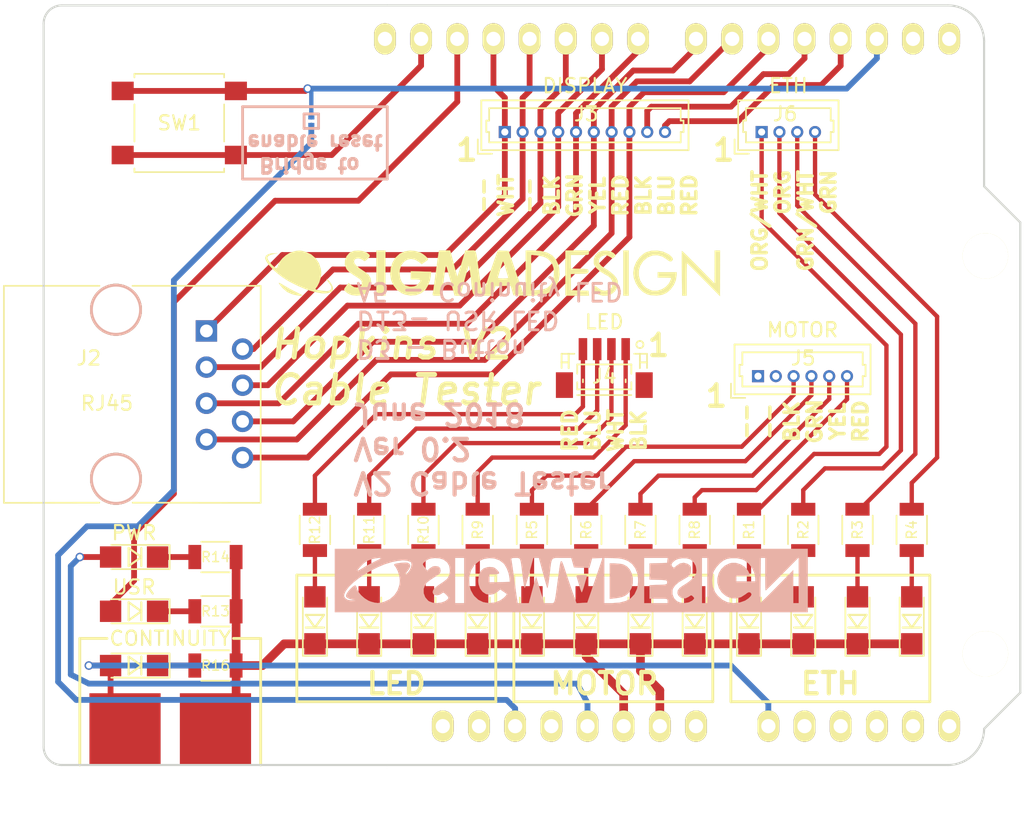
<source format=kicad_pcb>
(kicad_pcb (version 4) (host pcbnew 4.0.6)

  (general
    (links 73)
    (no_connects 1)
    (area 135.814999 96.444999 204.545001 149.935001)
    (thickness 1.6)
    (drawings 52)
    (tracks 239)
    (zones 0)
    (modules 42)
    (nets 57)
  )

  (page USLetter)
  (title_block
    (title "V2 Cable Tester")
    (rev 0.0)
    (company "Sigma Design")
    (comment 1 "K. Olsen")
  )

  (layers
    (0 F.Cu signal)
    (31 B.Cu signal)
    (32 B.Adhes user)
    (33 F.Adhes user)
    (34 B.Paste user)
    (35 F.Paste user)
    (36 B.SilkS user hide)
    (37 F.SilkS user)
    (38 B.Mask user)
    (39 F.Mask user)
    (40 Dwgs.User user)
    (41 Cmts.User user)
    (42 Eco1.User user)
    (43 Eco2.User user)
    (44 Edge.Cuts user)
    (45 Margin user)
    (46 B.CrtYd user)
    (47 F.CrtYd user)
    (48 B.Fab user)
    (49 F.Fab user)
  )

  (setup
    (last_trace_width 0.6096)
    (user_trace_width 0.3048)
    (user_trace_width 0.4064)
    (user_trace_width 0.6096)
    (trace_clearance 0.2)
    (zone_clearance 0.508)
    (zone_45_only no)
    (trace_min 0.2)
    (segment_width 0.2)
    (edge_width 0.15)
    (via_size 0.6)
    (via_drill 0.4)
    (via_min_size 0.4)
    (via_min_drill 0.3)
    (uvia_size 0.3)
    (uvia_drill 0.1)
    (uvias_allowed no)
    (uvia_min_size 0.2)
    (uvia_min_drill 0.1)
    (pcb_text_width 0.3)
    (pcb_text_size 1.5 1.5)
    (mod_edge_width 0.15)
    (mod_text_size 1 1)
    (mod_text_width 0.15)
    (pad_size 5 5)
    (pad_drill 0)
    (pad_to_mask_clearance 0)
    (aux_axis_origin 0 0)
    (visible_elements 7FFFFFFF)
    (pcbplotparams
      (layerselection 0x010f0_80000001)
      (usegerberextensions false)
      (excludeedgelayer true)
      (linewidth 0.100000)
      (plotframeref false)
      (viasonmask false)
      (mode 1)
      (useauxorigin false)
      (hpglpennumber 1)
      (hpglpenspeed 20)
      (hpglpendiameter 15)
      (hpglpenoverlay 2)
      (psnegative false)
      (psa4output false)
      (plotreference true)
      (plotvalue true)
      (plotinvisibletext false)
      (padsonsilk false)
      (subtractmaskfromsilk false)
      (outputformat 1)
      (mirror false)
      (drillshape 0)
      (scaleselection 1)
      (outputdirectory gerbers/))
  )

  (net 0 "")
  (net 1 "Net-(J1-Pad2)")
  (net 2 GND)
  (net 3 "Net-(D1-Pad2)")
  (net 4 "Net-(J1-Pad3)")
  (net 5 "Net-(J1-Pad4)")
  (net 6 VCC)
  (net 7 "Net-(J1-Pad8)")
  (net 8 "Net-(J1-Pad10)")
  (net 9 "Net-(J1-Pad11)")
  (net 10 "Net-(J1-Pad12)")
  (net 11 "Net-(J1-Pad13)")
  (net 12 "Net-(J1-Pad14)")
  (net 13 "Net-(J1-Pad15)")
  (net 14 "Net-(J1-Pad16)")
  (net 15 "Net-(J1-Pad17)")
  (net 16 "Net-(J1-Pad18)")
  (net 17 "Net-(J1-Pad19)")
  (net 18 "Net-(J1-Pad20)")
  (net 19 "Net-(J1-Pad21)")
  (net 20 "Net-(J1-Pad22)")
  (net 21 "Net-(J1-Pad23)")
  (net 22 "Net-(J1-Pad24)")
  (net 23 "Net-(J1-Pad25)")
  (net 24 "Net-(J1-Pad26)")
  (net 25 "Net-(J1-Pad27)")
  (net 26 "Net-(J1-Pad30)")
  (net 27 "Net-(D5-Pad2)")
  (net 28 "Net-(D6-Pad2)")
  (net 29 "Net-(D2-Pad2)")
  (net 30 "Net-(D3-Pad2)")
  (net 31 "Net-(D4-Pad2)")
  (net 32 "Net-(D7-Pad2)")
  (net 33 "Net-(D8-Pad2)")
  (net 34 "Net-(D9-Pad2)")
  (net 35 "Net-(D10-Pad2)")
  (net 36 "Net-(J4-Pad2)")
  (net 37 "Net-(J6-Pad2)")
  (net 38 "Net-(J5-Pad1)")
  (net 39 "Net-(J5-Pad2)")
  (net 40 "Net-(D11-Pad2)")
  (net 41 "Net-(D12-Pad2)")
  (net 42 "Net-(D13-Pad1)")
  (net 43 "Net-(J4-Pad1)")
  (net 44 "Net-(J4-Pad3)")
  (net 45 "Net-(J4-Pad4)")
  (net 46 "Net-(J5-Pad3)")
  (net 47 "Net-(J5-Pad4)")
  (net 48 "Net-(J5-Pad5)")
  (net 49 "Net-(J5-Pad6)")
  (net 50 "Net-(J6-Pad1)")
  (net 51 "Net-(J6-Pad3)")
  (net 52 "Net-(J6-Pad4)")
  (net 53 "Net-(D13-Pad2)")
  (net 54 "Net-(D14-Pad1)")
  (net 55 "Net-(D15-Pad1)")
  (net 56 /A0)

  (net_class Default "This is the default net class."
    (clearance 0.2)
    (trace_width 0.25)
    (via_dia 0.6)
    (via_drill 0.4)
    (uvia_dia 0.3)
    (uvia_drill 0.1)
    (add_net /A0)
    (add_net GND)
    (add_net "Net-(D1-Pad2)")
    (add_net "Net-(D10-Pad2)")
    (add_net "Net-(D11-Pad2)")
    (add_net "Net-(D12-Pad2)")
    (add_net "Net-(D13-Pad1)")
    (add_net "Net-(D13-Pad2)")
    (add_net "Net-(D14-Pad1)")
    (add_net "Net-(D15-Pad1)")
    (add_net "Net-(D2-Pad2)")
    (add_net "Net-(D3-Pad2)")
    (add_net "Net-(D4-Pad2)")
    (add_net "Net-(D5-Pad2)")
    (add_net "Net-(D6-Pad2)")
    (add_net "Net-(D7-Pad2)")
    (add_net "Net-(D8-Pad2)")
    (add_net "Net-(D9-Pad2)")
    (add_net "Net-(J1-Pad10)")
    (add_net "Net-(J1-Pad11)")
    (add_net "Net-(J1-Pad12)")
    (add_net "Net-(J1-Pad13)")
    (add_net "Net-(J1-Pad14)")
    (add_net "Net-(J1-Pad15)")
    (add_net "Net-(J1-Pad16)")
    (add_net "Net-(J1-Pad17)")
    (add_net "Net-(J1-Pad18)")
    (add_net "Net-(J1-Pad19)")
    (add_net "Net-(J1-Pad2)")
    (add_net "Net-(J1-Pad20)")
    (add_net "Net-(J1-Pad21)")
    (add_net "Net-(J1-Pad22)")
    (add_net "Net-(J1-Pad23)")
    (add_net "Net-(J1-Pad24)")
    (add_net "Net-(J1-Pad25)")
    (add_net "Net-(J1-Pad26)")
    (add_net "Net-(J1-Pad27)")
    (add_net "Net-(J1-Pad3)")
    (add_net "Net-(J1-Pad30)")
    (add_net "Net-(J1-Pad4)")
    (add_net "Net-(J1-Pad8)")
    (add_net "Net-(J4-Pad1)")
    (add_net "Net-(J4-Pad2)")
    (add_net "Net-(J4-Pad3)")
    (add_net "Net-(J4-Pad4)")
    (add_net "Net-(J5-Pad1)")
    (add_net "Net-(J5-Pad2)")
    (add_net "Net-(J5-Pad3)")
    (add_net "Net-(J5-Pad4)")
    (add_net "Net-(J5-Pad5)")
    (add_net "Net-(J5-Pad6)")
    (add_net "Net-(J6-Pad1)")
    (add_net "Net-(J6-Pad2)")
    (add_net "Net-(J6-Pad3)")
    (add_net "Net-(J6-Pad4)")
    (add_net VCC)
  )

  (module footprints:arduino_header locked (layer F.Cu) (tedit 5B19B855) (tstamp 5A567517)
    (at 169 123)
    (descr "Arduino Header")
    (tags Arduino)
    (path /5A09D18F)
    (fp_text reference J1 (at -13.044 28.384) (layer F.SilkS) hide
      (effects (font (size 1.016 1.016) (thickness 0.2032)))
    )
    (fp_text value Arduino_Header (at -6.186 28.384) (layer F.SilkS) hide
      (effects (font (size 1.016 0.889) (thickness 0.2032)))
    )
    (fp_line (start 31.75 -26.67) (end -31.75 -26.67) (layer Dwgs.User) (width 0.381))
    (fp_line (start -31.75 26.67) (end 31.75 26.67) (layer Dwgs.User) (width 0.381))
    (fp_line (start 35.56 21.59) (end 35.56 -11.43) (layer Dwgs.User) (width 0.381))
    (fp_line (start 35.56 21.59) (end 33.02 24.13) (layer Dwgs.User) (width 0.381))
    (fp_line (start 33.02 24.13) (end 33.02 25.4) (layer Dwgs.User) (width 0.381))
    (fp_line (start 33.02 -25.4) (end 33.02 -13.97) (layer Dwgs.User) (width 0.381))
    (fp_line (start 33.02 -13.97) (end 35.56 -11.43) (layer Dwgs.User) (width 0.381))
    (fp_line (start 31.75 -26.67) (end 33.02 -25.4) (layer Dwgs.User) (width 0.381))
    (fp_arc (start -31.75 -25.4) (end -33.02 -25.4) (angle 90) (layer Dwgs.User) (width 0.381))
    (fp_line (start -33.02 25.4) (end -33.02 -25.4) (layer Dwgs.User) (width 0.381))
    (fp_arc (start -31.75 25.4) (end -31.75 26.67) (angle 90) (layer Dwgs.User) (width 0.381))
    (fp_arc (start 31.75 25.4) (end 33.02 25.4) (angle 90) (layer Dwgs.User) (width 0.381))
    (pad 1 thru_hole oval (at -5.08 24.13) (size 1.524 2.19964) (drill 1.00076) (layers *.Cu *.Mask F.SilkS))
    (pad 2 thru_hole oval (at -2.54 24.13) (size 1.524 2.19964) (drill 1.00076) (layers *.Cu *.Mask F.SilkS)
      (net 1 "Net-(J1-Pad2)"))
    (pad 3 thru_hole oval (at 0 24.13) (size 1.524 2.19964) (drill 1.00076) (layers *.Cu *.Mask F.SilkS)
      (net 4 "Net-(J1-Pad3)"))
    (pad 4 thru_hole oval (at 2.54 24.13) (size 1.524 2.19964) (drill 1.00076) (layers *.Cu *.Mask F.SilkS)
      (net 5 "Net-(J1-Pad4)"))
    (pad 5 thru_hole oval (at 5.08 24.13) (size 1.524 2.19964) (drill 1.00076) (layers *.Cu *.Mask F.SilkS)
      (net 6 VCC))
    (pad 6 thru_hole oval (at 7.62 24.13) (size 1.524 2.19964) (drill 1.00076) (layers *.Cu *.Mask F.SilkS)
      (net 2 GND))
    (pad 7 thru_hole oval (at 10.16 24.13) (size 1.524 2.19964) (drill 1.00076) (layers *.Cu *.Mask F.SilkS)
      (net 2 GND))
    (pad 8 thru_hole oval (at 12.7 24.13) (size 1.524 2.19964) (drill 1.00076) (layers *.Cu *.Mask F.SilkS)
      (net 7 "Net-(J1-Pad8)"))
    (pad 9 thru_hole oval (at 17.78 24.13) (size 1.524 2.19964) (drill 1.00076) (layers *.Cu *.Mask F.SilkS)
      (net 56 /A0))
    (pad 10 thru_hole oval (at 20.32 24.13) (size 1.524 2.19964) (drill 1.00076) (layers *.Cu *.Mask F.SilkS)
      (net 8 "Net-(J1-Pad10)"))
    (pad 11 thru_hole oval (at 22.86 24.13) (size 1.524 2.19964) (drill 1.00076) (layers *.Cu *.Mask F.SilkS)
      (net 9 "Net-(J1-Pad11)"))
    (pad 12 thru_hole oval (at 25.4 24.13) (size 1.524 2.19964) (drill 1.00076) (layers *.Cu *.Mask F.SilkS)
      (net 10 "Net-(J1-Pad12)"))
    (pad 13 thru_hole oval (at 27.94 24.13) (size 1.524 2.19964) (drill 1.00076) (layers *.Cu *.Mask F.SilkS)
      (net 11 "Net-(J1-Pad13)"))
    (pad 14 thru_hole oval (at 30.48 24.13) (size 1.524 2.19964) (drill 1.00076) (layers *.Cu *.Mask F.SilkS)
      (net 12 "Net-(J1-Pad14)"))
    (pad "" np_thru_hole circle (at 33.02 19.05) (size 3.19786 3.19786) (drill 3.19786) (layers *.Cu *.Mask F.SilkS))
    (pad 15 thru_hole oval (at 30.48 -24.13) (size 1.524 2.1971) (drill 0.99822) (layers *.Cu *.Mask F.SilkS)
      (net 13 "Net-(J1-Pad15)"))
    (pad 16 thru_hole oval (at 27.94 -24.13) (size 1.524 2.1971) (drill 0.99822) (layers *.Cu *.Mask F.SilkS)
      (net 14 "Net-(J1-Pad16)"))
    (pad 17 thru_hole oval (at 25.4 -24.13) (size 1.524 2.1971) (drill 0.99822) (layers *.Cu *.Mask F.SilkS)
      (net 15 "Net-(J1-Pad17)"))
    (pad 18 thru_hole oval (at 22.86 -24.13) (size 1.524 2.1971) (drill 0.99822) (layers *.Cu *.Mask F.SilkS)
      (net 16 "Net-(J1-Pad18)"))
    (pad 19 thru_hole oval (at 20.32 -24.13) (size 1.524 2.1971) (drill 0.99822) (layers *.Cu *.Mask F.SilkS)
      (net 17 "Net-(J1-Pad19)"))
    (pad 20 thru_hole oval (at 17.78 -24.13) (size 1.524 2.1971) (drill 0.99822) (layers *.Cu *.Mask F.SilkS)
      (net 18 "Net-(J1-Pad20)"))
    (pad 21 thru_hole oval (at 15.24 -24.13) (size 1.524 2.1971) (drill 0.99822) (layers *.Cu *.Mask F.SilkS)
      (net 19 "Net-(J1-Pad21)"))
    (pad 22 thru_hole oval (at 12.7 -24.13) (size 1.524 2.1971) (drill 0.99822) (layers *.Cu *.Mask F.SilkS)
      (net 20 "Net-(J1-Pad22)"))
    (pad 23 thru_hole oval (at 8.636 -24.13) (size 1.524 2.1971) (drill 0.99822) (layers *.Cu *.Mask F.SilkS)
      (net 21 "Net-(J1-Pad23)"))
    (pad 24 thru_hole oval (at 6.096 -24.13) (size 1.524 2.1971) (drill 0.99822) (layers *.Cu *.Mask F.SilkS)
      (net 22 "Net-(J1-Pad24)"))
    (pad 25 thru_hole oval (at 3.556 -24.13) (size 1.524 2.1971) (drill 0.99822) (layers *.Cu *.Mask F.SilkS)
      (net 23 "Net-(J1-Pad25)"))
    (pad 26 thru_hole oval (at 1.016 -24.13) (size 1.524 2.1971) (drill 0.99822) (layers *.Cu *.Mask F.SilkS)
      (net 24 "Net-(J1-Pad26)"))
    (pad 27 thru_hole oval (at -1.524 -24.13) (size 1.524 2.1971) (drill 0.99822) (layers *.Cu *.Mask F.SilkS)
      (net 25 "Net-(J1-Pad27)"))
    (pad 28 thru_hole oval (at -4.064 -24.13) (size 1.524 2.1971) (drill 0.99822) (layers *.Cu *.Mask F.SilkS)
      (net 53 "Net-(D13-Pad2)"))
    (pad 29 thru_hole oval (at -6.604 -24.13) (size 1.524 2.1971) (drill 0.99822) (layers *.Cu *.Mask F.SilkS)
      (net 2 GND))
    (pad 30 thru_hole oval (at -9.14146 -24.13) (size 1.524 2.1971) (drill 0.99822) (layers *.Cu *.Mask F.SilkS)
      (net 26 "Net-(J1-Pad30)"))
    (pad "" np_thru_hole circle (at 33.02 -8.89) (size 3.19786 3.19786) (drill 3.19786) (layers *.Cu *.Mask F.SilkS))
    (model walter/conn_misc/arduino_header.wrl
      (at (xyz 0 0 0))
      (scale (xyz 1 1 1))
      (rotate (xyz 0 0 0))
    )
  )

  (module Connectors_Molex:Molex_PicoBlade_53047-0610_06x1.25mm_Straight (layer F.Cu) (tedit 5B19B7AC) (tstamp 5A68FF47)
    (at 186.055 122.555)
    (descr "Molex PicoBlade, single row, top entry type, through hole, PN:53047-0610")
    (tags "connector molex picoblade")
    (path /5A693E4E)
    (fp_text reference J5 (at 3.175 -1.27) (layer F.SilkS)
      (effects (font (size 1 1) (thickness 0.15)))
    )
    (fp_text value MOTOR (at 3.125 -3.25) (layer F.SilkS)
      (effects (font (size 1 1) (thickness 0.15)))
    )
    (fp_line (start -2 -2.55) (end -2 1.6) (layer F.CrtYd) (width 0.05))
    (fp_line (start -2 1.6) (end 8.25 1.6) (layer F.CrtYd) (width 0.05))
    (fp_line (start 8.25 1.6) (end 8.25 -2.55) (layer F.CrtYd) (width 0.05))
    (fp_line (start 8.25 -2.55) (end -2 -2.55) (layer F.CrtYd) (width 0.05))
    (fp_line (start -1.5 -2.075) (end -1.5 1.125) (layer F.Fab) (width 0.1))
    (fp_line (start -1.5 1.125) (end 7.75 1.125) (layer F.Fab) (width 0.1))
    (fp_line (start 7.75 1.125) (end 7.75 -2.075) (layer F.Fab) (width 0.1))
    (fp_line (start 7.75 -2.075) (end -1.5 -2.075) (layer F.Fab) (width 0.1))
    (fp_line (start -1.65 -2.225) (end -1.65 1.275) (layer F.SilkS) (width 0.12))
    (fp_line (start -1.65 1.275) (end 7.9 1.275) (layer F.SilkS) (width 0.12))
    (fp_line (start 7.9 1.275) (end 7.9 -2.225) (layer F.SilkS) (width 0.12))
    (fp_line (start 7.9 -2.225) (end -1.65 -2.225) (layer F.SilkS) (width 0.12))
    (fp_line (start 3.125 0.725) (end -1.1 0.725) (layer F.SilkS) (width 0.12))
    (fp_line (start -1.1 0.725) (end -1.1 0) (layer F.SilkS) (width 0.12))
    (fp_line (start -1.1 0) (end -1.3 0) (layer F.SilkS) (width 0.12))
    (fp_line (start -1.3 0) (end -1.3 -0.8) (layer F.SilkS) (width 0.12))
    (fp_line (start -1.3 -0.8) (end -1.1 -0.8) (layer F.SilkS) (width 0.12))
    (fp_line (start -1.1 -0.8) (end -1.1 -1.675) (layer F.SilkS) (width 0.12))
    (fp_line (start -1.1 -1.675) (end 3.125 -1.675) (layer F.SilkS) (width 0.12))
    (fp_line (start 3.125 0.725) (end 7.35 0.725) (layer F.SilkS) (width 0.12))
    (fp_line (start 7.35 0.725) (end 7.35 0) (layer F.SilkS) (width 0.12))
    (fp_line (start 7.35 0) (end 7.55 0) (layer F.SilkS) (width 0.12))
    (fp_line (start 7.55 0) (end 7.55 -0.8) (layer F.SilkS) (width 0.12))
    (fp_line (start 7.55 -0.8) (end 7.35 -0.8) (layer F.SilkS) (width 0.12))
    (fp_line (start 7.35 -0.8) (end 7.35 -1.675) (layer F.SilkS) (width 0.12))
    (fp_line (start 7.35 -1.675) (end 3.125 -1.675) (layer F.SilkS) (width 0.12))
    (fp_line (start -1.9 1.525) (end -1.9 0.525) (layer F.SilkS) (width 0.12))
    (fp_line (start -1.9 1.525) (end -0.9 1.525) (layer F.SilkS) (width 0.12))
    (fp_text user %R (at 3.125 -1.25) (layer F.Fab)
      (effects (font (size 1 1) (thickness 0.15)))
    )
    (pad 1 thru_hole rect (at 0 0) (size 0.85 0.85) (drill 0.5) (layers *.Cu *.Mask)
      (net 38 "Net-(J5-Pad1)"))
    (pad 2 thru_hole circle (at 1.25 0) (size 0.85 0.85) (drill 0.5) (layers *.Cu *.Mask)
      (net 39 "Net-(J5-Pad2)"))
    (pad 3 thru_hole circle (at 2.5 0) (size 0.85 0.85) (drill 0.5) (layers *.Cu *.Mask)
      (net 46 "Net-(J5-Pad3)"))
    (pad 4 thru_hole circle (at 3.75 0) (size 0.85 0.85) (drill 0.5) (layers *.Cu *.Mask)
      (net 47 "Net-(J5-Pad4)"))
    (pad 5 thru_hole circle (at 5 0) (size 0.85 0.85) (drill 0.5) (layers *.Cu *.Mask)
      (net 48 "Net-(J5-Pad5)"))
    (pad 6 thru_hole circle (at 6.25 0) (size 0.85 0.85) (drill 0.5) (layers *.Cu *.Mask)
      (net 49 "Net-(J5-Pad6)"))
    (model ${KISYS3DMOD}/Connectors_Molex.3dshapes/Molex_PicoBlade_53047-0610_06x1.25mm_Straight.wrl
      (at (xyz 0 0 0))
      (scale (xyz 1 1 1))
      (rotate (xyz 0 0 0))
    )
  )

  (module footprints:RJ45_8 (layer F.Cu) (tedit 5A56A4EC) (tstamp 5A56B08D)
    (at 147.32 119.38 270)
    (tags RJ45)
    (path /5A567628)
    (fp_text reference J2 (at 1.905 8.255 360) (layer F.SilkS)
      (effects (font (size 1 1) (thickness 0.15)))
    )
    (fp_text value RJ45 (at 5.08 6.985 360) (layer F.SilkS)
      (effects (font (size 1 1) (thickness 0.15)))
    )
    (fp_line (start -3.17 14.22) (end 12.07 14.22) (layer F.SilkS) (width 0.12))
    (fp_line (start 12.07 -3.81) (end 12.06 5.18) (layer F.SilkS) (width 0.12))
    (fp_line (start 12.07 -3.81) (end -3.17 -3.81) (layer F.SilkS) (width 0.12))
    (fp_line (start -3.17 -3.81) (end -3.17 5.19) (layer F.SilkS) (width 0.12))
    (fp_line (start 12.06 7.52) (end 12.07 14.22) (layer F.SilkS) (width 0.12))
    (fp_line (start -3.17 7.51) (end -3.17 14.22) (layer F.SilkS) (width 0.12))
    (fp_line (start -3.56 -4.06) (end 12.46 -4.06) (layer F.CrtYd) (width 0.05))
    (fp_line (start -3.56 -4.06) (end -3.56 14.47) (layer F.CrtYd) (width 0.05))
    (fp_line (start 12.46 14.47) (end 12.46 -4.06) (layer F.CrtYd) (width 0.05))
    (fp_line (start 12.46 14.47) (end -3.56 14.47) (layer F.CrtYd) (width 0.05))
    (pad Hole np_thru_hole circle (at 10.38 6.35 270) (size 3.65 3.65) (drill 3.25) (layers *.Cu *.SilkS *.Mask))
    (pad Hole np_thru_hole circle (at -1.49 6.35 270) (size 3.65 3.65) (drill 3.25) (layers *.Cu *.SilkS *.Mask))
    (pad 1 thru_hole rect (at 0 0 270) (size 1.5 1.5) (drill 0.9) (layers *.Cu *.Mask)
      (net 25 "Net-(J1-Pad27)"))
    (pad 2 thru_hole circle (at 1.27 -2.54 270) (size 1.5 1.5) (drill 0.9) (layers *.Cu *.Mask)
      (net 24 "Net-(J1-Pad26)"))
    (pad 3 thru_hole circle (at 2.54 0 270) (size 1.5 1.5) (drill 0.9) (layers *.Cu *.Mask)
      (net 23 "Net-(J1-Pad25)"))
    (pad 4 thru_hole circle (at 3.81 -2.54 270) (size 1.5 1.5) (drill 0.9) (layers *.Cu *.Mask)
      (net 22 "Net-(J1-Pad24)"))
    (pad 5 thru_hole circle (at 5.08 0 270) (size 1.5 1.5) (drill 0.9) (layers *.Cu *.Mask)
      (net 21 "Net-(J1-Pad23)"))
    (pad 6 thru_hole circle (at 6.35 -2.54 270) (size 1.5 1.5) (drill 0.9) (layers *.Cu *.Mask)
      (net 20 "Net-(J1-Pad22)"))
    (pad 7 thru_hole circle (at 7.62 0 270) (size 1.5 1.5) (drill 0.9) (layers *.Cu *.Mask)
      (net 19 "Net-(J1-Pad21)"))
    (pad 8 thru_hole circle (at 8.89 -2.54 270) (size 1.5 1.5) (drill 0.9) (layers *.Cu *.Mask)
      (net 18 "Net-(J1-Pad20)"))
    (model ${KISYS3DMOD}/Connectors.3dshapes/RJ45_8.wrl
      (at (xyz 0.18 -0.25 0))
      (scale (xyz 0.4 0.4 0.4))
      (rotate (xyz 0 0 0))
    )
  )

  (module footprints:JST_SH_BM04B-SRSS-TB_04x1.00mm_Straight (layer F.Cu) (tedit 5B19AAA0) (tstamp 5A56B0A7)
    (at 175.26 121.92 180)
    (descr http://www.jst-mfg.com/product/pdf/eng/eSH.pdf)
    (tags "connector jst sh")
    (path /5A56A1F4)
    (attr smd)
    (fp_text reference J4 (at 0 -0.635 180) (layer F.SilkS)
      (effects (font (size 1 1) (thickness 0.15)))
    )
    (fp_text value LED (at 0 3.175 180) (layer F.SilkS)
      (effects (font (size 1 1) (thickness 0.15)))
    )
    (fp_circle (center -2.5 1.5875) (end -2.25 1.5875) (layer F.SilkS) (width 0.12))
    (fp_line (start -1.9 -1.9625) (end 1.9 -1.9625) (layer F.SilkS) (width 0.12))
    (fp_line (start -3 -0.0625) (end -3 0.9375) (layer F.SilkS) (width 0.12))
    (fp_line (start -3 0.9375) (end -2.1 0.9375) (layer F.SilkS) (width 0.12))
    (fp_line (start -2.5 0.9375) (end -2.5 -0.0625) (layer F.SilkS) (width 0.12))
    (fp_line (start -2.5 -0.0625) (end -2.5 -0.0625) (layer F.SilkS) (width 0.12))
    (fp_line (start -2.5 -0.0625) (end -2.5 0.9375) (layer F.SilkS) (width 0.12))
    (fp_line (start -2.5 0.9375) (end -2.5 0.9375) (layer F.SilkS) (width 0.12))
    (fp_line (start -2.5 0.3375) (end -2.5 0.3375) (layer F.SilkS) (width 0.12))
    (fp_line (start -2.5 0.3375) (end -3 0.3375) (layer F.SilkS) (width 0.12))
    (fp_line (start -3 0.3375) (end -3 0.3375) (layer F.SilkS) (width 0.12))
    (fp_line (start -3 0.3375) (end -2.5 0.3375) (layer F.SilkS) (width 0.12))
    (fp_line (start 3 -0.0625) (end 3 0.9375) (layer F.SilkS) (width 0.12))
    (fp_line (start 3 0.9375) (end 2.1 0.9375) (layer F.SilkS) (width 0.12))
    (fp_line (start 2.5 0.9375) (end 2.5 -0.0625) (layer F.SilkS) (width 0.12))
    (fp_line (start 2.5 -0.0625) (end 2.5 -0.0625) (layer F.SilkS) (width 0.12))
    (fp_line (start 2.5 -0.0625) (end 2.5 0.9375) (layer F.SilkS) (width 0.12))
    (fp_line (start 2.5 0.9375) (end 2.5 0.9375) (layer F.SilkS) (width 0.12))
    (fp_line (start 2.5 0.3375) (end 2.5 0.3375) (layer F.SilkS) (width 0.12))
    (fp_line (start 2.5 0.3375) (end 3 0.3375) (layer F.SilkS) (width 0.12))
    (fp_line (start 3 0.3375) (end 3 0.3375) (layer F.SilkS) (width 0.12))
    (fp_line (start 3 0.3375) (end 2.5 0.3375) (layer F.SilkS) (width 0.12))
    (fp_line (start -1.9 -1.0625) (end -1.9 -1.5625) (layer F.SilkS) (width 0.12))
    (fp_line (start -1.9 -1.5625) (end 1.9 -1.5625) (layer F.SilkS) (width 0.12))
    (fp_line (start 1.9 -1.5625) (end 1.9 -1.0625) (layer F.SilkS) (width 0.12))
    (fp_line (start -1.9 -0.4625) (end -1.9 0.1875) (layer F.SilkS) (width 0.12))
    (fp_line (start -1.9 0.1875) (end 1.9 0.1875) (layer F.SilkS) (width 0.12))
    (fp_line (start 1.9 0.1875) (end 1.9 -0.4625) (layer F.SilkS) (width 0.12))
    (fp_line (start -1.5 -1.0625) (end -1.5 -0.8625) (layer F.SilkS) (width 0.12))
    (fp_line (start -0.5 -1.0625) (end -0.5 -0.8625) (layer F.SilkS) (width 0.12))
    (fp_line (start 0.5 -1.0625) (end 0.5 -0.8625) (layer F.SilkS) (width 0.12))
    (fp_line (start 1.5 -1.0625) (end 1.5 -0.8625) (layer F.SilkS) (width 0.12))
    (fp_line (start -3.9 2.55) (end -3.9 -2.7) (layer F.CrtYd) (width 0.05))
    (fp_line (start -3.9 -2.7) (end 3.9 -2.7) (layer F.CrtYd) (width 0.05))
    (fp_line (start 3.9 -2.7) (end 3.9 2.55) (layer F.CrtYd) (width 0.05))
    (fp_line (start 3.9 2.55) (end -3.9 2.55) (layer F.CrtYd) (width 0.05))
    (pad 1 smd rect (at -1.5 1.2625 180) (size 0.6 1.55) (layers F.Cu F.Paste F.Mask)
      (net 43 "Net-(J4-Pad1)"))
    (pad 2 smd rect (at -0.5 1.2625 180) (size 0.6 1.55) (layers F.Cu F.Paste F.Mask)
      (net 36 "Net-(J4-Pad2)"))
    (pad 3 smd rect (at 0.5 1.2625 180) (size 0.6 1.55) (layers F.Cu F.Paste F.Mask)
      (net 44 "Net-(J4-Pad3)"))
    (pad 4 smd rect (at 1.5 1.2625 180) (size 0.6 1.55) (layers F.Cu F.Paste F.Mask)
      (net 45 "Net-(J4-Pad4)"))
    (pad "" smd rect (at -2.8 -1.2625 180) (size 1.2 1.8) (layers F.Cu F.Paste F.Mask))
    (pad "" smd rect (at 2.8 -1.2625 180) (size 1.2 1.8) (layers F.Cu F.Paste F.Mask))
  )

  (module Connectors_Molex:Molex_PicoBlade_53047-0410_04x1.25mm_Straight (layer F.Cu) (tedit 5B19B390) (tstamp 5A6907FE)
    (at 186.309 105.41)
    (descr "Molex PicoBlade, single row, top entry type, through hole, PN:53047-0410")
    (tags "connector molex picoblade")
    (path /5A6971DD)
    (fp_text reference J6 (at 1.651 -1.27) (layer F.SilkS)
      (effects (font (size 1 1) (thickness 0.15)))
    )
    (fp_text value ETH (at 1.875 -3.25) (layer F.SilkS)
      (effects (font (size 1 1) (thickness 0.15)))
    )
    (fp_line (start -2 -2.55) (end -2 1.6) (layer F.CrtYd) (width 0.05))
    (fp_line (start -2 1.6) (end 5.75 1.6) (layer F.CrtYd) (width 0.05))
    (fp_line (start 5.75 1.6) (end 5.75 -2.55) (layer F.CrtYd) (width 0.05))
    (fp_line (start 5.75 -2.55) (end -2 -2.55) (layer F.CrtYd) (width 0.05))
    (fp_line (start -1.5 -2.075) (end -1.5 1.125) (layer F.Fab) (width 0.1))
    (fp_line (start -1.5 1.125) (end 5.25 1.125) (layer F.Fab) (width 0.1))
    (fp_line (start 5.25 1.125) (end 5.25 -2.075) (layer F.Fab) (width 0.1))
    (fp_line (start 5.25 -2.075) (end -1.5 -2.075) (layer F.Fab) (width 0.1))
    (fp_line (start -1.65 -2.225) (end -1.65 1.275) (layer F.SilkS) (width 0.12))
    (fp_line (start -1.65 1.275) (end 5.4 1.275) (layer F.SilkS) (width 0.12))
    (fp_line (start 5.4 1.275) (end 5.4 -2.225) (layer F.SilkS) (width 0.12))
    (fp_line (start 5.4 -2.225) (end -1.65 -2.225) (layer F.SilkS) (width 0.12))
    (fp_line (start 1.875 0.725) (end -1.1 0.725) (layer F.SilkS) (width 0.12))
    (fp_line (start -1.1 0.725) (end -1.1 0) (layer F.SilkS) (width 0.12))
    (fp_line (start -1.1 0) (end -1.3 0) (layer F.SilkS) (width 0.12))
    (fp_line (start -1.3 0) (end -1.3 -0.8) (layer F.SilkS) (width 0.12))
    (fp_line (start -1.3 -0.8) (end -1.1 -0.8) (layer F.SilkS) (width 0.12))
    (fp_line (start -1.1 -0.8) (end -1.1 -1.675) (layer F.SilkS) (width 0.12))
    (fp_line (start -1.1 -1.675) (end 1.875 -1.675) (layer F.SilkS) (width 0.12))
    (fp_line (start 1.875 0.725) (end 4.85 0.725) (layer F.SilkS) (width 0.12))
    (fp_line (start 4.85 0.725) (end 4.85 0) (layer F.SilkS) (width 0.12))
    (fp_line (start 4.85 0) (end 5.05 0) (layer F.SilkS) (width 0.12))
    (fp_line (start 5.05 0) (end 5.05 -0.8) (layer F.SilkS) (width 0.12))
    (fp_line (start 5.05 -0.8) (end 4.85 -0.8) (layer F.SilkS) (width 0.12))
    (fp_line (start 4.85 -0.8) (end 4.85 -1.675) (layer F.SilkS) (width 0.12))
    (fp_line (start 4.85 -1.675) (end 1.875 -1.675) (layer F.SilkS) (width 0.12))
    (fp_line (start -1.9 1.525) (end -1.9 0.525) (layer F.SilkS) (width 0.12))
    (fp_line (start -1.9 1.525) (end -0.9 1.525) (layer F.SilkS) (width 0.12))
    (fp_text user %R (at 1.875 -1.25) (layer F.Fab)
      (effects (font (size 1 1) (thickness 0.15)))
    )
    (pad 1 thru_hole rect (at 0 0) (size 0.85 0.85) (drill 0.5) (layers *.Cu *.Mask)
      (net 50 "Net-(J6-Pad1)"))
    (pad 2 thru_hole circle (at 1.25 0) (size 0.85 0.85) (drill 0.5) (layers *.Cu *.Mask)
      (net 37 "Net-(J6-Pad2)"))
    (pad 3 thru_hole circle (at 2.5 0) (size 0.85 0.85) (drill 0.5) (layers *.Cu *.Mask)
      (net 51 "Net-(J6-Pad3)"))
    (pad 4 thru_hole circle (at 3.75 0) (size 0.85 0.85) (drill 0.5) (layers *.Cu *.Mask)
      (net 52 "Net-(J6-Pad4)"))
    (model ${KISYS3DMOD}/Connectors_Molex.3dshapes/Molex_PicoBlade_53047-0410_04x1.25mm_Straight.wrl
      (at (xyz 0 0 0))
      (scale (xyz 1 1 1))
      (rotate (xyz 0 0 0))
    )
  )

  (module Connectors_Molex:Molex_PicoBlade_53047-1010_10x1.25mm_Straight (layer F.Cu) (tedit 5B19B38C) (tstamp 5A690953)
    (at 168.275 105.41)
    (descr "Molex PicoBlade, single row, top entry type, through hole, PN:53047-1010")
    (tags "connector molex picoblade")
    (path /5A5672E4)
    (fp_text reference J3 (at 5.715 -1.27) (layer F.SilkS)
      (effects (font (size 1 1) (thickness 0.15)))
    )
    (fp_text value DISPLAY (at 5.625 -3.25) (layer F.SilkS)
      (effects (font (size 1 1) (thickness 0.15)))
    )
    (fp_line (start -2 -2.55) (end -2 1.6) (layer F.CrtYd) (width 0.05))
    (fp_line (start -2 1.6) (end 13.25 1.6) (layer F.CrtYd) (width 0.05))
    (fp_line (start 13.25 1.6) (end 13.25 -2.55) (layer F.CrtYd) (width 0.05))
    (fp_line (start 13.25 -2.55) (end -2 -2.55) (layer F.CrtYd) (width 0.05))
    (fp_line (start -1.5 -2.075) (end -1.5 1.125) (layer F.Fab) (width 0.1))
    (fp_line (start -1.5 1.125) (end 12.75 1.125) (layer F.Fab) (width 0.1))
    (fp_line (start 12.75 1.125) (end 12.75 -2.075) (layer F.Fab) (width 0.1))
    (fp_line (start 12.75 -2.075) (end -1.5 -2.075) (layer F.Fab) (width 0.1))
    (fp_line (start -1.65 -2.225) (end -1.65 1.275) (layer F.SilkS) (width 0.12))
    (fp_line (start -1.65 1.275) (end 12.9 1.275) (layer F.SilkS) (width 0.12))
    (fp_line (start 12.9 1.275) (end 12.9 -2.225) (layer F.SilkS) (width 0.12))
    (fp_line (start 12.9 -2.225) (end -1.65 -2.225) (layer F.SilkS) (width 0.12))
    (fp_line (start 5.625 0.725) (end -1.1 0.725) (layer F.SilkS) (width 0.12))
    (fp_line (start -1.1 0.725) (end -1.1 0) (layer F.SilkS) (width 0.12))
    (fp_line (start -1.1 0) (end -1.3 0) (layer F.SilkS) (width 0.12))
    (fp_line (start -1.3 0) (end -1.3 -0.8) (layer F.SilkS) (width 0.12))
    (fp_line (start -1.3 -0.8) (end -1.1 -0.8) (layer F.SilkS) (width 0.12))
    (fp_line (start -1.1 -0.8) (end -1.1 -1.675) (layer F.SilkS) (width 0.12))
    (fp_line (start -1.1 -1.675) (end 5.625 -1.675) (layer F.SilkS) (width 0.12))
    (fp_line (start 5.625 0.725) (end 12.35 0.725) (layer F.SilkS) (width 0.12))
    (fp_line (start 12.35 0.725) (end 12.35 0) (layer F.SilkS) (width 0.12))
    (fp_line (start 12.35 0) (end 12.55 0) (layer F.SilkS) (width 0.12))
    (fp_line (start 12.55 0) (end 12.55 -0.8) (layer F.SilkS) (width 0.12))
    (fp_line (start 12.55 -0.8) (end 12.35 -0.8) (layer F.SilkS) (width 0.12))
    (fp_line (start 12.35 -0.8) (end 12.35 -1.675) (layer F.SilkS) (width 0.12))
    (fp_line (start 12.35 -1.675) (end 5.625 -1.675) (layer F.SilkS) (width 0.12))
    (fp_line (start -1.9 1.525) (end -1.9 0.525) (layer F.SilkS) (width 0.12))
    (fp_line (start -1.9 1.525) (end -0.9 1.525) (layer F.SilkS) (width 0.12))
    (fp_text user %R (at 5.625 -1.25) (layer F.Fab)
      (effects (font (size 1 1) (thickness 0.15)))
    )
    (pad 1 thru_hole rect (at 0 0) (size 0.85 0.85) (drill 0.5) (layers *.Cu *.Mask)
      (net 25 "Net-(J1-Pad27)"))
    (pad 2 thru_hole circle (at 1.25 0) (size 0.85 0.85) (drill 0.5) (layers *.Cu *.Mask)
      (net 24 "Net-(J1-Pad26)"))
    (pad 3 thru_hole circle (at 2.5 0) (size 0.85 0.85) (drill 0.5) (layers *.Cu *.Mask)
      (net 23 "Net-(J1-Pad25)"))
    (pad 4 thru_hole circle (at 3.75 0) (size 0.85 0.85) (drill 0.5) (layers *.Cu *.Mask)
      (net 22 "Net-(J1-Pad24)"))
    (pad 5 thru_hole circle (at 5 0) (size 0.85 0.85) (drill 0.5) (layers *.Cu *.Mask)
      (net 21 "Net-(J1-Pad23)"))
    (pad 6 thru_hole circle (at 6.25 0) (size 0.85 0.85) (drill 0.5) (layers *.Cu *.Mask)
      (net 20 "Net-(J1-Pad22)"))
    (pad 7 thru_hole circle (at 7.5 0) (size 0.85 0.85) (drill 0.5) (layers *.Cu *.Mask)
      (net 19 "Net-(J1-Pad21)"))
    (pad 8 thru_hole circle (at 8.75 0) (size 0.85 0.85) (drill 0.5) (layers *.Cu *.Mask)
      (net 18 "Net-(J1-Pad20)"))
    (pad 9 thru_hole circle (at 10 0) (size 0.85 0.85) (drill 0.5) (layers *.Cu *.Mask)
      (net 17 "Net-(J1-Pad19)"))
    (pad 10 thru_hole circle (at 11.25 0) (size 0.85 0.85) (drill 0.5) (layers *.Cu *.Mask)
      (net 16 "Net-(J1-Pad18)"))
    (model ${KISYS3DMOD}/Connectors_Molex.3dshapes/Molex_PicoBlade_53047-1010_10x1.25mm_Straight.wrl
      (at (xyz 0 0 0))
      (scale (xyz 1 1 1))
      (rotate (xyz 0 0 0))
    )
  )

  (module footprints:LED_1206 (layer F.Cu) (tedit 5B19A60C) (tstamp 5B19A7CF)
    (at 158.75 139.7 90)
    (descr "LED 1206 smd package")
    (tags "LED led 1206 SMD smd SMT smt smdled SMDLED smtled SMTLED")
    (path /5B1A06C4)
    (attr smd)
    (fp_text reference D11 (at 0 -1.6 90) (layer F.SilkS) hide
      (effects (font (size 1 1) (thickness 0.15)))
    )
    (fp_text value LED (at 0 1.7 90) (layer F.Fab)
      (effects (font (size 1 1) (thickness 0.15)))
    )
    (fp_line (start -0.508 0) (end 0.381 -0.635) (layer F.SilkS) (width 0.15))
    (fp_line (start 0.381 -0.635) (end 0.381 0.635) (layer F.SilkS) (width 0.15))
    (fp_line (start 0.381 0.635) (end -0.508 0) (layer F.SilkS) (width 0.15))
    (fp_line (start -0.508 -0.635) (end -0.508 0.635) (layer F.SilkS) (width 0.15))
    (fp_line (start -2.5 -0.85) (end -2.5 0.85) (layer F.SilkS) (width 0.12))
    (fp_line (start -0.45 -0.4) (end -0.45 0.4) (layer F.Fab) (width 0.1))
    (fp_line (start -0.4 0) (end 0.2 -0.4) (layer F.Fab) (width 0.1))
    (fp_line (start 0.2 0.4) (end -0.4 0) (layer F.Fab) (width 0.1))
    (fp_line (start 0.2 -0.4) (end 0.2 0.4) (layer F.Fab) (width 0.1))
    (fp_line (start 1.6 0.8) (end -1.6 0.8) (layer F.Fab) (width 0.1))
    (fp_line (start 1.6 -0.8) (end 1.6 0.8) (layer F.Fab) (width 0.1))
    (fp_line (start -1.6 -0.8) (end 1.6 -0.8) (layer F.Fab) (width 0.1))
    (fp_line (start -1.6 0.8) (end -1.6 -0.8) (layer F.Fab) (width 0.1))
    (fp_line (start -2.45 0.85) (end 1.6 0.85) (layer F.SilkS) (width 0.12))
    (fp_line (start -2.45 -0.85) (end 1.6 -0.85) (layer F.SilkS) (width 0.12))
    (fp_line (start 2.65 -1) (end 2.65 1) (layer F.CrtYd) (width 0.05))
    (fp_line (start 2.65 1) (end -2.65 1) (layer F.CrtYd) (width 0.05))
    (fp_line (start -2.65 1) (end -2.65 -1) (layer F.CrtYd) (width 0.05))
    (fp_line (start -2.65 -1) (end 2.65 -1) (layer F.CrtYd) (width 0.05))
    (pad 2 smd rect (at 1.65 0 270) (size 1.5 1.5) (layers F.Cu F.Paste F.Mask)
      (net 40 "Net-(D11-Pad2)"))
    (pad 1 smd rect (at -1.65 0 270) (size 1.5 1.5) (layers F.Cu F.Paste F.Mask)
      (net 2 GND))
    (model ${KISYS3DMOD}/LEDs.3dshapes/LED_1206.wrl
      (at (xyz 0 0 0))
      (scale (xyz 1 1 1))
      (rotate (xyz 0 0 180))
    )
  )

  (module footprints:LED_1206 (layer F.Cu) (tedit 5B19A60C) (tstamp 5B19A59C)
    (at 154.94 139.7 90)
    (descr "LED 1206 smd package")
    (tags "LED led 1206 SMD smd SMT smt smdled SMDLED smtled SMTLED")
    (path /5B1A07AD)
    (attr smd)
    (fp_text reference D12 (at 0 -1.6 90) (layer F.SilkS) hide
      (effects (font (size 1 1) (thickness 0.15)))
    )
    (fp_text value LED (at 0 1.7 90) (layer F.Fab)
      (effects (font (size 1 1) (thickness 0.15)))
    )
    (fp_line (start -0.508 0) (end 0.381 -0.635) (layer F.SilkS) (width 0.15))
    (fp_line (start 0.381 -0.635) (end 0.381 0.635) (layer F.SilkS) (width 0.15))
    (fp_line (start 0.381 0.635) (end -0.508 0) (layer F.SilkS) (width 0.15))
    (fp_line (start -0.508 -0.635) (end -0.508 0.635) (layer F.SilkS) (width 0.15))
    (fp_line (start -2.5 -0.85) (end -2.5 0.85) (layer F.SilkS) (width 0.12))
    (fp_line (start -0.45 -0.4) (end -0.45 0.4) (layer F.Fab) (width 0.1))
    (fp_line (start -0.4 0) (end 0.2 -0.4) (layer F.Fab) (width 0.1))
    (fp_line (start 0.2 0.4) (end -0.4 0) (layer F.Fab) (width 0.1))
    (fp_line (start 0.2 -0.4) (end 0.2 0.4) (layer F.Fab) (width 0.1))
    (fp_line (start 1.6 0.8) (end -1.6 0.8) (layer F.Fab) (width 0.1))
    (fp_line (start 1.6 -0.8) (end 1.6 0.8) (layer F.Fab) (width 0.1))
    (fp_line (start -1.6 -0.8) (end 1.6 -0.8) (layer F.Fab) (width 0.1))
    (fp_line (start -1.6 0.8) (end -1.6 -0.8) (layer F.Fab) (width 0.1))
    (fp_line (start -2.45 0.85) (end 1.6 0.85) (layer F.SilkS) (width 0.12))
    (fp_line (start -2.45 -0.85) (end 1.6 -0.85) (layer F.SilkS) (width 0.12))
    (fp_line (start 2.65 -1) (end 2.65 1) (layer F.CrtYd) (width 0.05))
    (fp_line (start 2.65 1) (end -2.65 1) (layer F.CrtYd) (width 0.05))
    (fp_line (start -2.65 1) (end -2.65 -1) (layer F.CrtYd) (width 0.05))
    (fp_line (start -2.65 -1) (end 2.65 -1) (layer F.CrtYd) (width 0.05))
    (pad 2 smd rect (at 1.65 0 270) (size 1.5 1.5) (layers F.Cu F.Paste F.Mask)
      (net 41 "Net-(D12-Pad2)"))
    (pad 1 smd rect (at -1.65 0 270) (size 1.5 1.5) (layers F.Cu F.Paste F.Mask)
      (net 2 GND))
    (model ${KISYS3DMOD}/LEDs.3dshapes/LED_1206.wrl
      (at (xyz 0 0 0))
      (scale (xyz 1 1 1))
      (rotate (xyz 0 0 180))
    )
  )

  (module footprints:LED_1206 (layer F.Cu) (tedit 5B19A60C) (tstamp 5B19A587)
    (at 162.56 139.7 90)
    (descr "LED 1206 smd package")
    (tags "LED led 1206 SMD smd SMT smt smdled SMDLED smtled SMTLED")
    (path /5B1A035D)
    (attr smd)
    (fp_text reference D10 (at 0 -1.6 90) (layer F.SilkS) hide
      (effects (font (size 1 1) (thickness 0.15)))
    )
    (fp_text value LED (at 0 1.7 90) (layer F.Fab)
      (effects (font (size 1 1) (thickness 0.15)))
    )
    (fp_line (start -0.508 0) (end 0.381 -0.635) (layer F.SilkS) (width 0.15))
    (fp_line (start 0.381 -0.635) (end 0.381 0.635) (layer F.SilkS) (width 0.15))
    (fp_line (start 0.381 0.635) (end -0.508 0) (layer F.SilkS) (width 0.15))
    (fp_line (start -0.508 -0.635) (end -0.508 0.635) (layer F.SilkS) (width 0.15))
    (fp_line (start -2.5 -0.85) (end -2.5 0.85) (layer F.SilkS) (width 0.12))
    (fp_line (start -0.45 -0.4) (end -0.45 0.4) (layer F.Fab) (width 0.1))
    (fp_line (start -0.4 0) (end 0.2 -0.4) (layer F.Fab) (width 0.1))
    (fp_line (start 0.2 0.4) (end -0.4 0) (layer F.Fab) (width 0.1))
    (fp_line (start 0.2 -0.4) (end 0.2 0.4) (layer F.Fab) (width 0.1))
    (fp_line (start 1.6 0.8) (end -1.6 0.8) (layer F.Fab) (width 0.1))
    (fp_line (start 1.6 -0.8) (end 1.6 0.8) (layer F.Fab) (width 0.1))
    (fp_line (start -1.6 -0.8) (end 1.6 -0.8) (layer F.Fab) (width 0.1))
    (fp_line (start -1.6 0.8) (end -1.6 -0.8) (layer F.Fab) (width 0.1))
    (fp_line (start -2.45 0.85) (end 1.6 0.85) (layer F.SilkS) (width 0.12))
    (fp_line (start -2.45 -0.85) (end 1.6 -0.85) (layer F.SilkS) (width 0.12))
    (fp_line (start 2.65 -1) (end 2.65 1) (layer F.CrtYd) (width 0.05))
    (fp_line (start 2.65 1) (end -2.65 1) (layer F.CrtYd) (width 0.05))
    (fp_line (start -2.65 1) (end -2.65 -1) (layer F.CrtYd) (width 0.05))
    (fp_line (start -2.65 -1) (end 2.65 -1) (layer F.CrtYd) (width 0.05))
    (pad 2 smd rect (at 1.65 0 270) (size 1.5 1.5) (layers F.Cu F.Paste F.Mask)
      (net 35 "Net-(D10-Pad2)"))
    (pad 1 smd rect (at -1.65 0 270) (size 1.5 1.5) (layers F.Cu F.Paste F.Mask)
      (net 2 GND))
    (model ${KISYS3DMOD}/LEDs.3dshapes/LED_1206.wrl
      (at (xyz 0 0 0))
      (scale (xyz 1 1 1))
      (rotate (xyz 0 0 180))
    )
  )

  (module footprints:LED_1206 (layer F.Cu) (tedit 5B19A60C) (tstamp 5B19A572)
    (at 166.37 139.7 90)
    (descr "LED 1206 smd package")
    (tags "LED led 1206 SMD smd SMT smt smdled SMDLED smtled SMTLED")
    (path /5B1A02F6)
    (attr smd)
    (fp_text reference D9 (at 0 -1.6 90) (layer F.SilkS) hide
      (effects (font (size 1 1) (thickness 0.15)))
    )
    (fp_text value LED (at 0 1.7 90) (layer F.Fab)
      (effects (font (size 1 1) (thickness 0.15)))
    )
    (fp_line (start -0.508 0) (end 0.381 -0.635) (layer F.SilkS) (width 0.15))
    (fp_line (start 0.381 -0.635) (end 0.381 0.635) (layer F.SilkS) (width 0.15))
    (fp_line (start 0.381 0.635) (end -0.508 0) (layer F.SilkS) (width 0.15))
    (fp_line (start -0.508 -0.635) (end -0.508 0.635) (layer F.SilkS) (width 0.15))
    (fp_line (start -2.5 -0.85) (end -2.5 0.85) (layer F.SilkS) (width 0.12))
    (fp_line (start -0.45 -0.4) (end -0.45 0.4) (layer F.Fab) (width 0.1))
    (fp_line (start -0.4 0) (end 0.2 -0.4) (layer F.Fab) (width 0.1))
    (fp_line (start 0.2 0.4) (end -0.4 0) (layer F.Fab) (width 0.1))
    (fp_line (start 0.2 -0.4) (end 0.2 0.4) (layer F.Fab) (width 0.1))
    (fp_line (start 1.6 0.8) (end -1.6 0.8) (layer F.Fab) (width 0.1))
    (fp_line (start 1.6 -0.8) (end 1.6 0.8) (layer F.Fab) (width 0.1))
    (fp_line (start -1.6 -0.8) (end 1.6 -0.8) (layer F.Fab) (width 0.1))
    (fp_line (start -1.6 0.8) (end -1.6 -0.8) (layer F.Fab) (width 0.1))
    (fp_line (start -2.45 0.85) (end 1.6 0.85) (layer F.SilkS) (width 0.12))
    (fp_line (start -2.45 -0.85) (end 1.6 -0.85) (layer F.SilkS) (width 0.12))
    (fp_line (start 2.65 -1) (end 2.65 1) (layer F.CrtYd) (width 0.05))
    (fp_line (start 2.65 1) (end -2.65 1) (layer F.CrtYd) (width 0.05))
    (fp_line (start -2.65 1) (end -2.65 -1) (layer F.CrtYd) (width 0.05))
    (fp_line (start -2.65 -1) (end 2.65 -1) (layer F.CrtYd) (width 0.05))
    (pad 2 smd rect (at 1.65 0 270) (size 1.5 1.5) (layers F.Cu F.Paste F.Mask)
      (net 34 "Net-(D9-Pad2)"))
    (pad 1 smd rect (at -1.65 0 270) (size 1.5 1.5) (layers F.Cu F.Paste F.Mask)
      (net 2 GND))
    (model ${KISYS3DMOD}/LEDs.3dshapes/LED_1206.wrl
      (at (xyz 0 0 0))
      (scale (xyz 1 1 1))
      (rotate (xyz 0 0 180))
    )
  )

  (module footprints:LED_1206 (layer F.Cu) (tedit 5B19A60C) (tstamp 5B19A55D)
    (at 181.61 139.7 90)
    (descr "LED 1206 smd package")
    (tags "LED led 1206 SMD smd SMT smt smdled SMDLED smtled SMTLED")
    (path /5B1A022F)
    (attr smd)
    (fp_text reference D8 (at 0 -1.6 90) (layer F.SilkS) hide
      (effects (font (size 1 1) (thickness 0.15)))
    )
    (fp_text value LED (at 0 1.7 90) (layer F.Fab)
      (effects (font (size 1 1) (thickness 0.15)))
    )
    (fp_line (start -0.508 0) (end 0.381 -0.635) (layer F.SilkS) (width 0.15))
    (fp_line (start 0.381 -0.635) (end 0.381 0.635) (layer F.SilkS) (width 0.15))
    (fp_line (start 0.381 0.635) (end -0.508 0) (layer F.SilkS) (width 0.15))
    (fp_line (start -0.508 -0.635) (end -0.508 0.635) (layer F.SilkS) (width 0.15))
    (fp_line (start -2.5 -0.85) (end -2.5 0.85) (layer F.SilkS) (width 0.12))
    (fp_line (start -0.45 -0.4) (end -0.45 0.4) (layer F.Fab) (width 0.1))
    (fp_line (start -0.4 0) (end 0.2 -0.4) (layer F.Fab) (width 0.1))
    (fp_line (start 0.2 0.4) (end -0.4 0) (layer F.Fab) (width 0.1))
    (fp_line (start 0.2 -0.4) (end 0.2 0.4) (layer F.Fab) (width 0.1))
    (fp_line (start 1.6 0.8) (end -1.6 0.8) (layer F.Fab) (width 0.1))
    (fp_line (start 1.6 -0.8) (end 1.6 0.8) (layer F.Fab) (width 0.1))
    (fp_line (start -1.6 -0.8) (end 1.6 -0.8) (layer F.Fab) (width 0.1))
    (fp_line (start -1.6 0.8) (end -1.6 -0.8) (layer F.Fab) (width 0.1))
    (fp_line (start -2.45 0.85) (end 1.6 0.85) (layer F.SilkS) (width 0.12))
    (fp_line (start -2.45 -0.85) (end 1.6 -0.85) (layer F.SilkS) (width 0.12))
    (fp_line (start 2.65 -1) (end 2.65 1) (layer F.CrtYd) (width 0.05))
    (fp_line (start 2.65 1) (end -2.65 1) (layer F.CrtYd) (width 0.05))
    (fp_line (start -2.65 1) (end -2.65 -1) (layer F.CrtYd) (width 0.05))
    (fp_line (start -2.65 -1) (end 2.65 -1) (layer F.CrtYd) (width 0.05))
    (pad 2 smd rect (at 1.65 0 270) (size 1.5 1.5) (layers F.Cu F.Paste F.Mask)
      (net 33 "Net-(D8-Pad2)"))
    (pad 1 smd rect (at -1.65 0 270) (size 1.5 1.5) (layers F.Cu F.Paste F.Mask)
      (net 2 GND))
    (model ${KISYS3DMOD}/LEDs.3dshapes/LED_1206.wrl
      (at (xyz 0 0 0))
      (scale (xyz 1 1 1))
      (rotate (xyz 0 0 180))
    )
  )

  (module footprints:LED_1206 (layer F.Cu) (tedit 5B19A60C) (tstamp 5B19A548)
    (at 177.8 139.7 90)
    (descr "LED 1206 smd package")
    (tags "LED led 1206 SMD smd SMT smt smdled SMDLED smtled SMTLED")
    (path /5B19FEFF)
    (attr smd)
    (fp_text reference D7 (at 0 -1.6 90) (layer F.SilkS) hide
      (effects (font (size 1 1) (thickness 0.15)))
    )
    (fp_text value LED (at 0 1.7 90) (layer F.Fab)
      (effects (font (size 1 1) (thickness 0.15)))
    )
    (fp_line (start -0.508 0) (end 0.381 -0.635) (layer F.SilkS) (width 0.15))
    (fp_line (start 0.381 -0.635) (end 0.381 0.635) (layer F.SilkS) (width 0.15))
    (fp_line (start 0.381 0.635) (end -0.508 0) (layer F.SilkS) (width 0.15))
    (fp_line (start -0.508 -0.635) (end -0.508 0.635) (layer F.SilkS) (width 0.15))
    (fp_line (start -2.5 -0.85) (end -2.5 0.85) (layer F.SilkS) (width 0.12))
    (fp_line (start -0.45 -0.4) (end -0.45 0.4) (layer F.Fab) (width 0.1))
    (fp_line (start -0.4 0) (end 0.2 -0.4) (layer F.Fab) (width 0.1))
    (fp_line (start 0.2 0.4) (end -0.4 0) (layer F.Fab) (width 0.1))
    (fp_line (start 0.2 -0.4) (end 0.2 0.4) (layer F.Fab) (width 0.1))
    (fp_line (start 1.6 0.8) (end -1.6 0.8) (layer F.Fab) (width 0.1))
    (fp_line (start 1.6 -0.8) (end 1.6 0.8) (layer F.Fab) (width 0.1))
    (fp_line (start -1.6 -0.8) (end 1.6 -0.8) (layer F.Fab) (width 0.1))
    (fp_line (start -1.6 0.8) (end -1.6 -0.8) (layer F.Fab) (width 0.1))
    (fp_line (start -2.45 0.85) (end 1.6 0.85) (layer F.SilkS) (width 0.12))
    (fp_line (start -2.45 -0.85) (end 1.6 -0.85) (layer F.SilkS) (width 0.12))
    (fp_line (start 2.65 -1) (end 2.65 1) (layer F.CrtYd) (width 0.05))
    (fp_line (start 2.65 1) (end -2.65 1) (layer F.CrtYd) (width 0.05))
    (fp_line (start -2.65 1) (end -2.65 -1) (layer F.CrtYd) (width 0.05))
    (fp_line (start -2.65 -1) (end 2.65 -1) (layer F.CrtYd) (width 0.05))
    (pad 2 smd rect (at 1.65 0 270) (size 1.5 1.5) (layers F.Cu F.Paste F.Mask)
      (net 32 "Net-(D7-Pad2)"))
    (pad 1 smd rect (at -1.65 0 270) (size 1.5 1.5) (layers F.Cu F.Paste F.Mask)
      (net 2 GND))
    (model ${KISYS3DMOD}/LEDs.3dshapes/LED_1206.wrl
      (at (xyz 0 0 0))
      (scale (xyz 1 1 1))
      (rotate (xyz 0 0 180))
    )
  )

  (module footprints:LED_1206 (layer F.Cu) (tedit 5B19A60C) (tstamp 5B19A533)
    (at 173.99 139.7 90)
    (descr "LED 1206 smd package")
    (tags "LED led 1206 SMD smd SMT smt smdled SMDLED smtled SMTLED")
    (path /5B19FEAD)
    (attr smd)
    (fp_text reference D6 (at 0 -1.6 90) (layer F.SilkS) hide
      (effects (font (size 1 1) (thickness 0.15)))
    )
    (fp_text value LED (at 0 1.7 90) (layer F.Fab)
      (effects (font (size 1 1) (thickness 0.15)))
    )
    (fp_line (start -0.508 0) (end 0.381 -0.635) (layer F.SilkS) (width 0.15))
    (fp_line (start 0.381 -0.635) (end 0.381 0.635) (layer F.SilkS) (width 0.15))
    (fp_line (start 0.381 0.635) (end -0.508 0) (layer F.SilkS) (width 0.15))
    (fp_line (start -0.508 -0.635) (end -0.508 0.635) (layer F.SilkS) (width 0.15))
    (fp_line (start -2.5 -0.85) (end -2.5 0.85) (layer F.SilkS) (width 0.12))
    (fp_line (start -0.45 -0.4) (end -0.45 0.4) (layer F.Fab) (width 0.1))
    (fp_line (start -0.4 0) (end 0.2 -0.4) (layer F.Fab) (width 0.1))
    (fp_line (start 0.2 0.4) (end -0.4 0) (layer F.Fab) (width 0.1))
    (fp_line (start 0.2 -0.4) (end 0.2 0.4) (layer F.Fab) (width 0.1))
    (fp_line (start 1.6 0.8) (end -1.6 0.8) (layer F.Fab) (width 0.1))
    (fp_line (start 1.6 -0.8) (end 1.6 0.8) (layer F.Fab) (width 0.1))
    (fp_line (start -1.6 -0.8) (end 1.6 -0.8) (layer F.Fab) (width 0.1))
    (fp_line (start -1.6 0.8) (end -1.6 -0.8) (layer F.Fab) (width 0.1))
    (fp_line (start -2.45 0.85) (end 1.6 0.85) (layer F.SilkS) (width 0.12))
    (fp_line (start -2.45 -0.85) (end 1.6 -0.85) (layer F.SilkS) (width 0.12))
    (fp_line (start 2.65 -1) (end 2.65 1) (layer F.CrtYd) (width 0.05))
    (fp_line (start 2.65 1) (end -2.65 1) (layer F.CrtYd) (width 0.05))
    (fp_line (start -2.65 1) (end -2.65 -1) (layer F.CrtYd) (width 0.05))
    (fp_line (start -2.65 -1) (end 2.65 -1) (layer F.CrtYd) (width 0.05))
    (pad 2 smd rect (at 1.65 0 270) (size 1.5 1.5) (layers F.Cu F.Paste F.Mask)
      (net 28 "Net-(D6-Pad2)"))
    (pad 1 smd rect (at -1.65 0 270) (size 1.5 1.5) (layers F.Cu F.Paste F.Mask)
      (net 2 GND))
    (model ${KISYS3DMOD}/LEDs.3dshapes/LED_1206.wrl
      (at (xyz 0 0 0))
      (scale (xyz 1 1 1))
      (rotate (xyz 0 0 180))
    )
  )

  (module footprints:LED_1206 (layer F.Cu) (tedit 5B19A60C) (tstamp 5B19A51E)
    (at 170.18 139.7 90)
    (descr "LED 1206 smd package")
    (tags "LED led 1206 SMD smd SMT smt smdled SMDLED smtled SMTLED")
    (path /5B19FE62)
    (attr smd)
    (fp_text reference D5 (at 0 -1.6 90) (layer F.SilkS) hide
      (effects (font (size 1 1) (thickness 0.15)))
    )
    (fp_text value LED (at 0 1.7 90) (layer F.Fab)
      (effects (font (size 1 1) (thickness 0.15)))
    )
    (fp_line (start -0.508 0) (end 0.381 -0.635) (layer F.SilkS) (width 0.15))
    (fp_line (start 0.381 -0.635) (end 0.381 0.635) (layer F.SilkS) (width 0.15))
    (fp_line (start 0.381 0.635) (end -0.508 0) (layer F.SilkS) (width 0.15))
    (fp_line (start -0.508 -0.635) (end -0.508 0.635) (layer F.SilkS) (width 0.15))
    (fp_line (start -2.5 -0.85) (end -2.5 0.85) (layer F.SilkS) (width 0.12))
    (fp_line (start -0.45 -0.4) (end -0.45 0.4) (layer F.Fab) (width 0.1))
    (fp_line (start -0.4 0) (end 0.2 -0.4) (layer F.Fab) (width 0.1))
    (fp_line (start 0.2 0.4) (end -0.4 0) (layer F.Fab) (width 0.1))
    (fp_line (start 0.2 -0.4) (end 0.2 0.4) (layer F.Fab) (width 0.1))
    (fp_line (start 1.6 0.8) (end -1.6 0.8) (layer F.Fab) (width 0.1))
    (fp_line (start 1.6 -0.8) (end 1.6 0.8) (layer F.Fab) (width 0.1))
    (fp_line (start -1.6 -0.8) (end 1.6 -0.8) (layer F.Fab) (width 0.1))
    (fp_line (start -1.6 0.8) (end -1.6 -0.8) (layer F.Fab) (width 0.1))
    (fp_line (start -2.45 0.85) (end 1.6 0.85) (layer F.SilkS) (width 0.12))
    (fp_line (start -2.45 -0.85) (end 1.6 -0.85) (layer F.SilkS) (width 0.12))
    (fp_line (start 2.65 -1) (end 2.65 1) (layer F.CrtYd) (width 0.05))
    (fp_line (start 2.65 1) (end -2.65 1) (layer F.CrtYd) (width 0.05))
    (fp_line (start -2.65 1) (end -2.65 -1) (layer F.CrtYd) (width 0.05))
    (fp_line (start -2.65 -1) (end 2.65 -1) (layer F.CrtYd) (width 0.05))
    (pad 2 smd rect (at 1.65 0 270) (size 1.5 1.5) (layers F.Cu F.Paste F.Mask)
      (net 27 "Net-(D5-Pad2)"))
    (pad 1 smd rect (at -1.65 0 270) (size 1.5 1.5) (layers F.Cu F.Paste F.Mask)
      (net 2 GND))
    (model ${KISYS3DMOD}/LEDs.3dshapes/LED_1206.wrl
      (at (xyz 0 0 0))
      (scale (xyz 1 1 1))
      (rotate (xyz 0 0 180))
    )
  )

  (module footprints:LED_1206 (layer F.Cu) (tedit 5B19A60C) (tstamp 5B19A509)
    (at 196.85 139.7 90)
    (descr "LED 1206 smd package")
    (tags "LED led 1206 SMD smd SMT smt smdled SMDLED smtled SMTLED")
    (path /5B19FB73)
    (attr smd)
    (fp_text reference D4 (at 0 -1.6 90) (layer F.SilkS) hide
      (effects (font (size 1 1) (thickness 0.15)))
    )
    (fp_text value LED (at 0 1.7 90) (layer F.Fab)
      (effects (font (size 1 1) (thickness 0.15)))
    )
    (fp_line (start -0.508 0) (end 0.381 -0.635) (layer F.SilkS) (width 0.15))
    (fp_line (start 0.381 -0.635) (end 0.381 0.635) (layer F.SilkS) (width 0.15))
    (fp_line (start 0.381 0.635) (end -0.508 0) (layer F.SilkS) (width 0.15))
    (fp_line (start -0.508 -0.635) (end -0.508 0.635) (layer F.SilkS) (width 0.15))
    (fp_line (start -2.5 -0.85) (end -2.5 0.85) (layer F.SilkS) (width 0.12))
    (fp_line (start -0.45 -0.4) (end -0.45 0.4) (layer F.Fab) (width 0.1))
    (fp_line (start -0.4 0) (end 0.2 -0.4) (layer F.Fab) (width 0.1))
    (fp_line (start 0.2 0.4) (end -0.4 0) (layer F.Fab) (width 0.1))
    (fp_line (start 0.2 -0.4) (end 0.2 0.4) (layer F.Fab) (width 0.1))
    (fp_line (start 1.6 0.8) (end -1.6 0.8) (layer F.Fab) (width 0.1))
    (fp_line (start 1.6 -0.8) (end 1.6 0.8) (layer F.Fab) (width 0.1))
    (fp_line (start -1.6 -0.8) (end 1.6 -0.8) (layer F.Fab) (width 0.1))
    (fp_line (start -1.6 0.8) (end -1.6 -0.8) (layer F.Fab) (width 0.1))
    (fp_line (start -2.45 0.85) (end 1.6 0.85) (layer F.SilkS) (width 0.12))
    (fp_line (start -2.45 -0.85) (end 1.6 -0.85) (layer F.SilkS) (width 0.12))
    (fp_line (start 2.65 -1) (end 2.65 1) (layer F.CrtYd) (width 0.05))
    (fp_line (start 2.65 1) (end -2.65 1) (layer F.CrtYd) (width 0.05))
    (fp_line (start -2.65 1) (end -2.65 -1) (layer F.CrtYd) (width 0.05))
    (fp_line (start -2.65 -1) (end 2.65 -1) (layer F.CrtYd) (width 0.05))
    (pad 2 smd rect (at 1.65 0 270) (size 1.5 1.5) (layers F.Cu F.Paste F.Mask)
      (net 31 "Net-(D4-Pad2)"))
    (pad 1 smd rect (at -1.65 0 270) (size 1.5 1.5) (layers F.Cu F.Paste F.Mask)
      (net 2 GND))
    (model ${KISYS3DMOD}/LEDs.3dshapes/LED_1206.wrl
      (at (xyz 0 0 0))
      (scale (xyz 1 1 1))
      (rotate (xyz 0 0 180))
    )
  )

  (module footprints:LED_1206 (layer F.Cu) (tedit 5B19A60C) (tstamp 5B19A4F4)
    (at 193.04 139.7 90)
    (descr "LED 1206 smd package")
    (tags "LED led 1206 SMD smd SMT smt smdled SMDLED smtled SMTLED")
    (path /5B19FB33)
    (attr smd)
    (fp_text reference D3 (at 0 -1.6 90) (layer F.SilkS) hide
      (effects (font (size 1 1) (thickness 0.15)))
    )
    (fp_text value LED (at 0 1.7 90) (layer F.Fab)
      (effects (font (size 1 1) (thickness 0.15)))
    )
    (fp_line (start -0.508 0) (end 0.381 -0.635) (layer F.SilkS) (width 0.15))
    (fp_line (start 0.381 -0.635) (end 0.381 0.635) (layer F.SilkS) (width 0.15))
    (fp_line (start 0.381 0.635) (end -0.508 0) (layer F.SilkS) (width 0.15))
    (fp_line (start -0.508 -0.635) (end -0.508 0.635) (layer F.SilkS) (width 0.15))
    (fp_line (start -2.5 -0.85) (end -2.5 0.85) (layer F.SilkS) (width 0.12))
    (fp_line (start -0.45 -0.4) (end -0.45 0.4) (layer F.Fab) (width 0.1))
    (fp_line (start -0.4 0) (end 0.2 -0.4) (layer F.Fab) (width 0.1))
    (fp_line (start 0.2 0.4) (end -0.4 0) (layer F.Fab) (width 0.1))
    (fp_line (start 0.2 -0.4) (end 0.2 0.4) (layer F.Fab) (width 0.1))
    (fp_line (start 1.6 0.8) (end -1.6 0.8) (layer F.Fab) (width 0.1))
    (fp_line (start 1.6 -0.8) (end 1.6 0.8) (layer F.Fab) (width 0.1))
    (fp_line (start -1.6 -0.8) (end 1.6 -0.8) (layer F.Fab) (width 0.1))
    (fp_line (start -1.6 0.8) (end -1.6 -0.8) (layer F.Fab) (width 0.1))
    (fp_line (start -2.45 0.85) (end 1.6 0.85) (layer F.SilkS) (width 0.12))
    (fp_line (start -2.45 -0.85) (end 1.6 -0.85) (layer F.SilkS) (width 0.12))
    (fp_line (start 2.65 -1) (end 2.65 1) (layer F.CrtYd) (width 0.05))
    (fp_line (start 2.65 1) (end -2.65 1) (layer F.CrtYd) (width 0.05))
    (fp_line (start -2.65 1) (end -2.65 -1) (layer F.CrtYd) (width 0.05))
    (fp_line (start -2.65 -1) (end 2.65 -1) (layer F.CrtYd) (width 0.05))
    (pad 2 smd rect (at 1.65 0 270) (size 1.5 1.5) (layers F.Cu F.Paste F.Mask)
      (net 30 "Net-(D3-Pad2)"))
    (pad 1 smd rect (at -1.65 0 270) (size 1.5 1.5) (layers F.Cu F.Paste F.Mask)
      (net 2 GND))
    (model ${KISYS3DMOD}/LEDs.3dshapes/LED_1206.wrl
      (at (xyz 0 0 0))
      (scale (xyz 1 1 1))
      (rotate (xyz 0 0 180))
    )
  )

  (module footprints:LED_1206 (layer F.Cu) (tedit 5B19A60C) (tstamp 5B19A4DF)
    (at 189.23 139.7 90)
    (descr "LED 1206 smd package")
    (tags "LED led 1206 SMD smd SMT smt smdled SMDLED smtled SMTLED")
    (path /5B19FAFA)
    (attr smd)
    (fp_text reference D2 (at 0 -1.6 90) (layer F.SilkS) hide
      (effects (font (size 1 1) (thickness 0.15)))
    )
    (fp_text value LED (at 0 1.7 90) (layer F.Fab)
      (effects (font (size 1 1) (thickness 0.15)))
    )
    (fp_line (start -0.508 0) (end 0.381 -0.635) (layer F.SilkS) (width 0.15))
    (fp_line (start 0.381 -0.635) (end 0.381 0.635) (layer F.SilkS) (width 0.15))
    (fp_line (start 0.381 0.635) (end -0.508 0) (layer F.SilkS) (width 0.15))
    (fp_line (start -0.508 -0.635) (end -0.508 0.635) (layer F.SilkS) (width 0.15))
    (fp_line (start -2.5 -0.85) (end -2.5 0.85) (layer F.SilkS) (width 0.12))
    (fp_line (start -0.45 -0.4) (end -0.45 0.4) (layer F.Fab) (width 0.1))
    (fp_line (start -0.4 0) (end 0.2 -0.4) (layer F.Fab) (width 0.1))
    (fp_line (start 0.2 0.4) (end -0.4 0) (layer F.Fab) (width 0.1))
    (fp_line (start 0.2 -0.4) (end 0.2 0.4) (layer F.Fab) (width 0.1))
    (fp_line (start 1.6 0.8) (end -1.6 0.8) (layer F.Fab) (width 0.1))
    (fp_line (start 1.6 -0.8) (end 1.6 0.8) (layer F.Fab) (width 0.1))
    (fp_line (start -1.6 -0.8) (end 1.6 -0.8) (layer F.Fab) (width 0.1))
    (fp_line (start -1.6 0.8) (end -1.6 -0.8) (layer F.Fab) (width 0.1))
    (fp_line (start -2.45 0.85) (end 1.6 0.85) (layer F.SilkS) (width 0.12))
    (fp_line (start -2.45 -0.85) (end 1.6 -0.85) (layer F.SilkS) (width 0.12))
    (fp_line (start 2.65 -1) (end 2.65 1) (layer F.CrtYd) (width 0.05))
    (fp_line (start 2.65 1) (end -2.65 1) (layer F.CrtYd) (width 0.05))
    (fp_line (start -2.65 1) (end -2.65 -1) (layer F.CrtYd) (width 0.05))
    (fp_line (start -2.65 -1) (end 2.65 -1) (layer F.CrtYd) (width 0.05))
    (pad 2 smd rect (at 1.65 0 270) (size 1.5 1.5) (layers F.Cu F.Paste F.Mask)
      (net 29 "Net-(D2-Pad2)"))
    (pad 1 smd rect (at -1.65 0 270) (size 1.5 1.5) (layers F.Cu F.Paste F.Mask)
      (net 2 GND))
    (model ${KISYS3DMOD}/LEDs.3dshapes/LED_1206.wrl
      (at (xyz 0 0 0))
      (scale (xyz 1 1 1))
      (rotate (xyz 0 0 180))
    )
  )

  (module footprints:LED_1206 (layer F.Cu) (tedit 5B19A60C) (tstamp 5B19A4CA)
    (at 185.42 139.7 90)
    (descr "LED 1206 smd package")
    (tags "LED led 1206 SMD smd SMT smt smdled SMDLED smtled SMTLED")
    (path /5A0A6A26)
    (attr smd)
    (fp_text reference D1 (at 0 -1.6 90) (layer F.SilkS) hide
      (effects (font (size 1 1) (thickness 0.15)))
    )
    (fp_text value LED (at 0 1.7 90) (layer F.Fab)
      (effects (font (size 1 1) (thickness 0.15)))
    )
    (fp_line (start -0.508 0) (end 0.381 -0.635) (layer F.SilkS) (width 0.15))
    (fp_line (start 0.381 -0.635) (end 0.381 0.635) (layer F.SilkS) (width 0.15))
    (fp_line (start 0.381 0.635) (end -0.508 0) (layer F.SilkS) (width 0.15))
    (fp_line (start -0.508 -0.635) (end -0.508 0.635) (layer F.SilkS) (width 0.15))
    (fp_line (start -2.5 -0.85) (end -2.5 0.85) (layer F.SilkS) (width 0.12))
    (fp_line (start -0.45 -0.4) (end -0.45 0.4) (layer F.Fab) (width 0.1))
    (fp_line (start -0.4 0) (end 0.2 -0.4) (layer F.Fab) (width 0.1))
    (fp_line (start 0.2 0.4) (end -0.4 0) (layer F.Fab) (width 0.1))
    (fp_line (start 0.2 -0.4) (end 0.2 0.4) (layer F.Fab) (width 0.1))
    (fp_line (start 1.6 0.8) (end -1.6 0.8) (layer F.Fab) (width 0.1))
    (fp_line (start 1.6 -0.8) (end 1.6 0.8) (layer F.Fab) (width 0.1))
    (fp_line (start -1.6 -0.8) (end 1.6 -0.8) (layer F.Fab) (width 0.1))
    (fp_line (start -1.6 0.8) (end -1.6 -0.8) (layer F.Fab) (width 0.1))
    (fp_line (start -2.45 0.85) (end 1.6 0.85) (layer F.SilkS) (width 0.12))
    (fp_line (start -2.45 -0.85) (end 1.6 -0.85) (layer F.SilkS) (width 0.12))
    (fp_line (start 2.65 -1) (end 2.65 1) (layer F.CrtYd) (width 0.05))
    (fp_line (start 2.65 1) (end -2.65 1) (layer F.CrtYd) (width 0.05))
    (fp_line (start -2.65 1) (end -2.65 -1) (layer F.CrtYd) (width 0.05))
    (fp_line (start -2.65 -1) (end 2.65 -1) (layer F.CrtYd) (width 0.05))
    (pad 2 smd rect (at 1.65 0 270) (size 1.5 1.5) (layers F.Cu F.Paste F.Mask)
      (net 3 "Net-(D1-Pad2)"))
    (pad 1 smd rect (at -1.65 0 270) (size 1.5 1.5) (layers F.Cu F.Paste F.Mask)
      (net 2 GND))
    (model ${KISYS3DMOD}/LEDs.3dshapes/LED_1206.wrl
      (at (xyz 0 0 0))
      (scale (xyz 1 1 1))
      (rotate (xyz 0 0 180))
    )
  )

  (module footprints:LED_1206 (layer F.Cu) (tedit 5B19B6A3) (tstamp 5B19BEBC)
    (at 142.24 139.065 180)
    (descr "LED 1206 smd package")
    (tags "LED led 1206 SMD smd SMT smt smdled SMDLED smtled SMTLED")
    (path /5B1A9DBA)
    (attr smd)
    (fp_text reference D13 (at 0 -1.6 180) (layer F.SilkS) hide
      (effects (font (size 1 1) (thickness 0.15)))
    )
    (fp_text value USR (at 0 1.7 180) (layer F.SilkS)
      (effects (font (size 1 1) (thickness 0.15)))
    )
    (fp_line (start -0.508 0) (end 0.381 -0.635) (layer F.SilkS) (width 0.15))
    (fp_line (start 0.381 -0.635) (end 0.381 0.635) (layer F.SilkS) (width 0.15))
    (fp_line (start 0.381 0.635) (end -0.508 0) (layer F.SilkS) (width 0.15))
    (fp_line (start -0.508 -0.635) (end -0.508 0.635) (layer F.SilkS) (width 0.15))
    (fp_line (start -2.5 -0.85) (end -2.5 0.85) (layer F.SilkS) (width 0.12))
    (fp_line (start -0.45 -0.4) (end -0.45 0.4) (layer F.Fab) (width 0.1))
    (fp_line (start -0.4 0) (end 0.2 -0.4) (layer F.Fab) (width 0.1))
    (fp_line (start 0.2 0.4) (end -0.4 0) (layer F.Fab) (width 0.1))
    (fp_line (start 0.2 -0.4) (end 0.2 0.4) (layer F.Fab) (width 0.1))
    (fp_line (start 1.6 0.8) (end -1.6 0.8) (layer F.Fab) (width 0.1))
    (fp_line (start 1.6 -0.8) (end 1.6 0.8) (layer F.Fab) (width 0.1))
    (fp_line (start -1.6 -0.8) (end 1.6 -0.8) (layer F.Fab) (width 0.1))
    (fp_line (start -1.6 0.8) (end -1.6 -0.8) (layer F.Fab) (width 0.1))
    (fp_line (start -2.45 0.85) (end 1.6 0.85) (layer F.SilkS) (width 0.12))
    (fp_line (start -2.45 -0.85) (end 1.6 -0.85) (layer F.SilkS) (width 0.12))
    (fp_line (start 2.65 -1) (end 2.65 1) (layer F.CrtYd) (width 0.05))
    (fp_line (start 2.65 1) (end -2.65 1) (layer F.CrtYd) (width 0.05))
    (fp_line (start -2.65 1) (end -2.65 -1) (layer F.CrtYd) (width 0.05))
    (fp_line (start -2.65 -1) (end 2.65 -1) (layer F.CrtYd) (width 0.05))
    (pad 2 smd rect (at 1.65 0) (size 1.5 1.5) (layers F.Cu F.Paste F.Mask)
      (net 53 "Net-(D13-Pad2)"))
    (pad 1 smd rect (at -1.65 0) (size 1.5 1.5) (layers F.Cu F.Paste F.Mask)
      (net 42 "Net-(D13-Pad1)"))
    (model ${KISYS3DMOD}/LEDs.3dshapes/LED_1206.wrl
      (at (xyz 0 0 0))
      (scale (xyz 1 1 1))
      (rotate (xyz 0 0 180))
    )
  )

  (module footprints:R_1206 (layer F.Cu) (tedit 5B19AC8E) (tstamp 5B19BECD)
    (at 147.955 139.065 180)
    (descr "Resistor SMD 1206, reflow soldering, Vishay (see dcrcw.pdf)")
    (tags "resistor 1206")
    (path /5B1A9E41)
    (attr smd)
    (fp_text reference R13 (at 0 0 180) (layer F.SilkS) hide
      (effects (font (size 1 1) (thickness 0.15)))
    )
    (fp_text value 330 (at 0 1.95 180) (layer F.Fab)
      (effects (font (size 1 1) (thickness 0.15)))
    )
    (fp_text user %R (at 0 0 180) (layer F.SilkS)
      (effects (font (size 0.7 0.7) (thickness 0.105)))
    )
    (fp_line (start -1.6 0.8) (end -1.6 -0.8) (layer F.Fab) (width 0.1))
    (fp_line (start 1.6 0.8) (end -1.6 0.8) (layer F.Fab) (width 0.1))
    (fp_line (start 1.6 -0.8) (end 1.6 0.8) (layer F.Fab) (width 0.1))
    (fp_line (start -1.6 -0.8) (end 1.6 -0.8) (layer F.Fab) (width 0.1))
    (fp_line (start 1 1.07) (end -1 1.07) (layer F.SilkS) (width 0.12))
    (fp_line (start -1 -1.07) (end 1 -1.07) (layer F.SilkS) (width 0.12))
    (fp_line (start -2.15 -1.11) (end 2.15 -1.11) (layer F.CrtYd) (width 0.05))
    (fp_line (start -2.15 -1.11) (end -2.15 1.1) (layer F.CrtYd) (width 0.05))
    (fp_line (start 2.15 1.1) (end 2.15 -1.11) (layer F.CrtYd) (width 0.05))
    (fp_line (start 2.15 1.1) (end -2.15 1.1) (layer F.CrtYd) (width 0.05))
    (pad 1 smd rect (at -1.45 0 180) (size 0.9 1.7) (layers F.Cu F.Paste F.Mask)
      (net 2 GND))
    (pad 2 smd rect (at 1.45 0 180) (size 0.9 1.7) (layers F.Cu F.Paste F.Mask)
      (net 42 "Net-(D13-Pad1)"))
    (model ${KISYS3DMOD}/Resistors_SMD.3dshapes/R_1206.wrl
      (at (xyz 0 0 0))
      (scale (xyz 1 1 1))
      (rotate (xyz 0 0 0))
    )
  )

  (module footprints:R_1206 (layer F.Cu) (tedit 5B19AC8E) (tstamp 5B19A5E5)
    (at 185.42 133.35 90)
    (descr "Resistor SMD 1206, reflow soldering, Vishay (see dcrcw.pdf)")
    (tags "resistor 1206")
    (path /5B19BCF0)
    (attr smd)
    (fp_text reference R1 (at 0 0 90) (layer F.SilkS) hide
      (effects (font (size 1 1) (thickness 0.15)))
    )
    (fp_text value 330 (at 0 1.95 90) (layer F.Fab)
      (effects (font (size 1 1) (thickness 0.15)))
    )
    (fp_text user %R (at 0 0 90) (layer F.SilkS)
      (effects (font (size 0.7 0.7) (thickness 0.105)))
    )
    (fp_line (start -1.6 0.8) (end -1.6 -0.8) (layer F.Fab) (width 0.1))
    (fp_line (start 1.6 0.8) (end -1.6 0.8) (layer F.Fab) (width 0.1))
    (fp_line (start 1.6 -0.8) (end 1.6 0.8) (layer F.Fab) (width 0.1))
    (fp_line (start -1.6 -0.8) (end 1.6 -0.8) (layer F.Fab) (width 0.1))
    (fp_line (start 1 1.07) (end -1 1.07) (layer F.SilkS) (width 0.12))
    (fp_line (start -1 -1.07) (end 1 -1.07) (layer F.SilkS) (width 0.12))
    (fp_line (start -2.15 -1.11) (end 2.15 -1.11) (layer F.CrtYd) (width 0.05))
    (fp_line (start -2.15 -1.11) (end -2.15 1.1) (layer F.CrtYd) (width 0.05))
    (fp_line (start 2.15 1.1) (end 2.15 -1.11) (layer F.CrtYd) (width 0.05))
    (fp_line (start 2.15 1.1) (end -2.15 1.1) (layer F.CrtYd) (width 0.05))
    (pad 1 smd rect (at -1.45 0 90) (size 0.9 1.7) (layers F.Cu F.Paste F.Mask)
      (net 3 "Net-(D1-Pad2)"))
    (pad 2 smd rect (at 1.45 0 90) (size 0.9 1.7) (layers F.Cu F.Paste F.Mask)
      (net 50 "Net-(J6-Pad1)"))
    (model ${KISYS3DMOD}/Resistors_SMD.3dshapes/R_1206.wrl
      (at (xyz 0 0 0))
      (scale (xyz 1 1 1))
      (rotate (xyz 0 0 0))
    )
  )

  (module footprints:R_1206 (layer F.Cu) (tedit 5B19AC8E) (tstamp 5B19A5F6)
    (at 189.23 133.35 90)
    (descr "Resistor SMD 1206, reflow soldering, Vishay (see dcrcw.pdf)")
    (tags "resistor 1206")
    (path /5B19FBBF)
    (attr smd)
    (fp_text reference R2 (at 0 0 90) (layer F.SilkS) hide
      (effects (font (size 1 1) (thickness 0.15)))
    )
    (fp_text value 330 (at 0 1.95 90) (layer F.Fab)
      (effects (font (size 1 1) (thickness 0.15)))
    )
    (fp_text user %R (at 0 0 90) (layer F.SilkS)
      (effects (font (size 0.7 0.7) (thickness 0.105)))
    )
    (fp_line (start -1.6 0.8) (end -1.6 -0.8) (layer F.Fab) (width 0.1))
    (fp_line (start 1.6 0.8) (end -1.6 0.8) (layer F.Fab) (width 0.1))
    (fp_line (start 1.6 -0.8) (end 1.6 0.8) (layer F.Fab) (width 0.1))
    (fp_line (start -1.6 -0.8) (end 1.6 -0.8) (layer F.Fab) (width 0.1))
    (fp_line (start 1 1.07) (end -1 1.07) (layer F.SilkS) (width 0.12))
    (fp_line (start -1 -1.07) (end 1 -1.07) (layer F.SilkS) (width 0.12))
    (fp_line (start -2.15 -1.11) (end 2.15 -1.11) (layer F.CrtYd) (width 0.05))
    (fp_line (start -2.15 -1.11) (end -2.15 1.1) (layer F.CrtYd) (width 0.05))
    (fp_line (start 2.15 1.1) (end 2.15 -1.11) (layer F.CrtYd) (width 0.05))
    (fp_line (start 2.15 1.1) (end -2.15 1.1) (layer F.CrtYd) (width 0.05))
    (pad 1 smd rect (at -1.45 0 90) (size 0.9 1.7) (layers F.Cu F.Paste F.Mask)
      (net 29 "Net-(D2-Pad2)"))
    (pad 2 smd rect (at 1.45 0 90) (size 0.9 1.7) (layers F.Cu F.Paste F.Mask)
      (net 37 "Net-(J6-Pad2)"))
    (model ${KISYS3DMOD}/Resistors_SMD.3dshapes/R_1206.wrl
      (at (xyz 0 0 0))
      (scale (xyz 1 1 1))
      (rotate (xyz 0 0 0))
    )
  )

  (module footprints:R_1206 (layer F.Cu) (tedit 5B19AC8E) (tstamp 5B19A607)
    (at 193.04 133.35 90)
    (descr "Resistor SMD 1206, reflow soldering, Vishay (see dcrcw.pdf)")
    (tags "resistor 1206")
    (path /5B19FBFF)
    (attr smd)
    (fp_text reference R3 (at 0 0 90) (layer F.SilkS) hide
      (effects (font (size 1 1) (thickness 0.15)))
    )
    (fp_text value 330 (at 0 1.95 90) (layer F.Fab)
      (effects (font (size 1 1) (thickness 0.15)))
    )
    (fp_text user %R (at 0 0 90) (layer F.SilkS)
      (effects (font (size 0.7 0.7) (thickness 0.105)))
    )
    (fp_line (start -1.6 0.8) (end -1.6 -0.8) (layer F.Fab) (width 0.1))
    (fp_line (start 1.6 0.8) (end -1.6 0.8) (layer F.Fab) (width 0.1))
    (fp_line (start 1.6 -0.8) (end 1.6 0.8) (layer F.Fab) (width 0.1))
    (fp_line (start -1.6 -0.8) (end 1.6 -0.8) (layer F.Fab) (width 0.1))
    (fp_line (start 1 1.07) (end -1 1.07) (layer F.SilkS) (width 0.12))
    (fp_line (start -1 -1.07) (end 1 -1.07) (layer F.SilkS) (width 0.12))
    (fp_line (start -2.15 -1.11) (end 2.15 -1.11) (layer F.CrtYd) (width 0.05))
    (fp_line (start -2.15 -1.11) (end -2.15 1.1) (layer F.CrtYd) (width 0.05))
    (fp_line (start 2.15 1.1) (end 2.15 -1.11) (layer F.CrtYd) (width 0.05))
    (fp_line (start 2.15 1.1) (end -2.15 1.1) (layer F.CrtYd) (width 0.05))
    (pad 1 smd rect (at -1.45 0 90) (size 0.9 1.7) (layers F.Cu F.Paste F.Mask)
      (net 30 "Net-(D3-Pad2)"))
    (pad 2 smd rect (at 1.45 0 90) (size 0.9 1.7) (layers F.Cu F.Paste F.Mask)
      (net 51 "Net-(J6-Pad3)"))
    (model ${KISYS3DMOD}/Resistors_SMD.3dshapes/R_1206.wrl
      (at (xyz 0 0 0))
      (scale (xyz 1 1 1))
      (rotate (xyz 0 0 0))
    )
  )

  (module footprints:R_1206 (layer F.Cu) (tedit 5B19AC8E) (tstamp 5B19A618)
    (at 196.85 133.35 90)
    (descr "Resistor SMD 1206, reflow soldering, Vishay (see dcrcw.pdf)")
    (tags "resistor 1206")
    (path /5B19FC46)
    (attr smd)
    (fp_text reference R4 (at 0 0 90) (layer F.SilkS) hide
      (effects (font (size 1 1) (thickness 0.15)))
    )
    (fp_text value 330 (at 0 1.95 90) (layer F.Fab)
      (effects (font (size 1 1) (thickness 0.15)))
    )
    (fp_text user %R (at 0 0 90) (layer F.SilkS)
      (effects (font (size 0.7 0.7) (thickness 0.105)))
    )
    (fp_line (start -1.6 0.8) (end -1.6 -0.8) (layer F.Fab) (width 0.1))
    (fp_line (start 1.6 0.8) (end -1.6 0.8) (layer F.Fab) (width 0.1))
    (fp_line (start 1.6 -0.8) (end 1.6 0.8) (layer F.Fab) (width 0.1))
    (fp_line (start -1.6 -0.8) (end 1.6 -0.8) (layer F.Fab) (width 0.1))
    (fp_line (start 1 1.07) (end -1 1.07) (layer F.SilkS) (width 0.12))
    (fp_line (start -1 -1.07) (end 1 -1.07) (layer F.SilkS) (width 0.12))
    (fp_line (start -2.15 -1.11) (end 2.15 -1.11) (layer F.CrtYd) (width 0.05))
    (fp_line (start -2.15 -1.11) (end -2.15 1.1) (layer F.CrtYd) (width 0.05))
    (fp_line (start 2.15 1.1) (end 2.15 -1.11) (layer F.CrtYd) (width 0.05))
    (fp_line (start 2.15 1.1) (end -2.15 1.1) (layer F.CrtYd) (width 0.05))
    (pad 1 smd rect (at -1.45 0 90) (size 0.9 1.7) (layers F.Cu F.Paste F.Mask)
      (net 31 "Net-(D4-Pad2)"))
    (pad 2 smd rect (at 1.45 0 90) (size 0.9 1.7) (layers F.Cu F.Paste F.Mask)
      (net 52 "Net-(J6-Pad4)"))
    (model ${KISYS3DMOD}/Resistors_SMD.3dshapes/R_1206.wrl
      (at (xyz 0 0 0))
      (scale (xyz 1 1 1))
      (rotate (xyz 0 0 0))
    )
  )

  (module footprints:R_1206 (layer F.Cu) (tedit 5B19AC8E) (tstamp 5B19A629)
    (at 170.18 133.35 90)
    (descr "Resistor SMD 1206, reflow soldering, Vishay (see dcrcw.pdf)")
    (tags "resistor 1206")
    (path /5B19FF50)
    (attr smd)
    (fp_text reference R5 (at 0 0 90) (layer F.SilkS) hide
      (effects (font (size 1 1) (thickness 0.15)))
    )
    (fp_text value 330 (at 0 1.95 90) (layer F.Fab)
      (effects (font (size 1 1) (thickness 0.15)))
    )
    (fp_text user %R (at 0 0 90) (layer F.SilkS)
      (effects (font (size 0.7 0.7) (thickness 0.105)))
    )
    (fp_line (start -1.6 0.8) (end -1.6 -0.8) (layer F.Fab) (width 0.1))
    (fp_line (start 1.6 0.8) (end -1.6 0.8) (layer F.Fab) (width 0.1))
    (fp_line (start 1.6 -0.8) (end 1.6 0.8) (layer F.Fab) (width 0.1))
    (fp_line (start -1.6 -0.8) (end 1.6 -0.8) (layer F.Fab) (width 0.1))
    (fp_line (start 1 1.07) (end -1 1.07) (layer F.SilkS) (width 0.12))
    (fp_line (start -1 -1.07) (end 1 -1.07) (layer F.SilkS) (width 0.12))
    (fp_line (start -2.15 -1.11) (end 2.15 -1.11) (layer F.CrtYd) (width 0.05))
    (fp_line (start -2.15 -1.11) (end -2.15 1.1) (layer F.CrtYd) (width 0.05))
    (fp_line (start 2.15 1.1) (end 2.15 -1.11) (layer F.CrtYd) (width 0.05))
    (fp_line (start 2.15 1.1) (end -2.15 1.1) (layer F.CrtYd) (width 0.05))
    (pad 1 smd rect (at -1.45 0 90) (size 0.9 1.7) (layers F.Cu F.Paste F.Mask)
      (net 27 "Net-(D5-Pad2)"))
    (pad 2 smd rect (at 1.45 0 90) (size 0.9 1.7) (layers F.Cu F.Paste F.Mask)
      (net 46 "Net-(J5-Pad3)"))
    (model ${KISYS3DMOD}/Resistors_SMD.3dshapes/R_1206.wrl
      (at (xyz 0 0 0))
      (scale (xyz 1 1 1))
      (rotate (xyz 0 0 0))
    )
  )

  (module footprints:R_1206 (layer F.Cu) (tedit 5B19AC8E) (tstamp 5B19A63A)
    (at 173.99 133.35 90)
    (descr "Resistor SMD 1206, reflow soldering, Vishay (see dcrcw.pdf)")
    (tags "resistor 1206")
    (path /5B19FFA8)
    (attr smd)
    (fp_text reference R6 (at 0 0 90) (layer F.SilkS) hide
      (effects (font (size 1 1) (thickness 0.15)))
    )
    (fp_text value 330 (at 0 1.95 90) (layer F.Fab)
      (effects (font (size 1 1) (thickness 0.15)))
    )
    (fp_text user %R (at 0 0 90) (layer F.SilkS)
      (effects (font (size 0.7 0.7) (thickness 0.105)))
    )
    (fp_line (start -1.6 0.8) (end -1.6 -0.8) (layer F.Fab) (width 0.1))
    (fp_line (start 1.6 0.8) (end -1.6 0.8) (layer F.Fab) (width 0.1))
    (fp_line (start 1.6 -0.8) (end 1.6 0.8) (layer F.Fab) (width 0.1))
    (fp_line (start -1.6 -0.8) (end 1.6 -0.8) (layer F.Fab) (width 0.1))
    (fp_line (start 1 1.07) (end -1 1.07) (layer F.SilkS) (width 0.12))
    (fp_line (start -1 -1.07) (end 1 -1.07) (layer F.SilkS) (width 0.12))
    (fp_line (start -2.15 -1.11) (end 2.15 -1.11) (layer F.CrtYd) (width 0.05))
    (fp_line (start -2.15 -1.11) (end -2.15 1.1) (layer F.CrtYd) (width 0.05))
    (fp_line (start 2.15 1.1) (end 2.15 -1.11) (layer F.CrtYd) (width 0.05))
    (fp_line (start 2.15 1.1) (end -2.15 1.1) (layer F.CrtYd) (width 0.05))
    (pad 1 smd rect (at -1.45 0 90) (size 0.9 1.7) (layers F.Cu F.Paste F.Mask)
      (net 28 "Net-(D6-Pad2)"))
    (pad 2 smd rect (at 1.45 0 90) (size 0.9 1.7) (layers F.Cu F.Paste F.Mask)
      (net 47 "Net-(J5-Pad4)"))
    (model ${KISYS3DMOD}/Resistors_SMD.3dshapes/R_1206.wrl
      (at (xyz 0 0 0))
      (scale (xyz 1 1 1))
      (rotate (xyz 0 0 0))
    )
  )

  (module footprints:R_1206 (layer F.Cu) (tedit 5B19AC8E) (tstamp 5B19A64B)
    (at 177.8 133.35 90)
    (descr "Resistor SMD 1206, reflow soldering, Vishay (see dcrcw.pdf)")
    (tags "resistor 1206")
    (path /5B1A0003)
    (attr smd)
    (fp_text reference R7 (at 0 0 90) (layer F.SilkS) hide
      (effects (font (size 1 1) (thickness 0.15)))
    )
    (fp_text value 330 (at 0 1.95 90) (layer F.Fab)
      (effects (font (size 1 1) (thickness 0.15)))
    )
    (fp_text user %R (at 0 0 90) (layer F.SilkS)
      (effects (font (size 0.7 0.7) (thickness 0.105)))
    )
    (fp_line (start -1.6 0.8) (end -1.6 -0.8) (layer F.Fab) (width 0.1))
    (fp_line (start 1.6 0.8) (end -1.6 0.8) (layer F.Fab) (width 0.1))
    (fp_line (start 1.6 -0.8) (end 1.6 0.8) (layer F.Fab) (width 0.1))
    (fp_line (start -1.6 -0.8) (end 1.6 -0.8) (layer F.Fab) (width 0.1))
    (fp_line (start 1 1.07) (end -1 1.07) (layer F.SilkS) (width 0.12))
    (fp_line (start -1 -1.07) (end 1 -1.07) (layer F.SilkS) (width 0.12))
    (fp_line (start -2.15 -1.11) (end 2.15 -1.11) (layer F.CrtYd) (width 0.05))
    (fp_line (start -2.15 -1.11) (end -2.15 1.1) (layer F.CrtYd) (width 0.05))
    (fp_line (start 2.15 1.1) (end 2.15 -1.11) (layer F.CrtYd) (width 0.05))
    (fp_line (start 2.15 1.1) (end -2.15 1.1) (layer F.CrtYd) (width 0.05))
    (pad 1 smd rect (at -1.45 0 90) (size 0.9 1.7) (layers F.Cu F.Paste F.Mask)
      (net 32 "Net-(D7-Pad2)"))
    (pad 2 smd rect (at 1.45 0 90) (size 0.9 1.7) (layers F.Cu F.Paste F.Mask)
      (net 48 "Net-(J5-Pad5)"))
    (model ${KISYS3DMOD}/Resistors_SMD.3dshapes/R_1206.wrl
      (at (xyz 0 0 0))
      (scale (xyz 1 1 1))
      (rotate (xyz 0 0 0))
    )
  )

  (module footprints:R_1206 (layer F.Cu) (tedit 5B19AC8E) (tstamp 5B19A65C)
    (at 181.61 133.35 90)
    (descr "Resistor SMD 1206, reflow soldering, Vishay (see dcrcw.pdf)")
    (tags "resistor 1206")
    (path /5B1A0294)
    (attr smd)
    (fp_text reference R8 (at 0 0 90) (layer F.SilkS) hide
      (effects (font (size 1 1) (thickness 0.15)))
    )
    (fp_text value 330 (at 0 1.95 90) (layer F.Fab)
      (effects (font (size 1 1) (thickness 0.15)))
    )
    (fp_text user %R (at 0 0 90) (layer F.SilkS)
      (effects (font (size 0.7 0.7) (thickness 0.105)))
    )
    (fp_line (start -1.6 0.8) (end -1.6 -0.8) (layer F.Fab) (width 0.1))
    (fp_line (start 1.6 0.8) (end -1.6 0.8) (layer F.Fab) (width 0.1))
    (fp_line (start 1.6 -0.8) (end 1.6 0.8) (layer F.Fab) (width 0.1))
    (fp_line (start -1.6 -0.8) (end 1.6 -0.8) (layer F.Fab) (width 0.1))
    (fp_line (start 1 1.07) (end -1 1.07) (layer F.SilkS) (width 0.12))
    (fp_line (start -1 -1.07) (end 1 -1.07) (layer F.SilkS) (width 0.12))
    (fp_line (start -2.15 -1.11) (end 2.15 -1.11) (layer F.CrtYd) (width 0.05))
    (fp_line (start -2.15 -1.11) (end -2.15 1.1) (layer F.CrtYd) (width 0.05))
    (fp_line (start 2.15 1.1) (end 2.15 -1.11) (layer F.CrtYd) (width 0.05))
    (fp_line (start 2.15 1.1) (end -2.15 1.1) (layer F.CrtYd) (width 0.05))
    (pad 1 smd rect (at -1.45 0 90) (size 0.9 1.7) (layers F.Cu F.Paste F.Mask)
      (net 33 "Net-(D8-Pad2)"))
    (pad 2 smd rect (at 1.45 0 90) (size 0.9 1.7) (layers F.Cu F.Paste F.Mask)
      (net 49 "Net-(J5-Pad6)"))
    (model ${KISYS3DMOD}/Resistors_SMD.3dshapes/R_1206.wrl
      (at (xyz 0 0 0))
      (scale (xyz 1 1 1))
      (rotate (xyz 0 0 0))
    )
  )

  (module footprints:R_1206 (layer F.Cu) (tedit 5B19AC8E) (tstamp 5B19A66D)
    (at 166.37 133.35 90)
    (descr "Resistor SMD 1206, reflow soldering, Vishay (see dcrcw.pdf)")
    (tags "resistor 1206")
    (path /5B1A03C1)
    (attr smd)
    (fp_text reference R9 (at 0 0 90) (layer F.SilkS) hide
      (effects (font (size 1 1) (thickness 0.15)))
    )
    (fp_text value 330 (at 0 1.95 90) (layer F.Fab)
      (effects (font (size 1 1) (thickness 0.15)))
    )
    (fp_text user %R (at 0 0 90) (layer F.SilkS)
      (effects (font (size 0.7 0.7) (thickness 0.105)))
    )
    (fp_line (start -1.6 0.8) (end -1.6 -0.8) (layer F.Fab) (width 0.1))
    (fp_line (start 1.6 0.8) (end -1.6 0.8) (layer F.Fab) (width 0.1))
    (fp_line (start 1.6 -0.8) (end 1.6 0.8) (layer F.Fab) (width 0.1))
    (fp_line (start -1.6 -0.8) (end 1.6 -0.8) (layer F.Fab) (width 0.1))
    (fp_line (start 1 1.07) (end -1 1.07) (layer F.SilkS) (width 0.12))
    (fp_line (start -1 -1.07) (end 1 -1.07) (layer F.SilkS) (width 0.12))
    (fp_line (start -2.15 -1.11) (end 2.15 -1.11) (layer F.CrtYd) (width 0.05))
    (fp_line (start -2.15 -1.11) (end -2.15 1.1) (layer F.CrtYd) (width 0.05))
    (fp_line (start 2.15 1.1) (end 2.15 -1.11) (layer F.CrtYd) (width 0.05))
    (fp_line (start 2.15 1.1) (end -2.15 1.1) (layer F.CrtYd) (width 0.05))
    (pad 1 smd rect (at -1.45 0 90) (size 0.9 1.7) (layers F.Cu F.Paste F.Mask)
      (net 34 "Net-(D9-Pad2)"))
    (pad 2 smd rect (at 1.45 0 90) (size 0.9 1.7) (layers F.Cu F.Paste F.Mask)
      (net 43 "Net-(J4-Pad1)"))
    (model ${KISYS3DMOD}/Resistors_SMD.3dshapes/R_1206.wrl
      (at (xyz 0 0 0))
      (scale (xyz 1 1 1))
      (rotate (xyz 0 0 0))
    )
  )

  (module footprints:R_1206 (layer F.Cu) (tedit 5B19AC8E) (tstamp 5B19A67E)
    (at 162.56 133.35 90)
    (descr "Resistor SMD 1206, reflow soldering, Vishay (see dcrcw.pdf)")
    (tags "resistor 1206")
    (path /5B1A0428)
    (attr smd)
    (fp_text reference R10 (at 0 0 90) (layer F.SilkS) hide
      (effects (font (size 1 1) (thickness 0.15)))
    )
    (fp_text value 330 (at 0 1.95 90) (layer F.Fab)
      (effects (font (size 1 1) (thickness 0.15)))
    )
    (fp_text user %R (at 0 0 90) (layer F.SilkS)
      (effects (font (size 0.7 0.7) (thickness 0.105)))
    )
    (fp_line (start -1.6 0.8) (end -1.6 -0.8) (layer F.Fab) (width 0.1))
    (fp_line (start 1.6 0.8) (end -1.6 0.8) (layer F.Fab) (width 0.1))
    (fp_line (start 1.6 -0.8) (end 1.6 0.8) (layer F.Fab) (width 0.1))
    (fp_line (start -1.6 -0.8) (end 1.6 -0.8) (layer F.Fab) (width 0.1))
    (fp_line (start 1 1.07) (end -1 1.07) (layer F.SilkS) (width 0.12))
    (fp_line (start -1 -1.07) (end 1 -1.07) (layer F.SilkS) (width 0.12))
    (fp_line (start -2.15 -1.11) (end 2.15 -1.11) (layer F.CrtYd) (width 0.05))
    (fp_line (start -2.15 -1.11) (end -2.15 1.1) (layer F.CrtYd) (width 0.05))
    (fp_line (start 2.15 1.1) (end 2.15 -1.11) (layer F.CrtYd) (width 0.05))
    (fp_line (start 2.15 1.1) (end -2.15 1.1) (layer F.CrtYd) (width 0.05))
    (pad 1 smd rect (at -1.45 0 90) (size 0.9 1.7) (layers F.Cu F.Paste F.Mask)
      (net 35 "Net-(D10-Pad2)"))
    (pad 2 smd rect (at 1.45 0 90) (size 0.9 1.7) (layers F.Cu F.Paste F.Mask)
      (net 36 "Net-(J4-Pad2)"))
    (model ${KISYS3DMOD}/Resistors_SMD.3dshapes/R_1206.wrl
      (at (xyz 0 0 0))
      (scale (xyz 1 1 1))
      (rotate (xyz 0 0 0))
    )
  )

  (module footprints:R_1206 (layer F.Cu) (tedit 5B19AC8E) (tstamp 5B19A68F)
    (at 154.94 133.35 90)
    (descr "Resistor SMD 1206, reflow soldering, Vishay (see dcrcw.pdf)")
    (tags "resistor 1206")
    (path /5B1A0822)
    (attr smd)
    (fp_text reference R12 (at 0 0 90) (layer F.SilkS) hide
      (effects (font (size 1 1) (thickness 0.15)))
    )
    (fp_text value 330 (at 0 1.95 90) (layer F.Fab)
      (effects (font (size 1 1) (thickness 0.15)))
    )
    (fp_text user %R (at 0 0 90) (layer F.SilkS)
      (effects (font (size 0.7 0.7) (thickness 0.105)))
    )
    (fp_line (start -1.6 0.8) (end -1.6 -0.8) (layer F.Fab) (width 0.1))
    (fp_line (start 1.6 0.8) (end -1.6 0.8) (layer F.Fab) (width 0.1))
    (fp_line (start 1.6 -0.8) (end 1.6 0.8) (layer F.Fab) (width 0.1))
    (fp_line (start -1.6 -0.8) (end 1.6 -0.8) (layer F.Fab) (width 0.1))
    (fp_line (start 1 1.07) (end -1 1.07) (layer F.SilkS) (width 0.12))
    (fp_line (start -1 -1.07) (end 1 -1.07) (layer F.SilkS) (width 0.12))
    (fp_line (start -2.15 -1.11) (end 2.15 -1.11) (layer F.CrtYd) (width 0.05))
    (fp_line (start -2.15 -1.11) (end -2.15 1.1) (layer F.CrtYd) (width 0.05))
    (fp_line (start 2.15 1.1) (end 2.15 -1.11) (layer F.CrtYd) (width 0.05))
    (fp_line (start 2.15 1.1) (end -2.15 1.1) (layer F.CrtYd) (width 0.05))
    (pad 1 smd rect (at -1.45 0 90) (size 0.9 1.7) (layers F.Cu F.Paste F.Mask)
      (net 41 "Net-(D12-Pad2)"))
    (pad 2 smd rect (at 1.45 0 90) (size 0.9 1.7) (layers F.Cu F.Paste F.Mask)
      (net 45 "Net-(J4-Pad4)"))
    (model ${KISYS3DMOD}/Resistors_SMD.3dshapes/R_1206.wrl
      (at (xyz 0 0 0))
      (scale (xyz 1 1 1))
      (rotate (xyz 0 0 0))
    )
  )

  (module footprints:R_1206 (layer F.Cu) (tedit 5B19AC8E) (tstamp 5B19A7E0)
    (at 158.75 133.35 90)
    (descr "Resistor SMD 1206, reflow soldering, Vishay (see dcrcw.pdf)")
    (tags "resistor 1206")
    (path /5B1A073B)
    (attr smd)
    (fp_text reference R11 (at 0 0 90) (layer F.SilkS) hide
      (effects (font (size 1 1) (thickness 0.15)))
    )
    (fp_text value 330 (at 0 1.95 90) (layer F.Fab)
      (effects (font (size 1 1) (thickness 0.15)))
    )
    (fp_text user %R (at 0 0 90) (layer F.SilkS)
      (effects (font (size 0.7 0.7) (thickness 0.105)))
    )
    (fp_line (start -1.6 0.8) (end -1.6 -0.8) (layer F.Fab) (width 0.1))
    (fp_line (start 1.6 0.8) (end -1.6 0.8) (layer F.Fab) (width 0.1))
    (fp_line (start 1.6 -0.8) (end 1.6 0.8) (layer F.Fab) (width 0.1))
    (fp_line (start -1.6 -0.8) (end 1.6 -0.8) (layer F.Fab) (width 0.1))
    (fp_line (start 1 1.07) (end -1 1.07) (layer F.SilkS) (width 0.12))
    (fp_line (start -1 -1.07) (end 1 -1.07) (layer F.SilkS) (width 0.12))
    (fp_line (start -2.15 -1.11) (end 2.15 -1.11) (layer F.CrtYd) (width 0.05))
    (fp_line (start -2.15 -1.11) (end -2.15 1.1) (layer F.CrtYd) (width 0.05))
    (fp_line (start 2.15 1.1) (end 2.15 -1.11) (layer F.CrtYd) (width 0.05))
    (fp_line (start 2.15 1.1) (end -2.15 1.1) (layer F.CrtYd) (width 0.05))
    (pad 1 smd rect (at -1.45 0 90) (size 0.9 1.7) (layers F.Cu F.Paste F.Mask)
      (net 40 "Net-(D11-Pad2)"))
    (pad 2 smd rect (at 1.45 0 90) (size 0.9 1.7) (layers F.Cu F.Paste F.Mask)
      (net 44 "Net-(J4-Pad3)"))
    (model ${KISYS3DMOD}/Resistors_SMD.3dshapes/R_1206.wrl
      (at (xyz 0 0 0))
      (scale (xyz 1 1 1))
      (rotate (xyz 0 0 0))
    )
  )

  (module Resistors_SMD:R_0201_NoSilk (layer B.Cu) (tedit 5B19B5F7) (tstamp 5B19D478)
    (at 154.686 104.648 270)
    (descr "Resistor SMD 0201, reflow soldering, Vishay (see crcw0201e3.pdf)")
    (tags "resistor 0201")
    (path /5B1A652E)
    (attr smd)
    (fp_text reference R15 (at 0 1.1 270) (layer B.SilkS) hide
      (effects (font (size 1 1) (thickness 0.15)) (justify mirror))
    )
    (fp_text value 0K (at 0 -1.15 270) (layer B.Fab)
      (effects (font (size 1 1) (thickness 0.15)) (justify mirror))
    )
    (fp_text user %R (at 0 1.1 270) (layer B.Fab)
      (effects (font (size 1 1) (thickness 0.15)) (justify mirror))
    )
    (fp_line (start -0.3 -0.15) (end -0.3 0.15) (layer B.Fab) (width 0.1))
    (fp_line (start 0.3 -0.15) (end -0.3 -0.15) (layer B.Fab) (width 0.1))
    (fp_line (start 0.3 0.15) (end 0.3 -0.15) (layer B.Fab) (width 0.1))
    (fp_line (start -0.3 0.15) (end 0.3 0.15) (layer B.Fab) (width 0.1))
    (fp_line (start -0.55 0.37) (end 0.55 0.37) (layer B.CrtYd) (width 0.05))
    (fp_line (start -0.55 0.37) (end -0.55 -0.36) (layer B.CrtYd) (width 0.05))
    (fp_line (start 0.55 -0.36) (end 0.55 0.37) (layer B.CrtYd) (width 0.05))
    (fp_line (start 0.55 -0.36) (end -0.55 -0.36) (layer B.CrtYd) (width 0.05))
    (pad 1 smd rect (at -0.26 0 270) (size 0.28 0.43) (layers B.Cu B.Paste B.Mask)
      (net 15 "Net-(J1-Pad17)"))
    (pad 2 smd rect (at 0.26 0 270) (size 0.28 0.43) (layers B.Cu B.Paste B.Mask)
      (net 4 "Net-(J1-Pad3)"))
    (model ${KISYS3DMOD}/Resistors_SMD.3dshapes/R_0201.wrl
      (at (xyz 0 0 0))
      (scale (xyz 1 1 1))
      (rotate (xyz 0 0 0))
    )
  )

  (module Buttons_Switches_SMD:SW_SPST_B3S-1000 (layer F.Cu) (tedit 5B19B250) (tstamp 5B19D492)
    (at 145.415 104.775)
    (descr "Surface Mount Tactile Switch for High-Density Packaging")
    (tags "Tactile Switch")
    (path /5B1A58B4)
    (attr smd)
    (fp_text reference SW1 (at 0 0) (layer F.SilkS)
      (effects (font (size 1 1) (thickness 0.15)))
    )
    (fp_text value SW_Push (at 0 4.5) (layer F.Fab)
      (effects (font (size 1 1) (thickness 0.15)))
    )
    (fp_text user %R (at 0 0) (layer F.Fab)
      (effects (font (size 1 1) (thickness 0.15)))
    )
    (fp_line (start -5 3.7) (end 5 3.7) (layer F.CrtYd) (width 0.05))
    (fp_line (start 5 3.7) (end 5 -3.7) (layer F.CrtYd) (width 0.05))
    (fp_line (start 5 -3.7) (end -5 -3.7) (layer F.CrtYd) (width 0.05))
    (fp_line (start -5 -3.7) (end -5 3.7) (layer F.CrtYd) (width 0.05))
    (fp_line (start -3.15 -3.2) (end -3.15 -3.45) (layer F.SilkS) (width 0.12))
    (fp_line (start -3.15 -3.45) (end 3.15 -3.45) (layer F.SilkS) (width 0.12))
    (fp_line (start 3.15 -3.45) (end 3.15 -3.2) (layer F.SilkS) (width 0.12))
    (fp_line (start -3.15 1.3) (end -3.15 -1.3) (layer F.SilkS) (width 0.12))
    (fp_line (start 3.15 3.2) (end 3.15 3.45) (layer F.SilkS) (width 0.12))
    (fp_line (start 3.15 3.45) (end -3.15 3.45) (layer F.SilkS) (width 0.12))
    (fp_line (start -3.15 3.45) (end -3.15 3.2) (layer F.SilkS) (width 0.12))
    (fp_line (start 3.15 -1.3) (end 3.15 1.3) (layer F.SilkS) (width 0.12))
    (fp_circle (center 0 0) (end 1.65 0) (layer F.Fab) (width 0.1))
    (fp_line (start -3 -3.3) (end 3 -3.3) (layer F.Fab) (width 0.1))
    (fp_line (start 3 -3.3) (end 3 3.3) (layer F.Fab) (width 0.1))
    (fp_line (start 3 3.3) (end -3 3.3) (layer F.Fab) (width 0.1))
    (fp_line (start -3 3.3) (end -3 -3.3) (layer F.Fab) (width 0.1))
    (pad 1 smd rect (at -3.975 -2.25) (size 1.55 1.3) (layers F.Cu F.Paste F.Mask)
      (net 15 "Net-(J1-Pad17)"))
    (pad 1 smd rect (at 3.975 -2.25) (size 1.55 1.3) (layers F.Cu F.Paste F.Mask)
      (net 15 "Net-(J1-Pad17)"))
    (pad 2 smd rect (at -3.975 2.25) (size 1.55 1.3) (layers F.Cu F.Paste F.Mask)
      (net 2 GND))
    (pad 2 smd rect (at 3.975 2.25) (size 1.55 1.3) (layers F.Cu F.Paste F.Mask)
      (net 2 GND))
    (model ${KISYS3DMOD}/Buttons_Switches_SMD.3dshapes/SW_SPST_B3S-1000.wrl
      (at (xyz 0 0 0))
      (scale (xyz 1 1 1))
      (rotate (xyz 0 0 0))
    )
  )

  (module footprints:R_1206 (layer F.Cu) (tedit 5B19AC8E) (tstamp 5B19D469)
    (at 147.955 135.255 180)
    (descr "Resistor SMD 1206, reflow soldering, Vishay (see dcrcw.pdf)")
    (tags "resistor 1206")
    (path /5A570D6A)
    (attr smd)
    (fp_text reference R14 (at 0 0 180) (layer F.SilkS) hide
      (effects (font (size 1 1) (thickness 0.15)))
    )
    (fp_text value 1K (at 0 1.95 180) (layer F.Fab)
      (effects (font (size 1 1) (thickness 0.15)))
    )
    (fp_text user %R (at 0 0 180) (layer F.SilkS)
      (effects (font (size 0.7 0.7) (thickness 0.105)))
    )
    (fp_line (start -1.6 0.8) (end -1.6 -0.8) (layer F.Fab) (width 0.1))
    (fp_line (start 1.6 0.8) (end -1.6 0.8) (layer F.Fab) (width 0.1))
    (fp_line (start 1.6 -0.8) (end 1.6 0.8) (layer F.Fab) (width 0.1))
    (fp_line (start -1.6 -0.8) (end 1.6 -0.8) (layer F.Fab) (width 0.1))
    (fp_line (start 1 1.07) (end -1 1.07) (layer F.SilkS) (width 0.12))
    (fp_line (start -1 -1.07) (end 1 -1.07) (layer F.SilkS) (width 0.12))
    (fp_line (start -2.15 -1.11) (end 2.15 -1.11) (layer F.CrtYd) (width 0.05))
    (fp_line (start -2.15 -1.11) (end -2.15 1.1) (layer F.CrtYd) (width 0.05))
    (fp_line (start 2.15 1.1) (end 2.15 -1.11) (layer F.CrtYd) (width 0.05))
    (fp_line (start 2.15 1.1) (end -2.15 1.1) (layer F.CrtYd) (width 0.05))
    (pad 1 smd rect (at -1.45 0 180) (size 0.9 1.7) (layers F.Cu F.Paste F.Mask)
      (net 2 GND))
    (pad 2 smd rect (at 1.45 0 180) (size 0.9 1.7) (layers F.Cu F.Paste F.Mask)
      (net 54 "Net-(D14-Pad1)"))
    (model ${KISYS3DMOD}/Resistors_SMD.3dshapes/R_1206.wrl
      (at (xyz 0 0 0))
      (scale (xyz 1 1 1))
      (rotate (xyz 0 0 0))
    )
  )

  (module footprints:LED_1206 (layer F.Cu) (tedit 5B19B1F6) (tstamp 5B19D458)
    (at 142.24 135.255 180)
    (descr "LED 1206 smd package")
    (tags "LED led 1206 SMD smd SMT smt smdled SMDLED smtled SMTLED")
    (path /5A568B65)
    (attr smd)
    (fp_text reference D14 (at 0 -1.6 180) (layer F.SilkS) hide
      (effects (font (size 1 1) (thickness 0.15)))
    )
    (fp_text value PWR (at 0 1.7 180) (layer F.SilkS)
      (effects (font (size 1 1) (thickness 0.15)))
    )
    (fp_line (start -0.508 0) (end 0.381 -0.635) (layer F.SilkS) (width 0.15))
    (fp_line (start 0.381 -0.635) (end 0.381 0.635) (layer F.SilkS) (width 0.15))
    (fp_line (start 0.381 0.635) (end -0.508 0) (layer F.SilkS) (width 0.15))
    (fp_line (start -0.508 -0.635) (end -0.508 0.635) (layer F.SilkS) (width 0.15))
    (fp_line (start -2.5 -0.85) (end -2.5 0.85) (layer F.SilkS) (width 0.12))
    (fp_line (start -0.45 -0.4) (end -0.45 0.4) (layer F.Fab) (width 0.1))
    (fp_line (start -0.4 0) (end 0.2 -0.4) (layer F.Fab) (width 0.1))
    (fp_line (start 0.2 0.4) (end -0.4 0) (layer F.Fab) (width 0.1))
    (fp_line (start 0.2 -0.4) (end 0.2 0.4) (layer F.Fab) (width 0.1))
    (fp_line (start 1.6 0.8) (end -1.6 0.8) (layer F.Fab) (width 0.1))
    (fp_line (start 1.6 -0.8) (end 1.6 0.8) (layer F.Fab) (width 0.1))
    (fp_line (start -1.6 -0.8) (end 1.6 -0.8) (layer F.Fab) (width 0.1))
    (fp_line (start -1.6 0.8) (end -1.6 -0.8) (layer F.Fab) (width 0.1))
    (fp_line (start -2.45 0.85) (end 1.6 0.85) (layer F.SilkS) (width 0.12))
    (fp_line (start -2.45 -0.85) (end 1.6 -0.85) (layer F.SilkS) (width 0.12))
    (fp_line (start 2.65 -1) (end 2.65 1) (layer F.CrtYd) (width 0.05))
    (fp_line (start 2.65 1) (end -2.65 1) (layer F.CrtYd) (width 0.05))
    (fp_line (start -2.65 1) (end -2.65 -1) (layer F.CrtYd) (width 0.05))
    (fp_line (start -2.65 -1) (end 2.65 -1) (layer F.CrtYd) (width 0.05))
    (pad 2 smd rect (at 1.65 0) (size 1.5 1.5) (layers F.Cu F.Paste F.Mask)
      (net 6 VCC))
    (pad 1 smd rect (at -1.65 0) (size 1.5 1.5) (layers F.Cu F.Paste F.Mask)
      (net 54 "Net-(D14-Pad1)"))
    (model ${KISYS3DMOD}/LEDs.3dshapes/LED_1206.wrl
      (at (xyz 0 0 0))
      (scale (xyz 1 1 1))
      (rotate (xyz 0 0 180))
    )
  )

  (module myFootPrints:SigmaDesignNeg (layer F.Cu) (tedit 0) (tstamp 5B19E2CD)
    (at 167.386 115.316)
    (fp_text reference G*** (at 0 0) (layer F.SilkS) hide
      (effects (font (thickness 0.3)))
    )
    (fp_text value LOGO (at 0.75 0) (layer F.SilkS) hide
      (effects (font (thickness 0.3)))
    )
    (fp_poly (pts (xy -14.937881 0.695629) (xy -14.811575 0.756139) (xy -14.634161 0.861651) (xy -14.629598 0.864565)
      (xy -14.386737 1.009395) (xy -14.091252 1.170805) (xy -13.806704 1.314088) (xy -13.804098 1.315326)
      (xy -13.587938 1.420777) (xy -13.424422 1.505871) (xy -13.340585 1.556346) (xy -13.335 1.5628)
      (xy -13.390508 1.588784) (xy -13.534274 1.585318) (xy -13.732169 1.556853) (xy -13.950061 1.507839)
      (xy -14.097 1.463415) (xy -14.407029 1.316453) (xy -14.675702 1.089958) (xy -14.716125 1.046594)
      (xy -14.856734 0.883575) (xy -14.954356 0.754454) (xy -14.986 0.693145) (xy -14.937881 0.695629)) (layer F.SilkS) (width 0.01))
    (fp_poly (pts (xy -9.092186 -1.547156) (xy -8.823592 -1.449665) (xy -8.640981 -1.307828) (xy -8.595083 -1.229322)
      (xy -8.616244 -1.14993) (xy -8.717614 -1.032388) (xy -8.74958 -1.000114) (xy -8.875754 -0.88013)
      (xy -8.95399 -0.84098) (xy -9.02508 -0.872639) (xy -9.078794 -0.919206) (xy -9.233891 -1.004161)
      (xy -9.418393 -1.034112) (xy -9.581175 -1.006588) (xy -9.657951 -0.947209) (xy -9.704313 -0.816314)
      (xy -9.668454 -0.67809) (xy -9.54184 -0.522314) (xy -9.31594 -0.338763) (xy -8.982222 -0.117215)
      (xy -8.946911 -0.09525) (xy -8.686909 0.11291) (xy -8.539231 0.356485) (xy -8.489631 0.660405)
      (xy -8.489635 0.705062) (xy -8.538596 1.028529) (xy -8.681966 1.274653) (xy -8.931149 1.462208)
      (xy -8.958014 1.476276) (xy -9.216162 1.556639) (xy -9.528268 1.581873) (xy -9.833264 1.550678)
      (xy -10.00125 1.49844) (xy -10.178342 1.394366) (xy -10.311466 1.280057) (xy -10.380833 1.192328)
      (xy -10.389509 1.118885) (xy -10.330924 1.01615) (xy -10.256739 0.917056) (xy -10.082295 0.688349)
      (xy -9.911298 0.852174) (xy -9.692988 0.989231) (xy -9.518351 1.016) (xy -9.300541 0.98235)
      (xy -9.179993 0.873967) (xy -9.144 0.6867) (xy -9.170574 0.556671) (xy -9.267974 0.442184)
      (xy -9.413875 0.339376) (xy -9.711345 0.149288) (xy -9.920403 0.008458) (xy -10.061538 -0.099205)
      (xy -10.155237 -0.18979) (xy -10.221985 -0.279386) (xy -10.240707 -0.309981) (xy -10.341055 -0.595492)
      (xy -10.333483 -0.896711) (xy -10.226692 -1.179062) (xy -10.029385 -1.407967) (xy -9.950543 -1.463071)
      (xy -9.697063 -1.558767) (xy -9.397144 -1.585159) (xy -9.092186 -1.547156)) (layer F.SilkS) (width 0.01))
    (fp_poly (pts (xy -7.493 1.5875) (xy -8.128 1.5875) (xy -8.128 -1.5875) (xy -7.493 -1.5875)
      (xy -7.493 1.5875)) (layer F.SilkS) (width 0.01))
    (fp_poly (pts (xy -5.365925 -1.546368) (xy -5.037226 -1.433299) (xy -4.859218 -1.33095) (xy -4.694462 -1.204261)
      (xy -4.56825 -1.077642) (xy -4.505868 -0.975503) (xy -4.515774 -0.929955) (xy -4.578943 -0.885262)
      (xy -4.705777 -0.797089) (xy -4.747476 -0.768257) (xy -4.954701 -0.625142) (xy -5.14622 -0.786294)
      (xy -5.420422 -0.949485) (xy -5.698476 -0.998416) (xy -5.961842 -0.943837) (xy -6.191979 -0.796498)
      (xy -6.370347 -0.567149) (xy -6.478404 -0.26654) (xy -6.502142 -0.000123) (xy -6.455175 0.381947)
      (xy -6.327075 0.667507) (xy -6.118775 0.855456) (xy -5.831206 0.944691) (xy -5.695987 0.9525)
      (xy -5.48129 0.937272) (xy -5.330345 0.876257) (xy -5.202116 0.766884) (xy -5.063683 0.611017)
      (xy -5.030833 0.513566) (xy -5.109775 0.462295) (xy -5.30672 0.444971) (xy -5.36575 0.4445)
      (xy -5.715 0.4445) (xy -5.715 -0.13116) (xy -4.28625 -0.09525) (xy -4.307783 0.1905)
      (xy -4.368592 0.509956) (xy -4.490944 0.837646) (xy -4.651732 1.116801) (xy -4.717977 1.19821)
      (xy -5.004474 1.420547) (xy -5.352453 1.548728) (xy -5.734401 1.579201) (xy -6.122803 1.50841)
      (xy -6.358624 1.410116) (xy -6.690452 1.170692) (xy -6.936609 0.855442) (xy -7.093532 0.48543)
      (xy -7.157656 0.08172) (xy -7.125415 -0.334624) (xy -6.993246 -0.742537) (xy -6.781791 -1.090378)
      (xy -6.502197 -1.353003) (xy -6.157635 -1.519568) (xy -5.771185 -1.585535) (xy -5.365925 -1.546368)) (layer F.SilkS) (width 0.01))
    (fp_poly (pts (xy -1.238518 -1.58062) (xy -1.185015 -1.537524) (xy -1.142072 -1.450437) (xy -1.104368 -1.305204)
      (xy -1.066577 -1.087671) (xy -1.023379 -0.783684) (xy -0.969449 -0.37909) (xy -0.918607 0)
      (xy -0.85064 0.507089) (xy -0.797354 0.893079) (xy -0.752942 1.162205) (xy -0.711596 1.318705)
      (xy -0.667507 1.366815) (xy -0.614867 1.310771) (xy -0.547868 1.154809) (xy -0.460701 0.903167)
      (xy -0.347559 0.560081) (xy -0.309197 0.4445) (xy -0.261104 0.301038) (xy 0.398096 0.301038)
      (xy 0.416649 0.34741) (xy 0.527806 0.372855) (xy 0.747998 0.380983) (xy 0.762 0.381)
      (xy 0.989546 0.373329) (xy 1.106502 0.348061) (xy 1.128483 0.301815) (xy 1.128416 0.301625)
      (xy 1.098919 0.206996) (xy 1.04487 0.024021) (xy 0.976227 -0.213428) (xy 0.951029 -0.301625)
      (xy 0.879802 -0.537835) (xy 0.817748 -0.718709) (xy 0.774823 -0.816165) (xy 0.765305 -0.8255)
      (xy 0.732612 -0.768894) (xy 0.67669 -0.617793) (xy 0.607549 -0.40028) (xy 0.578789 -0.302212)
      (xy 0.506745 -0.053915) (xy 0.445507 0.151669) (xy 0.405238 0.280604) (xy 0.398096 0.301038)
      (xy -0.261104 0.301038) (xy -0.177221 0.050818) (xy -0.045605 -0.337906) (xy 0.075121 -0.690852)
      (xy 0.17443 -0.977198) (xy 0.228614 -1.129961) (xy 0.395953 -1.593172) (xy 1.157477 -1.55575)
      (xy 1.68974 0) (xy 1.832986 0.419374) (xy 1.961664 0.797395) (xy 2.070342 1.118003)
      (xy 2.153589 1.365139) (xy 2.205976 1.522743) (xy 2.222251 1.574793) (xy 2.164914 1.582021)
      (xy 2.016159 1.581166) (xy 1.857596 1.574793) (xy 1.492693 1.55575) (xy 1.397405 1.220131)
      (xy 1.302118 0.884513) (xy 0.762507 0.902631) (xy 0.222895 0.92075) (xy 0.128145 1.254125)
      (xy 0.033395 1.587499) (xy -0.643169 1.5875) (xy -0.884694 1.590947) (xy -1.065016 1.590708)
      (xy -1.194931 1.570914) (xy -1.28524 1.515696) (xy -1.346743 1.409183) (xy -1.390237 1.235507)
      (xy -1.426523 0.978797) (xy -1.466399 0.623184) (xy -1.499664 0.328869) (xy -1.541984 -0.004782)
      (xy -1.582446 -0.270271) (xy -1.618047 -0.451244) (xy -1.64578 -0.531343) (xy -1.656744 -0.526069)
      (xy -1.687661 -0.426608) (xy -1.744834 -0.228179) (xy -1.821593 0.04553) (xy -1.911269 0.370828)
      (xy -1.970877 0.589687) (xy -2.241381 1.5875) (xy -2.636228 1.5875) (xy -2.915713 0.555625)
      (xy -3.01068 0.210839) (xy -3.096762 -0.090815) (xy -3.167639 -0.328039) (xy -3.216996 -0.479535)
      (xy -3.23594 -0.523917) (xy -3.257136 -0.481674) (xy -3.288507 -0.333649) (xy -3.326542 -0.100318)
      (xy -3.367728 0.197841) (xy -3.388435 0.365083) (xy -3.438361 0.78626) (xy -3.477719 1.097995)
      (xy -3.513169 1.31667) (xy -3.551374 1.45867) (xy -3.598993 1.540377) (xy -3.662687 1.578175)
      (xy -3.749118 1.588448) (xy -3.864947 1.587578) (xy -3.88543 1.5875) (xy -4.071803 1.583901)
      (xy -4.160271 1.561016) (xy -4.179926 1.500709) (xy -4.165559 1.412875) (xy -4.146061 1.296203)
      (xy -4.113212 1.076776) (xy -4.07033 0.777737) (xy -4.020735 0.422232) (xy -3.967744 0.033406)
      (xy -3.967521 0.03175) (xy -3.914327 -0.359925) (xy -3.864473 -0.721012) (xy -3.821319 -1.027623)
      (xy -3.788228 -1.255867) (xy -3.768691 -1.381126) (xy -3.732367 -1.587501) (xy -3.340029 -1.587501)
      (xy -2.947691 -1.5875) (xy -2.702012 -0.66675) (xy -2.615712 -0.34628) (xy -2.540969 -0.074325)
      (xy -2.483739 0.127887) (xy -2.449975 0.239127) (xy -2.443756 0.254) (xy -2.422289 0.196588)
      (xy -2.371431 0.038337) (xy -2.297719 -0.199783) (xy -2.207686 -0.4968) (xy -2.156832 -0.66675)
      (xy -1.882483 -1.5875) (xy -1.515619 -1.5875) (xy -1.398497 -1.591454) (xy -1.307904 -1.593879)
      (xy -1.238518 -1.58062)) (layer F.SilkS) (width 0.01))
    (fp_poly (pts (xy 3.419944 -1.550199) (xy 3.863036 -1.436342) (xy 4.211357 -1.243002) (xy 4.469257 -0.96725)
      (xy 4.641092 -0.606158) (xy 4.702351 -0.360194) (xy 4.736649 0.104469) (xy 4.667216 0.530824)
      (xy 4.500873 0.902618) (xy 4.244441 1.203603) (xy 3.96875 1.387662) (xy 3.785162 1.467124)
      (xy 3.591127 1.51978) (xy 3.348422 1.553026) (xy 3.018825 1.574262) (xy 3.000375 1.575097)
      (xy 2.3495 1.604147) (xy 2.3495 1.223201) (xy 2.7305 1.223201) (xy 3.198881 1.193142)
      (xy 3.542864 1.152228) (xy 3.794602 1.075781) (xy 3.890621 1.02504) (xy 4.125251 0.813712)
      (xy 4.27331 0.519757) (xy 4.337964 0.135974) (xy 4.341569 0) (xy 4.310306 -0.369279)
      (xy 4.208882 -0.658173) (xy 4.025002 -0.899348) (xy 3.990658 -0.932396) (xy 3.813578 -1.064603)
      (xy 3.596181 -1.155792) (xy 3.304022 -1.2182) (xy 3.117421 -1.242629) (xy 2.7305 -1.286405)
      (xy 2.7305 1.223201) (xy 2.3495 1.223201) (xy 2.3495 -1.5875) (xy 2.877724 -1.587501)
      (xy 3.419944 -1.550199)) (layer F.SilkS) (width 0.01))
    (fp_poly (pts (xy 6.7945 -1.42875) (xy 6.790635 -1.356708) (xy 6.763584 -1.31062) (xy 6.690158 -1.284687)
      (xy 6.547172 -1.273115) (xy 6.311439 -1.270106) (xy 6.1595 -1.27) (xy 5.5245 -1.27)
      (xy 5.5245 -0.322099) (xy 6.143625 -0.303925) (xy 6.427441 -0.294432) (xy 6.60777 -0.281644)
      (xy 6.708077 -0.258855) (xy 6.751829 -0.219358) (xy 6.762492 -0.156448) (xy 6.76275 -0.127)
      (xy 6.758221 -0.054094) (xy 6.728992 -0.006998) (xy 6.651597 0.020994) (xy 6.502567 0.036587)
      (xy 6.258439 0.046488) (xy 6.143625 0.049924) (xy 5.5245 0.068098) (xy 5.5245 1.201901)
      (xy 6.143625 1.220075) (xy 6.76275 1.23825) (xy 6.782842 1.412875) (xy 6.802935 1.5875)
      (xy 5.1435 1.5875) (xy 5.1435 -1.5875) (xy 6.7945 -1.5875) (xy 6.7945 -1.42875)) (layer F.SilkS) (width 0.01))
    (fp_poly (pts (xy 8.298585 -1.531941) (xy 8.525006 -1.41095) (xy 8.542806 -1.395068) (xy 8.646102 -1.289914)
      (xy 8.662674 -1.221759) (xy 8.599403 -1.141769) (xy 8.581088 -1.123367) (xy 8.495757 -1.048232)
      (xy 8.423819 -1.042188) (xy 8.315581 -1.108496) (xy 8.267278 -1.143963) (xy 8.059216 -1.242024)
      (xy 7.857276 -1.246511) (xy 7.681152 -1.176587) (xy 7.550543 -1.051417) (xy 7.485144 -0.890165)
      (xy 7.504651 -0.711994) (xy 7.62876 -0.536069) (xy 7.635875 -0.529621) (xy 7.776612 -0.422236)
      (xy 7.971092 -0.294892) (xy 8.069811 -0.236316) (xy 8.293182 -0.083523) (xy 8.516736 0.108283)
      (xy 8.593686 0.187168) (xy 8.739071 0.368823) (xy 8.808586 0.526556) (xy 8.826262 0.714557)
      (xy 8.769746 1.026271) (xy 8.614992 1.282299) (xy 8.383305 1.469832) (xy 8.095991 1.57606)
      (xy 7.774356 1.588174) (xy 7.493032 1.51616) (xy 7.324626 1.422833) (xy 7.17066 1.295982)
      (xy 7.068864 1.170254) (xy 7.0485 1.107956) (xy 7.092856 1.007179) (xy 7.146045 0.950594)
      (xy 7.226228 0.911725) (xy 7.317195 0.949038) (xy 7.421883 1.040453) (xy 7.668509 1.202362)
      (xy 7.934864 1.246643) (xy 8.19881 1.170409) (xy 8.239125 1.146969) (xy 8.372236 1.046488)
      (xy 8.431613 0.932576) (xy 8.445491 0.749865) (xy 8.4455 0.742252) (xy 8.420706 0.535719)
      (xy 8.332921 0.370834) (xy 8.162037 0.2232) (xy 7.89164 0.070276) (xy 7.566439 -0.126782)
      (xy 7.319652 -0.346149) (xy 7.170182 -0.569287) (xy 7.139426 -0.667462) (xy 7.139036 -0.971376)
      (xy 7.245229 -1.242729) (xy 7.444824 -1.449629) (xy 7.469118 -1.465363) (xy 7.723452 -1.562237)
      (xy 8.015671 -1.5834) (xy 8.298585 -1.531941)) (layer F.SilkS) (width 0.01))
    (fp_poly (pts (xy 9.5885 1.5875) (xy 9.2075 1.5875) (xy 9.2075 -1.5875) (xy 9.5885 -1.5875)
      (xy 9.5885 1.5875)) (layer F.SilkS) (width 0.01))
    (fp_poly (pts (xy 12.000096 -1.504676) (xy 12.355853 -1.341921) (xy 12.474177 -1.256397) (xy 12.641898 -1.090467)
      (xy 12.693073 -0.960949) (xy 12.63001 -0.859497) (xy 12.590887 -0.834249) (xy 12.491492 -0.816102)
      (xy 12.367006 -0.87965) (xy 12.275123 -0.95463) (xy 11.949876 -1.1641) (xy 11.599557 -1.256725)
      (xy 11.245314 -1.23395) (xy 10.908297 -1.097219) (xy 10.609654 -0.84798) (xy 10.602886 -0.840347)
      (xy 10.396073 -0.521066) (xy 10.296171 -0.174488) (xy 10.296094 0.177588) (xy 10.388753 0.513365)
      (xy 10.567061 0.811044) (xy 10.823929 1.048826) (xy 11.152271 1.204913) (xy 11.277798 1.235288)
      (xy 11.599807 1.23667) (xy 11.922046 1.137123) (xy 12.208901 0.955594) (xy 12.424755 0.711028)
      (xy 12.486384 0.592379) (xy 12.54415 0.44546) (xy 12.572429 0.356528) (xy 12.573 0.351289)
      (xy 12.51468 0.335137) (xy 12.360414 0.323189) (xy 12.141237 0.317647) (xy 12.09675 0.3175)
      (xy 11.6205 0.3175) (xy 11.6205 -0.0635) (xy 12.954 -0.0635) (xy 12.954 0.147438)
      (xy 12.898528 0.507003) (xy 12.74629 0.854265) (xy 12.518553 1.159868) (xy 12.236581 1.394456)
      (xy 11.960523 1.518825) (xy 11.567363 1.578991) (xy 11.159948 1.558403) (xy 10.89025 1.492868)
      (xy 10.577662 1.32083) (xy 10.303814 1.052416) (xy 10.087898 0.716737) (xy 9.949108 0.342905)
      (xy 9.906 0) (xy 9.9633 -0.403376) (xy 10.122669 -0.788864) (xy 10.365305 -1.126405)
      (xy 10.67241 -1.385943) (xy 10.824292 -1.468218) (xy 11.193959 -1.573005) (xy 11.599346 -1.583431)
      (xy 12.000096 -1.504676)) (layer F.SilkS) (width 0.01))
    (fp_poly (pts (xy 15.999156 1.61925) (xy 14.851554 0.460375) (xy 14.540555 0.14729) (xy 14.259569 -0.133727)
      (xy 14.020707 -0.370714) (xy 13.836084 -0.551708) (xy 13.71781 -0.664744) (xy 13.678226 -0.6985)
      (xy 13.670007 -0.638341) (xy 13.662875 -0.471221) (xy 13.657281 -0.217177) (xy 13.653674 0.103751)
      (xy 13.6525 0.4445) (xy 13.6525 1.5875) (xy 13.339323 1.5875) (xy 13.321286 0.02636)
      (xy 13.317176 -0.40528) (xy 13.315161 -0.79295) (xy 13.315195 -1.119181) (xy 13.317232 -1.366505)
      (xy 13.321225 -1.517452) (xy 13.325491 -1.556922) (xy 13.374043 -1.519621) (xy 13.499167 -1.403116)
      (xy 13.688833 -1.21919) (xy 13.93101 -0.979624) (xy 14.213667 -0.6962) (xy 14.481875 -0.424408)
      (xy 15.616019 0.73025) (xy 15.618509 -0.428625) (xy 15.621 -1.5875) (xy 16.002 -1.5875)
      (xy 15.999156 1.61925)) (layer F.SilkS) (width 0.01))
    (fp_poly (pts (xy -13.361474 -1.560331) (xy -13.109914 -1.494526) (xy -13.108401 -1.494074) (xy -12.717328 -1.314679)
      (xy -12.397605 -1.041259) (xy -12.163655 -0.693318) (xy -12.029899 -0.290357) (xy -12.003515 0)
      (xy -12.041564 0.325017) (xy -12.142074 0.653586) (xy -12.286626 0.9324) (xy -12.356983 1.022887)
      (xy -12.4167 1.107884) (xy -12.375727 1.155145) (xy -12.338399 1.170702) (xy -12.215914 1.199873)
      (xy -12.015984 1.230465) (xy -11.840205 1.250059) (xy -11.605512 1.263636) (xy -11.458827 1.246627)
      (xy -11.363735 1.193895) (xy -11.349995 1.180923) (xy -11.284637 1.07954) (xy -11.291988 0.958197)
      (xy -11.37889 0.792799) (xy -11.512014 0.610347) (xy -11.601135 0.482954) (xy -11.625405 0.418756)
      (xy -11.600071 0.421658) (xy -11.452619 0.548528) (xy -11.311627 0.738836) (xy -11.209073 0.942217)
      (xy -11.176 1.089602) (xy -11.215602 1.248807) (xy -11.287125 1.322907) (xy -11.469854 1.383415)
      (xy -11.705072 1.42171) (xy -11.918986 1.427232) (xy -11.96975 1.420578) (xy -12.102378 1.394427)
      (xy -12.305077 1.354227) (xy -12.446 1.326197) (xy -12.79875 1.231342) (xy -13.218599 1.07934)
      (xy -13.66849 0.885714) (xy -14.111366 0.665985) (xy -14.375176 0.51814) (xy -14.744944 0.277079)
      (xy -15.091987 0.009211) (xy -15.400106 -0.268974) (xy -15.653105 -0.540989) (xy -15.834784 -0.790345)
      (xy -15.928946 -1.000553) (xy -15.9385 -1.073222) (xy -15.8805 -1.215498) (xy -15.726433 -1.324627)
      (xy -15.506203 -1.383613) (xy -15.382876 -1.389052) (xy -15.08125 -1.381104) (xy -15.353433 -1.336852)
      (xy -15.546883 -1.286863) (xy -15.696545 -1.216286) (xy -15.724271 -1.193944) (xy -15.785879 -1.111371)
      (xy -15.777798 -1.019552) (xy -15.727381 -0.91277) (xy -15.622608 -0.754124) (xy -15.481683 -0.591313)
      (xy -15.33271 -0.450854) (xy -15.203791 -0.359263) (xy -15.123373 -0.34284) (xy -15.065725 -0.427928)
      (xy -15.016437 -0.57749) (xy -15.016042 -0.579281) (xy -14.915781 -0.80151) (xy -14.727086 -1.0349)
      (xy -14.481824 -1.249913) (xy -14.211862 -1.417008) (xy -14.03785 -1.486044) (xy -13.769186 -1.556576)
      (xy -13.562479 -1.581176) (xy -13.361474 -1.560331)) (layer F.SilkS) (width 0.01))
  )

  (module myFootPrints:SigmaDesign (layer F.Cu) (tedit 0) (tstamp 5B19E8B6)
    (at 172.974 136.906 180)
    (fp_text reference G*** (at 0 0 180) (layer B.SilkS) hide
      (effects (font (thickness 0.3)))
    )
    (fp_text value LOGO (at 0.75 0 180) (layer B.SilkS) hide
      (effects (font (thickness 0.3)))
    )
    (fp_poly (pts (xy 16.637 2.2225) (xy -16.5735 2.2225) (xy -16.5735 -1.5875) (xy -15.9385 -1.5875)
      (xy -15.937079 0.015875) (xy -15.935657 1.61925) (xy -14.788055 0.460375) (xy -14.477056 0.14729)
      (xy -14.19607 -0.133727) (xy -13.957208 -0.370714) (xy -13.772585 -0.551708) (xy -13.654311 -0.664744)
      (xy -13.614727 -0.6985) (xy -13.606508 -0.638341) (xy -13.599376 -0.471221) (xy -13.593782 -0.217177)
      (xy -13.590175 0.103751) (xy -13.589 0.4445) (xy -13.589 1.5875) (xy -13.275824 1.5875)
      (xy -13.257787 0.02636) (xy -13.256932 -0.0635) (xy -12.8905 -0.0635) (xy -12.8905 0.147438)
      (xy -12.832993 0.517889) (xy -12.67456 0.87259) (xy -12.436337 1.180876) (xy -12.139459 1.412082)
      (xy -11.962418 1.494008) (xy -11.597135 1.571495) (xy -11.192047 1.571558) (xy -10.89025 1.51753)
      (xy -10.642204 1.399496) (xy -10.386557 1.195701) (xy -10.156184 0.940761) (xy -9.983954 0.669295)
      (xy -9.916646 0.49222) (xy -9.848049 0.012785) (xy -9.896807 -0.420522) (xy -10.063937 -0.812512)
      (xy -10.244323 -1.056335) (xy -10.566105 -1.348402) (xy -10.919555 -1.522203) (xy -11.321129 -1.585558)
      (xy -11.359133 -1.586106) (xy -11.802957 -1.545616) (xy -12.171634 -1.415732) (xy -12.410678 -1.256397)
      (xy -12.578399 -1.090467) (xy -12.629574 -0.960949) (xy -12.566511 -0.859497) (xy -12.527388 -0.834249)
      (xy -12.427993 -0.816102) (xy -12.303507 -0.87965) (xy -12.211624 -0.95463) (xy -11.886377 -1.1641)
      (xy -11.536058 -1.256725) (xy -11.181815 -1.23395) (xy -10.844798 -1.097219) (xy -10.546155 -0.84798)
      (xy -10.539387 -0.840347) (xy -10.332574 -0.521066) (xy -10.232672 -0.174488) (xy -10.232595 0.177588)
      (xy -10.325254 0.513365) (xy -10.503562 0.811044) (xy -10.76043 1.048826) (xy -11.088772 1.204913)
      (xy -11.214299 1.235288) (xy -11.536308 1.23667) (xy -11.858547 1.137123) (xy -12.145402 0.955594)
      (xy -12.361256 0.711028) (xy -12.422885 0.592379) (xy -12.480651 0.44546) (xy -12.50893 0.356528)
      (xy -12.5095 0.351289) (xy -12.451181 0.335137) (xy -12.296915 0.323189) (xy -12.077738 0.317647)
      (xy -12.03325 0.3175) (xy -11.557 0.3175) (xy -11.557 -0.0635) (xy -12.8905 -0.0635)
      (xy -13.256932 -0.0635) (xy -13.253677 -0.40528) (xy -13.251662 -0.79295) (xy -13.251696 -1.119181)
      (xy -13.253733 -1.366505) (xy -13.257726 -1.517452) (xy -13.261992 -1.556922) (xy -13.310544 -1.519621)
      (xy -13.435668 -1.403116) (xy -13.625334 -1.21919) (xy -13.867511 -0.979624) (xy -14.150168 -0.6962)
      (xy -14.418376 -0.424408) (xy -15.55252 0.73025) (xy -15.5575 -1.5875) (xy -9.525 -1.5875)
      (xy -9.525 1.5875) (xy -9.144 1.5875) (xy -6.739436 1.5875) (xy -5.08 1.5875)
      (xy -5.08 0.077872) (xy -4.671107 0.077872) (xy -4.610054 0.492007) (xy -4.464378 0.859667)
      (xy -4.242765 1.158309) (xy -3.978918 1.352907) (xy -3.748987 1.457355) (xy -3.518838 1.524843)
      (xy -3.249294 1.563015) (xy -2.901175 1.579515) (xy -2.809875 1.581) (xy -2.286 1.5875)
      (xy -2.286 1.574793) (xy -2.158752 1.574793) (xy -2.101415 1.582021) (xy -1.95266 1.581166)
      (xy -1.794097 1.574793) (xy -1.429194 1.55575) (xy -1.333906 1.220131) (xy -1.238619 0.884513)
      (xy -0.699008 0.902631) (xy -0.159396 0.92075) (xy 0.030104 1.5875) (xy 0.706668 1.5875)
      (xy 0.948193 1.590947) (xy 1.128515 1.590708) (xy 1.25843 1.570914) (xy 1.348739 1.515696)
      (xy 1.410242 1.409183) (xy 1.453736 1.235507) (xy 1.490022 0.978797) (xy 1.529898 0.623184)
      (xy 1.563163 0.328869) (xy 1.605483 -0.004782) (xy 1.645945 -0.270271) (xy 1.681546 -0.451244)
      (xy 1.709279 -0.531343) (xy 1.720243 -0.526069) (xy 1.75116 -0.426608) (xy 1.808333 -0.228179)
      (xy 1.885092 0.04553) (xy 1.974768 0.370828) (xy 2.034376 0.589687) (xy 2.30488 1.5875)
      (xy 2.699727 1.5875) (xy 2.979212 0.555625) (xy 3.074179 0.210839) (xy 3.160261 -0.090815)
      (xy 3.231138 -0.328039) (xy 3.280495 -0.479535) (xy 3.299439 -0.523917) (xy 3.320635 -0.481674)
      (xy 3.352006 -0.333649) (xy 3.390041 -0.100318) (xy 3.431227 0.197841) (xy 3.451934 0.365083)
      (xy 3.50186 0.78626) (xy 3.541218 1.097995) (xy 3.576668 1.31667) (xy 3.614873 1.45867)
      (xy 3.662492 1.540377) (xy 3.726186 1.578175) (xy 3.812617 1.588448) (xy 3.928446 1.587578)
      (xy 3.948929 1.5875) (xy 4.135302 1.583901) (xy 4.22377 1.561016) (xy 4.243425 1.500709)
      (xy 4.229058 1.412875) (xy 4.20956 1.296203) (xy 4.176711 1.076776) (xy 4.133829 0.777737)
      (xy 4.084234 0.422232) (xy 4.031243 0.033406) (xy 4.03102 0.03175) (xy 4.013772 -0.09525)
      (xy 4.34975 -0.09525) (xy 4.371282 0.1905) (xy 4.432091 0.509956) (xy 4.554443 0.837646)
      (xy 4.715231 1.116801) (xy 4.781476 1.19821) (xy 5.063883 1.416475) (xy 5.408611 1.544178)
      (xy 5.786182 1.578515) (xy 6.167118 1.516686) (xy 6.511169 1.362668) (xy 6.835833 1.089664)
      (xy 7.060937 0.740453) (xy 7.182763 0.322149) (xy 7.204782 0.034742) (xy 7.17969 -0.360801)
      (xy 7.08944 -0.68684) (xy 6.918948 -0.99058) (xy 6.84529 -1.090378) (xy 6.565696 -1.353003)
      (xy 6.221134 -1.519568) (xy 5.834684 -1.585535) (xy 5.429424 -1.546368) (xy 5.100725 -1.433299)
      (xy 4.922717 -1.33095) (xy 4.757961 -1.204261) (xy 4.631749 -1.077642) (xy 4.569367 -0.975503)
      (xy 4.579273 -0.929955) (xy 4.642442 -0.885262) (xy 4.769276 -0.797089) (xy 4.810975 -0.768257)
      (xy 5.0182 -0.625142) (xy 5.209719 -0.786294) (xy 5.483921 -0.949485) (xy 5.761975 -0.998416)
      (xy 6.025341 -0.943837) (xy 6.255478 -0.796498) (xy 6.433846 -0.567149) (xy 6.541903 -0.26654)
      (xy 6.565641 -0.000123) (xy 6.518674 0.381947) (xy 6.390574 0.667507) (xy 6.182274 0.855456)
      (xy 5.894705 0.944691) (xy 5.759486 0.9525) (xy 5.544789 0.937272) (xy 5.393844 0.876257)
      (xy 5.265615 0.766884) (xy 5.127182 0.611017) (xy 5.094332 0.513566) (xy 5.173274 0.462295)
      (xy 5.370219 0.444971) (xy 5.42925 0.4445) (xy 5.7785 0.4445) (xy 5.7785 -0.13116)
      (xy 4.34975 -0.09525) (xy 4.013772 -0.09525) (xy 3.977826 -0.359925) (xy 3.927972 -0.721012)
      (xy 3.884818 -1.027623) (xy 3.851727 -1.255867) (xy 3.83219 -1.381125) (xy 3.795866 -1.5875)
      (xy 7.5565 -1.5875) (xy 7.5565 1.5875) (xy 8.1915 1.5875) (xy 8.1915 0.660405)
      (xy 8.55313 0.660405) (xy 8.553134 0.705062) (xy 8.602095 1.028529) (xy 8.745465 1.274653)
      (xy 8.994648 1.462208) (xy 9.021513 1.476276) (xy 9.2917 1.560472) (xy 9.612699 1.583229)
      (xy 9.770773 1.5628) (xy 13.3985 1.5628) (xy 13.454381 1.587963) (xy 13.599828 1.584607)
      (xy 13.801544 1.55637) (xy 14.026232 1.506886) (xy 14.101349 1.486043) (xy 14.365131 1.380719)
      (xy 14.598254 1.216607) (xy 14.747875 1.073504) (xy 14.899798 0.908195) (xy 15.008158 0.773834)
      (xy 15.049499 0.699504) (xy 15.0495 0.699499) (xy 15.001464 0.698776) (xy 14.875361 0.756882)
      (xy 14.698195 0.86131) (xy 14.693097 0.864565) (xy 14.450236 1.009395) (xy 14.154751 1.170805)
      (xy 13.870203 1.314088) (xy 13.867597 1.315326) (xy 13.651437 1.420777) (xy 13.487921 1.505871)
      (xy 13.404084 1.556346) (xy 13.3985 1.5628) (xy 9.770773 1.5628) (xy 9.92337 1.543079)
      (xy 10.050914 1.501014) (xy 10.231153 1.399939) (xy 10.374965 1.280146) (xy 10.444333 1.192364)
      (xy 10.452639 1.12206) (xy 11.244912 1.12206) (xy 11.271095 1.264044) (xy 11.313332 1.308135)
      (xy 11.555776 1.398866) (xy 11.881781 1.419562) (xy 12.299613 1.370144) (xy 12.645819 1.295113)
      (xy 13.105391 1.153252) (xy 13.588565 0.954415) (xy 14.075337 0.711402) (xy 14.545703 0.437011)
      (xy 14.979659 0.14404) (xy 15.3572 -0.154714) (xy 15.658322 -0.44645) (xy 15.863022 -0.718372)
      (xy 15.898877 -0.786129) (xy 15.978448 -0.975587) (xy 15.991108 -1.10057) (xy 15.934646 -1.20589)
      (xy 15.875 -1.27) (xy 15.740545 -1.357188) (xy 15.545801 -1.388974) (xy 15.446375 -1.389052)
      (xy 15.14475 -1.381104) (xy 15.416932 -1.336852) (xy 15.610382 -1.286863) (xy 15.760044 -1.216286)
      (xy 15.78777 -1.193944) (xy 15.849378 -1.111371) (xy 15.841297 -1.019552) (xy 15.79088 -0.91277)
      (xy 15.686107 -0.754124) (xy 15.545182 -0.591313) (xy 15.396209 -0.450854) (xy 15.26729 -0.359263)
      (xy 15.186872 -0.34284) (xy 15.129224 -0.427928) (xy 15.079936 -0.57749) (xy 15.079541 -0.579281)
      (xy 14.97928 -0.80151) (xy 14.790585 -1.0349) (xy 14.545323 -1.249913) (xy 14.275361 -1.417008)
      (xy 14.101349 -1.486044) (xy 13.832685 -1.556576) (xy 13.625978 -1.581176) (xy 13.424973 -1.560331)
      (xy 13.173413 -1.494526) (xy 13.1719 -1.494074) (xy 12.780827 -1.314679) (xy 12.461104 -1.041259)
      (xy 12.227154 -0.693318) (xy 12.093398 -0.290357) (xy 12.067014 0) (xy 12.105063 0.325017)
      (xy 12.205573 0.653586) (xy 12.350125 0.9324) (xy 12.420482 1.022887) (xy 12.480199 1.107884)
      (xy 12.439226 1.155145) (xy 12.401898 1.170702) (xy 12.279413 1.199873) (xy 12.079483 1.230465)
      (xy 11.903704 1.250059) (xy 11.669011 1.263636) (xy 11.522326 1.246627) (xy 11.427234 1.193895)
      (xy 11.413494 1.180923) (xy 11.348136 1.07954) (xy 11.355487 0.958197) (xy 11.442389 0.792799)
      (xy 11.575513 0.610347) (xy 11.664634 0.482954) (xy 11.688904 0.418756) (xy 11.66357 0.421658)
      (xy 11.506096 0.551583) (xy 11.375262 0.733306) (xy 11.283917 0.934306) (xy 11.244912 1.12206)
      (xy 10.452639 1.12206) (xy 10.453013 1.1189) (xy 10.394434 1.016166) (xy 10.320238 0.917056)
      (xy 10.145794 0.688349) (xy 9.974797 0.852174) (xy 9.756487 0.989231) (xy 9.58185 1.016)
      (xy 9.36404 0.98235) (xy 9.243492 0.873967) (xy 9.2075 0.6867) (xy 9.234073 0.556671)
      (xy 9.331473 0.442184) (xy 9.477375 0.339376) (xy 9.774844 0.149288) (xy 9.983902 0.008458)
      (xy 10.125037 -0.099205) (xy 10.218736 -0.18979) (xy 10.285484 -0.279386) (xy 10.304206 -0.309981)
      (xy 10.404554 -0.595492) (xy 10.396982 -0.896711) (xy 10.290191 -1.179062) (xy 10.092884 -1.407967)
      (xy 10.014042 -1.463071) (xy 9.760562 -1.558767) (xy 9.460643 -1.585159) (xy 9.155685 -1.547156)
      (xy 8.887091 -1.449665) (xy 8.70448 -1.307828) (xy 8.658582 -1.229322) (xy 8.679743 -1.14993)
      (xy 8.781113 -1.032388) (xy 8.813079 -1.000114) (xy 8.939253 -0.88013) (xy 9.017489 -0.84098)
      (xy 9.088579 -0.872639) (xy 9.142293 -0.919206) (xy 9.29739 -1.004161) (xy 9.481892 -1.034112)
      (xy 9.644674 -1.006588) (xy 9.72145 -0.947209) (xy 9.767812 -0.816314) (xy 9.731953 -0.67809)
      (xy 9.605339 -0.522314) (xy 9.379439 -0.338763) (xy 9.045721 -0.117215) (xy 9.01041 -0.09525)
      (xy 8.750408 0.11291) (xy 8.60273 0.356485) (xy 8.55313 0.660405) (xy 8.1915 0.660405)
      (xy 8.1915 -1.5875) (xy 7.5565 -1.5875) (xy 3.795866 -1.5875) (xy 3.403528 -1.5875)
      (xy 3.01119 -1.587501) (xy 2.765511 -0.666751) (xy 2.679211 -0.34628) (xy 2.604468 -0.074325)
      (xy 2.547238 0.127887) (xy 2.513474 0.239127) (xy 2.507255 0.254) (xy 2.485788 0.196588)
      (xy 2.43493 0.038337) (xy 2.361218 -0.199783) (xy 2.271185 -0.4968) (xy 2.220331 -0.66675)
      (xy 1.945982 -1.587501) (xy 1.579118 -1.5875) (xy 1.461996 -1.591454) (xy 1.371403 -1.593879)
      (xy 1.302017 -1.58062) (xy 1.248514 -1.537524) (xy 1.205571 -1.450437) (xy 1.167867 -1.305204)
      (xy 1.130076 -1.087671) (xy 1.086878 -0.783684) (xy 1.032948 -0.37909) (xy 0.982106 0)
      (xy 0.914139 0.507089) (xy 0.860853 0.893079) (xy 0.816441 1.162205) (xy 0.775095 1.318705)
      (xy 0.731006 1.366815) (xy 0.678366 1.310771) (xy 0.611367 1.154809) (xy 0.5242 0.903167)
      (xy 0.411058 0.560081) (xy 0.372696 0.4445) (xy 0.24072 0.050818) (xy 0.109104 -0.337906)
      (xy -0.011622 -0.690852) (xy -0.110931 -0.977198) (xy -0.165115 -1.129961) (xy -0.332454 -1.593172)
      (xy -1.093978 -1.55575) (xy -1.626241 0) (xy -1.769487 0.419374) (xy -1.898165 0.797395)
      (xy -2.006843 1.118003) (xy -2.09009 1.365139) (xy -2.142477 1.522743) (xy -2.158752 1.574793)
      (xy -2.286 1.574793) (xy -2.286 -1.5875) (xy -2.814225 -1.5875) (xy -3.356445 -1.550199)
      (xy -3.799537 -1.436342) (xy -4.147858 -1.243002) (xy -4.405758 -0.96725) (xy -4.577593 -0.606158)
      (xy -4.638852 -0.360194) (xy -4.671107 0.077872) (xy -5.08 0.077872) (xy -5.08 -1.5875)
      (xy -6.731 -1.5875) (xy -6.731 -1.42875) (xy -6.727136 -1.356708) (xy -6.700085 -1.31062)
      (xy -6.626659 -1.284687) (xy -6.483673 -1.273115) (xy -6.24794 -1.270106) (xy -6.096 -1.27)
      (xy -5.461 -1.27) (xy -5.461 -0.322099) (xy -6.080125 -0.303925) (xy -6.363942 -0.294432)
      (xy -6.544271 -0.281644) (xy -6.644578 -0.258855) (xy -6.68833 -0.219358) (xy -6.698993 -0.156448)
      (xy -6.69925 -0.127) (xy -6.694722 -0.054094) (xy -6.665493 -0.006998) (xy -6.588098 0.020994)
      (xy -6.439068 0.036587) (xy -6.19494 0.046488) (xy -6.080125 0.049924) (xy -5.461 0.068098)
      (xy -5.461 1.201901) (xy -6.080125 1.220075) (xy -6.69925 1.23825) (xy -6.739436 1.5875)
      (xy -9.144 1.5875) (xy -9.144 0.714557) (xy -8.762763 0.714557) (xy -8.709885 1.022414)
      (xy -8.56506 1.286575) (xy -8.348165 1.473338) (xy -8.301375 1.496874) (xy -8.058564 1.559577)
      (xy -7.771003 1.567016) (xy -7.491659 1.523084) (xy -7.2735 1.431675) (xy -7.257153 1.42012)
      (xy -7.072051 1.257663) (xy -7.000009 1.124616) (xy -7.034858 1.006647) (xy -7.06457 0.972716)
      (xy -7.142061 0.909352) (xy -7.212385 0.915968) (xy -7.317942 1.002001) (xy -7.355206 1.037408)
      (xy -7.603002 1.201168) (xy -7.869279 1.246817) (xy -8.133167 1.171569) (xy -8.175625 1.146969)
      (xy -8.308737 1.046488) (xy -8.368114 0.932576) (xy -8.381992 0.749865) (xy -8.382 0.742252)
      (xy -8.357207 0.535719) (xy -8.269422 0.370834) (xy -8.098538 0.2232) (xy -7.828141 0.070276)
      (xy -7.50294 -0.126782) (xy -7.256153 -0.346149) (xy -7.106683 -0.569287) (xy -7.075927 -0.667462)
      (xy -7.075537 -0.971376) (xy -7.18173 -1.242729) (xy -7.381325 -1.449629) (xy -7.405619 -1.465363)
      (xy -7.659953 -1.562237) (xy -7.952172 -1.5834) (xy -8.235086 -1.531941) (xy -8.461507 -1.41095)
      (xy -8.479307 -1.395068) (xy -8.582603 -1.289914) (xy -8.599175 -1.221759) (xy -8.535904 -1.141769)
      (xy -8.517589 -1.123367) (xy -8.432258 -1.048232) (xy -8.36032 -1.042188) (xy -8.252082 -1.108496)
      (xy -8.203779 -1.143963) (xy -7.995717 -1.242024) (xy -7.793777 -1.246511) (xy -7.617653 -1.176587)
      (xy -7.487044 -1.051417) (xy -7.421645 -0.890165) (xy -7.441152 -0.711994) (xy -7.565261 -0.536069)
      (xy -7.572375 -0.529621) (xy -7.713113 -0.422236) (xy -7.907593 -0.294892) (xy -8.006312 -0.236316)
      (xy -8.229683 -0.083523) (xy -8.453237 0.108283) (xy -8.530187 0.187168) (xy -8.675572 0.368823)
      (xy -8.745087 0.526556) (xy -8.762763 0.714557) (xy -9.144 0.714557) (xy -9.144 -1.5875)
      (xy -9.525 -1.5875) (xy -15.5575 -1.5875) (xy -15.9385 -1.5875) (xy -16.5735 -1.5875)
      (xy -16.5735 -2.2225) (xy 16.637 -2.2225) (xy 16.637 2.2225)) (layer B.SilkS) (width 0.01))
    (fp_poly (pts (xy -2.667 1.2065) (xy -3.032125 1.200773) (xy -3.27584 1.187067) (xy -3.500512 1.158256)
      (xy -3.599483 1.13653) (xy -3.870232 0.997353) (xy -4.078239 0.770465) (xy -4.219569 0.480722)
      (xy -4.290286 0.152979) (xy -4.286451 -0.187908) (xy -4.20413 -0.517084) (xy -4.039385 -0.809693)
      (xy -3.927159 -0.932396) (xy -3.750079 -1.064603) (xy -3.532682 -1.155792) (xy -3.240523 -1.2182)
      (xy -3.053922 -1.242629) (xy -2.667 -1.286405) (xy -2.667 1.2065)) (layer B.SilkS) (width 0.01))
    (fp_poly (pts (xy -0.669113 -0.768894) (xy -0.613191 -0.617793) (xy -0.54405 -0.40028) (xy -0.51529 -0.302212)
      (xy -0.443246 -0.053915) (xy -0.382008 0.151669) (xy -0.341739 0.280604) (xy -0.334597 0.301038)
      (xy -0.35315 0.34741) (xy -0.464307 0.372855) (xy -0.684499 0.380983) (xy -0.6985 0.381)
      (xy -0.926047 0.373329) (xy -1.043003 0.348061) (xy -1.064984 0.301815) (xy -1.064917 0.301625)
      (xy -1.03542 0.206996) (xy -0.981371 0.024021) (xy -0.912728 -0.213428) (xy -0.88753 -0.301625)
      (xy -0.816303 -0.537835) (xy -0.754249 -0.718709) (xy -0.711324 -0.816165) (xy -0.701806 -0.8255)
      (xy -0.669113 -0.768894)) (layer B.SilkS) (width 0.01))
  )

  (module footprints:LED_1206 (layer F.Cu) (tedit 5B1AA561) (tstamp 5B1AB2CB)
    (at 142.24 142.875 180)
    (descr "LED 1206 smd package")
    (tags "LED led 1206 SMD smd SMT smt smdled SMDLED smtled SMTLED")
    (path /5B1AC267)
    (attr smd)
    (fp_text reference D15 (at 0 -1.6 180) (layer F.SilkS) hide
      (effects (font (size 1 1) (thickness 0.15)))
    )
    (fp_text value CONTINUITY (at -2.54 1.905 180) (layer F.SilkS)
      (effects (font (size 1 1) (thickness 0.15)))
    )
    (fp_line (start -0.508 0) (end 0.381 -0.635) (layer F.SilkS) (width 0.15))
    (fp_line (start 0.381 -0.635) (end 0.381 0.635) (layer F.SilkS) (width 0.15))
    (fp_line (start 0.381 0.635) (end -0.508 0) (layer F.SilkS) (width 0.15))
    (fp_line (start -0.508 -0.635) (end -0.508 0.635) (layer F.SilkS) (width 0.15))
    (fp_line (start -2.5 -0.85) (end -2.5 0.85) (layer F.SilkS) (width 0.12))
    (fp_line (start -0.45 -0.4) (end -0.45 0.4) (layer F.Fab) (width 0.1))
    (fp_line (start -0.4 0) (end 0.2 -0.4) (layer F.Fab) (width 0.1))
    (fp_line (start 0.2 0.4) (end -0.4 0) (layer F.Fab) (width 0.1))
    (fp_line (start 0.2 -0.4) (end 0.2 0.4) (layer F.Fab) (width 0.1))
    (fp_line (start 1.6 0.8) (end -1.6 0.8) (layer F.Fab) (width 0.1))
    (fp_line (start 1.6 -0.8) (end 1.6 0.8) (layer F.Fab) (width 0.1))
    (fp_line (start -1.6 -0.8) (end 1.6 -0.8) (layer F.Fab) (width 0.1))
    (fp_line (start -1.6 0.8) (end -1.6 -0.8) (layer F.Fab) (width 0.1))
    (fp_line (start -2.45 0.85) (end 1.6 0.85) (layer F.SilkS) (width 0.12))
    (fp_line (start -2.45 -0.85) (end 1.6 -0.85) (layer F.SilkS) (width 0.12))
    (fp_line (start 2.65 -1) (end 2.65 1) (layer F.CrtYd) (width 0.05))
    (fp_line (start 2.65 1) (end -2.65 1) (layer F.CrtYd) (width 0.05))
    (fp_line (start -2.65 1) (end -2.65 -1) (layer F.CrtYd) (width 0.05))
    (fp_line (start -2.65 -1) (end 2.65 -1) (layer F.CrtYd) (width 0.05))
    (pad 2 smd rect (at 1.65 0) (size 1.5 1.5) (layers F.Cu F.Paste F.Mask)
      (net 56 /A0))
    (pad 1 smd rect (at -1.65 0) (size 1.5 1.5) (layers F.Cu F.Paste F.Mask)
      (net 55 "Net-(D15-Pad1)"))
    (model ${KISYS3DMOD}/LEDs.3dshapes/LED_1206.wrl
      (at (xyz 0 0 0))
      (scale (xyz 1 1 1))
      (rotate (xyz 0 0 180))
    )
  )

  (module Wire_Pads:SolderWirePad_single_SMD_5x10mm (layer F.Cu) (tedit 5B1AA519) (tstamp 5B1AB2D0)
    (at 141.605 147.32)
    (descr "Wire Pad, Square, SMD Pad,  5mm x 10mm,")
    (tags "MesurementPoint Square SMDPad 5mmx10mm ")
    (path /5B1AC375)
    (attr smd)
    (fp_text reference J7 (at 1.27 -1.27) (layer F.SilkS) hide
      (effects (font (size 1 1) (thickness 0.15)))
    )
    (fp_text value CONN_01X01 (at 0 6.35) (layer F.Fab)
      (effects (font (size 1 1) (thickness 0.15)))
    )
    (fp_line (start 2.75 -5.25) (end -2.75 -5.25) (layer F.CrtYd) (width 0.05))
    (fp_line (start 2.75 5.25) (end 2.75 -5.25) (layer F.CrtYd) (width 0.05))
    (fp_line (start -2.75 5.25) (end 2.75 5.25) (layer F.CrtYd) (width 0.05))
    (fp_line (start -2.75 -5.25) (end -2.75 5.25) (layer F.CrtYd) (width 0.05))
    (pad 1 smd rect (at 0 0) (size 5 5) (layers F.Cu F.Paste F.Mask)
      (net 56 /A0))
  )

  (module Wire_Pads:SolderWirePad_single_SMD_5x10mm (layer F.Cu) (tedit 5B1AA526) (tstamp 5B1AB2D5)
    (at 147.955 147.32)
    (descr "Wire Pad, Square, SMD Pad,  5mm x 10mm,")
    (tags "MesurementPoint Square SMDPad 5mmx10mm ")
    (path /5B1AC5F2)
    (attr smd)
    (fp_text reference J8 (at 1.27 -1.27) (layer F.SilkS) hide
      (effects (font (size 1 1) (thickness 0.15)))
    )
    (fp_text value CONN_01X01 (at 0 6.35) (layer F.Fab)
      (effects (font (size 1 1) (thickness 0.15)))
    )
    (fp_line (start 2.75 -5.25) (end -2.75 -5.25) (layer F.CrtYd) (width 0.05))
    (fp_line (start 2.75 5.25) (end 2.75 -5.25) (layer F.CrtYd) (width 0.05))
    (fp_line (start -2.75 5.25) (end 2.75 5.25) (layer F.CrtYd) (width 0.05))
    (fp_line (start -2.75 -5.25) (end -2.75 5.25) (layer F.CrtYd) (width 0.05))
    (pad 1 smd rect (at 0 0) (size 5 5) (layers F.Cu F.Paste F.Mask)
      (net 2 GND))
  )

  (module footprints:R_1206 (layer F.Cu) (tedit 5B19AC8E) (tstamp 5B1AB2E6)
    (at 147.955 142.875 180)
    (descr "Resistor SMD 1206, reflow soldering, Vishay (see dcrcw.pdf)")
    (tags "resistor 1206")
    (path /5B1AC273)
    (attr smd)
    (fp_text reference R16 (at 0 0 180) (layer F.SilkS) hide
      (effects (font (size 1 1) (thickness 0.15)))
    )
    (fp_text value 330 (at 0 1.95 180) (layer F.Fab)
      (effects (font (size 1 1) (thickness 0.15)))
    )
    (fp_text user %R (at 0 0 180) (layer F.SilkS)
      (effects (font (size 0.7 0.7) (thickness 0.105)))
    )
    (fp_line (start -1.6 0.8) (end -1.6 -0.8) (layer F.Fab) (width 0.1))
    (fp_line (start 1.6 0.8) (end -1.6 0.8) (layer F.Fab) (width 0.1))
    (fp_line (start 1.6 -0.8) (end 1.6 0.8) (layer F.Fab) (width 0.1))
    (fp_line (start -1.6 -0.8) (end 1.6 -0.8) (layer F.Fab) (width 0.1))
    (fp_line (start 1 1.07) (end -1 1.07) (layer F.SilkS) (width 0.12))
    (fp_line (start -1 -1.07) (end 1 -1.07) (layer F.SilkS) (width 0.12))
    (fp_line (start -2.15 -1.11) (end 2.15 -1.11) (layer F.CrtYd) (width 0.05))
    (fp_line (start -2.15 -1.11) (end -2.15 1.1) (layer F.CrtYd) (width 0.05))
    (fp_line (start 2.15 1.1) (end 2.15 -1.11) (layer F.CrtYd) (width 0.05))
    (fp_line (start 2.15 1.1) (end -2.15 1.1) (layer F.CrtYd) (width 0.05))
    (pad 1 smd rect (at -1.45 0 180) (size 0.9 1.7) (layers F.Cu F.Paste F.Mask)
      (net 2 GND))
    (pad 2 smd rect (at 1.45 0 180) (size 0.9 1.7) (layers F.Cu F.Paste F.Mask)
      (net 55 "Net-(D15-Pad1)"))
    (model ${KISYS3DMOD}/Resistors_SMD.3dshapes/R_1206.wrl
      (at (xyz 0 0 0))
      (scale (xyz 1 1 1))
      (rotate (xyz 0 0 0))
    )
  )

  (gr_text 1 (at 179.07 120.396) (layer F.SilkS)
    (effects (font (size 1.5 1.5) (thickness 0.3)))
  )
  (gr_text 1 (at 183.134 123.952) (layer F.SilkS)
    (effects (font (size 1.5 1.5) (thickness 0.3)))
  )
  (gr_text 1 (at 183.642 106.68) (layer F.SilkS)
    (effects (font (size 1.5 1.5) (thickness 0.3)))
  )
  (gr_text 1 (at 165.608 106.68) (layer F.SilkS)
    (effects (font (size 1.5 1.5) (thickness 0.3)))
  )
  (gr_line (start 151.13 140.97) (end 151.13 149.86) (angle 90) (layer F.SilkS) (width 0.2))
  (gr_line (start 149.225 140.97) (end 151.13 140.97) (angle 90) (layer F.SilkS) (width 0.2))
  (gr_line (start 138.43 140.97) (end 140.335 140.97) (angle 90) (layer F.SilkS) (width 0.2))
  (gr_line (start 138.43 149.86) (end 138.43 140.97) (angle 90) (layer F.SilkS) (width 0.2))
  (gr_text "D3 - Button\nD13- USR LED\nA5 - Coninuity LED" (at 157.734 118.618 180) (layer B.SilkS)
    (effects (font (size 1.25 1.25) (thickness 0.2)) (justify left mirror))
  )
  (gr_line (start 154.178 104.14) (end 154.178 105.156) (angle 90) (layer B.SilkS) (width 0.2))
  (gr_line (start 155.194 104.14) (end 154.178 104.14) (angle 90) (layer B.SilkS) (width 0.2))
  (gr_line (start 155.194 105.156) (end 155.194 104.14) (angle 90) (layer B.SilkS) (width 0.2))
  (gr_line (start 154.178 105.156) (end 155.194 105.156) (angle 90) (layer B.SilkS) (width 0.2))
  (gr_line (start 149.86 103.632) (end 149.86 108.712) (angle 90) (layer B.SilkS) (width 0.2))
  (gr_line (start 160.02 103.632) (end 149.86 103.632) (angle 90) (layer B.SilkS) (width 0.2))
  (gr_line (start 160.02 108.712) (end 160.02 103.632) (angle 90) (layer B.SilkS) (width 0.2))
  (gr_line (start 149.86 108.712) (end 160.02 108.712) (angle 90) (layer B.SilkS) (width 0.2))
  (gr_text "Bridge to \nenable reset" (at 154.94 106.934 180) (layer B.SilkS)
    (effects (font (size 1 1) (thickness 0.25)) (justify mirror))
  )
  (gr_line (start 153.67 145.415) (end 167.64 145.415) (angle 90) (layer F.SilkS) (width 0.2))
  (gr_line (start 153.67 136.525) (end 153.67 145.415) (angle 90) (layer F.SilkS) (width 0.2))
  (gr_line (start 167.64 136.525) (end 153.67 136.525) (angle 90) (layer F.SilkS) (width 0.2))
  (gr_line (start 167.64 145.415) (end 167.64 136.525) (angle 90) (layer F.SilkS) (width 0.2))
  (gr_line (start 168.91 145.415) (end 182.88 145.415) (angle 90) (layer F.SilkS) (width 0.2))
  (gr_line (start 168.91 136.525) (end 168.91 145.415) (angle 90) (layer F.SilkS) (width 0.2))
  (gr_line (start 182.88 136.525) (end 168.91 136.525) (angle 90) (layer F.SilkS) (width 0.2))
  (gr_line (start 182.88 145.415) (end 182.88 136.525) (angle 90) (layer F.SilkS) (width 0.2))
  (gr_line (start 184.15 145.415) (end 198.12 145.415) (angle 90) (layer F.SilkS) (width 0.2))
  (gr_line (start 184.15 136.525) (end 184.15 145.415) (angle 90) (layer F.SilkS) (width 0.2))
  (gr_line (start 198.12 136.525) (end 184.15 136.525) (angle 90) (layer F.SilkS) (width 0.2))
  (gr_text "ORG/WHT\nORG\nGRN/WHT\nGRN" (at 188.595 107.95 90) (layer F.SilkS)
    (effects (font (size 1 1) (thickness 0.25)) (justify right))
  )
  (gr_text "Hopkins V2\nCable Tester" (at 151.638 121.92) (layer F.SilkS)
    (effects (font (size 2 2) (thickness 0.35) italic) (justify left))
  )
  (gr_line (start 198.12 145.415) (end 198.12 136.525) (angle 90) (layer F.SilkS) (width 0.2))
  (gr_text MOTOR (at 175.26 144.145) (layer F.SilkS)
    (effects (font (size 1.5 1.5) (thickness 0.3)))
  )
  (gr_text ETH (at 191.135 144.145) (layer F.SilkS)
    (effects (font (size 1.5 1.5) (thickness 0.3)))
  )
  (gr_text LED (at 160.655 144.145) (layer F.SilkS)
    (effects (font (size 1.5 1.5) (thickness 0.3)))
  )
  (gr_text "--\n--\nBLK\nGRN\nYEL\nRED" (at 189.23 125.73 90) (layer F.SilkS)
    (effects (font (size 1 1) (thickness 0.25)))
  )
  (gr_text "RED\nBLU\nWHT\nBLK" (at 175.26 126.365 90) (layer F.SilkS)
    (effects (font (size 1 1) (thickness 0.25)))
  )
  (gr_text "--\nWHT\n--\nBLK\nGRN\nYEL\nRED\nBLK\nBLU\nRED" (at 173.99 109.855 90) (layer F.SilkS)
    (effects (font (size 1 1) (thickness 0.25)))
  )
  (gr_line (start 137.16 149.86) (end 160.02 149.86) (angle 90) (layer Edge.Cuts) (width 0.15))
  (gr_line (start 135.89 97.79) (end 135.89 148.59) (angle 90) (layer Edge.Cuts) (width 0.15))
  (gr_line (start 137.16 96.52) (end 160.02 96.52) (angle 90) (layer Edge.Cuts) (width 0.15))
  (gr_arc (start 137.16 97.79) (end 135.89 97.79) (angle 90) (layer Edge.Cuts) (width 0.15))
  (gr_arc (start 137.16 148.59) (end 137.16 149.86) (angle 90) (layer Edge.Cuts) (width 0.15))
  (gr_text "V2 Cable Tester\nVer 0.2\nJune 2018" (at 157.48 127.635 180) (layer B.SilkS)
    (effects (font (size 1.5 1.5) (thickness 0.3)) (justify left mirror))
  )
  (gr_line (start 199.39 149.86) (end 160.02 149.86) (angle 90) (layer Edge.Cuts) (width 0.15))
  (gr_line (start 204.47 144.78) (end 201.93 147.32) (angle 90) (layer Edge.Cuts) (width 0.15))
  (gr_line (start 204.47 111.76) (end 204.47 144.78) (angle 90) (layer Edge.Cuts) (width 0.15))
  (gr_line (start 201.93 109.22) (end 204.47 111.76) (angle 90) (layer Edge.Cuts) (width 0.15))
  (gr_line (start 201.93 99.06) (end 201.93 109.22) (angle 90) (layer Edge.Cuts) (width 0.15))
  (gr_line (start 160.02 96.52) (end 199.39 96.52) (angle 90) (layer Edge.Cuts) (width 0.15))
  (gr_arc (start 199.39 99.06) (end 199.39 96.52) (angle 90) (layer Edge.Cuts) (width 0.15))
  (gr_arc (start 199.39 147.32) (end 201.93 147.32) (angle 90) (layer Edge.Cuts) (width 0.15))

  (segment (start 149.405 139.065) (end 149.405 135.255) (width 0.6096) (layer F.Cu) (net 2) (status C00000))
  (segment (start 149.405 142.875) (end 149.405 139.065) (width 0.6096) (layer F.Cu) (net 2) (status C00000))
  (segment (start 149.405 142.875) (end 149.405 145.87) (width 0.6096) (layer F.Cu) (net 2) (status C00000))
  (segment (start 149.405 145.87) (end 147.955 147.32) (width 0.6096) (layer F.Cu) (net 2) (tstamp 5B1AB4CE) (status C00000))
  (segment (start 154.94 141.35) (end 152.782 141.35) (width 0.6096) (layer F.Cu) (net 2) (status 400000))
  (segment (start 151.257 142.875) (end 149.405 142.875) (width 0.6096) (layer F.Cu) (net 2) (tstamp 5B1AB4CA) (status 800000))
  (segment (start 152.782 141.35) (end 151.257 142.875) (width 0.6096) (layer F.Cu) (net 2) (tstamp 5B1AB4C9))
  (segment (start 158.75 141.35) (end 154.94 141.35) (width 0.6096) (layer F.Cu) (net 2) (status C00000))
  (segment (start 162.56 141.35) (end 158.75 141.35) (width 0.6096) (layer F.Cu) (net 2) (status C00000))
  (segment (start 166.37 141.35) (end 162.56 141.35) (width 0.6096) (layer F.Cu) (net 2) (status C00000))
  (segment (start 170.18 141.35) (end 166.37 141.35) (width 0.6096) (layer F.Cu) (net 2) (status C00000))
  (segment (start 173.99 141.35) (end 170.18 141.35) (width 0.6096) (layer F.Cu) (net 2) (status C00000))
  (segment (start 173.99 141.35) (end 173.99 142.24) (width 0.6096) (layer F.Cu) (net 2) (status 400000))
  (segment (start 176.62 144.87) (end 176.62 147.13) (width 0.6096) (layer F.Cu) (net 2) (tstamp 5B1AB4BB) (status 800000))
  (segment (start 173.99 142.24) (end 176.62 144.87) (width 0.6096) (layer F.Cu) (net 2) (tstamp 5B1AB4BA))
  (segment (start 173.99 141.35) (end 177.8 141.35) (width 0.6096) (layer F.Cu) (net 2) (status C00000))
  (segment (start 177.8 141.35) (end 177.8 143.256) (width 0.6096) (layer F.Cu) (net 2) (status 400000))
  (segment (start 179.16 144.616) (end 179.16 147.13) (width 0.6096) (layer F.Cu) (net 2) (tstamp 5B1AB4B5) (status 800000))
  (segment (start 177.8 143.256) (end 179.16 144.616) (width 0.6096) (layer F.Cu) (net 2) (tstamp 5B1AB4B4))
  (segment (start 181.61 141.35) (end 177.8 141.35) (width 0.6096) (layer F.Cu) (net 2) (status C00000))
  (segment (start 189.23 141.35) (end 185.42 141.35) (width 0.6096) (layer F.Cu) (net 2) (status C00000))
  (segment (start 185.42 141.35) (end 181.61 141.35) (width 0.6096) (layer F.Cu) (net 2) (tstamp 5B1AB4AF) (status C00000))
  (segment (start 193.04 141.35) (end 189.23 141.35) (width 0.6096) (layer F.Cu) (net 2) (status C00000))
  (segment (start 196.85 141.35) (end 193.04 141.35) (width 0.6096) (layer F.Cu) (net 2) (status C00000))
  (segment (start 149.405 145.87) (end 147.955 147.32) (width 0.4064) (layer F.Cu) (net 2) (tstamp 5B1AB487))
  (segment (start 149.405 145.87) (end 147.955 147.32) (width 0.4064) (layer F.Cu) (net 2) (tstamp 5B1AB44A))
  (segment (start 154.685 141.605) (end 154.94 141.35) (width 0.4064) (layer F.Cu) (net 2) (tstamp 5B1AB447))
  (segment (start 149.39 107.025) (end 156.119 107.025) (width 0.4064) (layer F.Cu) (net 2))
  (segment (start 162.396 100.748) (end 162.396 98.87) (width 0.4064) (layer F.Cu) (net 2) (tstamp 5B19DB37))
  (segment (start 156.119 107.025) (end 162.396 100.748) (width 0.4064) (layer F.Cu) (net 2) (tstamp 5B19DB35))
  (segment (start 141.44 107.025) (end 149.39 107.025) (width 0.4064) (layer F.Cu) (net 2))
  (segment (start 185.42 134.8) (end 185.42 138.05) (width 0.3048) (layer F.Cu) (net 3))
  (segment (start 154.686 104.908) (end 154.686 105.156) (width 0.3048) (layer B.Cu) (net 4))
  (segment (start 169 145.886) (end 168.402 145.288) (width 0.4064) (layer B.Cu) (net 4) (tstamp 5B1AB473))
  (segment (start 168.402 145.288) (end 138.176 145.288) (width 0.4064) (layer B.Cu) (net 4) (tstamp 5B1AB474))
  (segment (start 138.176 145.288) (end 136.906 144.018) (width 0.4064) (layer B.Cu) (net 4) (tstamp 5B1AB475))
  (segment (start 136.906 144.018) (end 136.906 135.128) (width 0.4064) (layer B.Cu) (net 4) (tstamp 5B1AB476))
  (segment (start 136.906 135.128) (end 138.938 133.096) (width 0.4064) (layer B.Cu) (net 4) (tstamp 5B1AB477))
  (segment (start 138.938 133.096) (end 142.494 133.096) (width 0.4064) (layer B.Cu) (net 4) (tstamp 5B1AB479))
  (segment (start 142.494 133.096) (end 145.034 130.556) (width 0.4064) (layer B.Cu) (net 4) (tstamp 5B1AB47B))
  (segment (start 145.034 130.556) (end 145.034 115.824) (width 0.4064) (layer B.Cu) (net 4) (tstamp 5B1AB47D))
  (segment (start 145.034 115.824) (end 154.686 106.172) (width 0.4064) (layer B.Cu) (net 4) (tstamp 5B1AB47F))
  (segment (start 154.686 106.172) (end 154.686 105.156) (width 0.4064) (layer B.Cu) (net 4) (tstamp 5B1AB481))
  (segment (start 169 145.886) (end 169 147.13) (width 0.4064) (layer B.Cu) (net 4))
  (segment (start 174.08 147.13) (end 174.08 145.505) (width 0.4064) (layer B.Cu) (net 6))
  (segment (start 138.43 135.255) (end 140.59 135.255) (width 0.4064) (layer F.Cu) (net 6) (tstamp 5B1AB468))
  (via (at 138.43 135.255) (size 0.6) (drill 0.4) (layers F.Cu B.Cu) (net 6))
  (segment (start 137.795 135.89) (end 138.43 135.255) (width 0.4064) (layer B.Cu) (net 6) (tstamp 5B1AB466))
  (segment (start 137.795 143.51) (end 137.795 135.89) (width 0.4064) (layer B.Cu) (net 6) (tstamp 5B1AB465))
  (segment (start 139.065 144.145) (end 137.795 143.51) (width 0.4064) (layer B.Cu) (net 6) (tstamp 5B1AB464))
  (segment (start 173.355 144.145) (end 139.065 144.145) (width 0.4064) (layer B.Cu) (net 6) (tstamp 5B1AB463))
  (segment (start 174.08 145.505) (end 173.355 144.145) (width 0.4064) (layer B.Cu) (net 6) (tstamp 5B1AB462))
  (segment (start 140.59 135.255) (end 141.097 135.255) (width 0.4064) (layer F.Cu) (net 6))
  (segment (start 154.686 104.388) (end 154.686 102.616) (width 0.3048) (layer B.Cu) (net 15))
  (segment (start 154.686 102.616) (end 154.432 102.362) (width 0.3048) (layer B.Cu) (net 15) (tstamp 5B19DB81))
  (segment (start 149.39 102.525) (end 141.44 102.525) (width 0.4064) (layer F.Cu) (net 15))
  (segment (start 194.4 98.87) (end 194.4 100.24) (width 0.4064) (layer B.Cu) (net 15))
  (segment (start 154.269 102.525) (end 149.39 102.525) (width 0.4064) (layer F.Cu) (net 15) (tstamp 5B19DB2E))
  (segment (start 154.432 102.362) (end 154.269 102.525) (width 0.4064) (layer F.Cu) (net 15) (tstamp 5B19DB2D))
  (via (at 154.432 102.362) (size 0.6) (drill 0.4) (layers F.Cu B.Cu) (net 15))
  (segment (start 192.278 102.362) (end 154.432 102.362) (width 0.4064) (layer B.Cu) (net 15) (tstamp 5B19DB29))
  (segment (start 194.4 100.24) (end 192.278 102.362) (width 0.4064) (layer B.Cu) (net 15) (tstamp 5B19DB28))
  (segment (start 179.525 105.41) (end 179.525 104.955) (width 0.4064) (layer F.Cu) (net 16))
  (segment (start 191.86 100.748) (end 191.86 98.87) (width 0.4064) (layer F.Cu) (net 16) (tstamp 5B19DAC7))
  (segment (start 190.5 102.108) (end 191.86 100.748) (width 0.4064) (layer F.Cu) (net 16) (tstamp 5B19DAC6))
  (segment (start 187.198 102.108) (end 190.5 102.108) (width 0.4064) (layer F.Cu) (net 16) (tstamp 5B19DAC4))
  (segment (start 184.658 104.648) (end 187.198 102.108) (width 0.4064) (layer F.Cu) (net 16) (tstamp 5B19DAC2))
  (segment (start 179.832 104.648) (end 184.658 104.648) (width 0.4064) (layer F.Cu) (net 16) (tstamp 5B19DAC1))
  (segment (start 179.525 104.955) (end 179.832 104.648) (width 0.4064) (layer F.Cu) (net 16) (tstamp 5B19DAC0))
  (segment (start 178.275 105.41) (end 178.275 103.919) (width 0.4064) (layer F.Cu) (net 17))
  (segment (start 189.32 100.24) (end 189.32 98.87) (width 0.4064) (layer F.Cu) (net 17) (tstamp 5B19DABA))
  (segment (start 188.214 101.346) (end 189.32 100.24) (width 0.4064) (layer F.Cu) (net 17) (tstamp 5B19DAB9))
  (segment (start 186.436 101.346) (end 188.214 101.346) (width 0.4064) (layer F.Cu) (net 17) (tstamp 5B19DAB7))
  (segment (start 184.15 103.632) (end 186.436 101.346) (width 0.4064) (layer F.Cu) (net 17) (tstamp 5B19DAB5))
  (segment (start 178.562 103.632) (end 184.15 103.632) (width 0.4064) (layer F.Cu) (net 17) (tstamp 5B19DAB4))
  (segment (start 178.275 103.919) (end 178.562 103.632) (width 0.4064) (layer F.Cu) (net 17) (tstamp 5B19DAB3))
  (segment (start 149.86 128.27) (end 154.432 128.27) (width 0.4064) (layer F.Cu) (net 18))
  (segment (start 177.025 112.789) (end 177.025 105.41) (width 0.4064) (layer F.Cu) (net 18) (tstamp 5B19DAE1))
  (segment (start 167.386 122.428) (end 177.025 112.789) (width 0.4064) (layer F.Cu) (net 18) (tstamp 5B19DADF))
  (segment (start 160.274 122.428) (end 167.386 122.428) (width 0.4064) (layer F.Cu) (net 18) (tstamp 5B19DADD))
  (segment (start 154.432 128.27) (end 160.274 122.428) (width 0.4064) (layer F.Cu) (net 18) (tstamp 5B19DADB))
  (segment (start 186.78 98.87) (end 186.78 99.478) (width 0.4064) (layer F.Cu) (net 18))
  (segment (start 186.78 99.478) (end 183.642 102.616) (width 0.4064) (layer F.Cu) (net 18) (tstamp 5B19DAAC))
  (segment (start 183.642 102.616) (end 178.054 102.616) (width 0.4064) (layer F.Cu) (net 18) (tstamp 5B19DAAD))
  (segment (start 178.054 102.616) (end 177.025 103.645) (width 0.4064) (layer F.Cu) (net 18) (tstamp 5B19DAAF))
  (segment (start 177.025 103.645) (end 177.025 105.41) (width 0.4064) (layer F.Cu) (net 18) (tstamp 5B19DAB0))
  (segment (start 175.775 105.41) (end 175.775 112.515) (width 0.4064) (layer F.Cu) (net 19))
  (segment (start 153.67 127) (end 147.32 127) (width 0.4064) (layer F.Cu) (net 19) (tstamp 5B19DAEB))
  (segment (start 159.258 121.412) (end 153.67 127) (width 0.4064) (layer F.Cu) (net 19) (tstamp 5B19DAE9))
  (segment (start 166.878 121.412) (end 159.258 121.412) (width 0.4064) (layer F.Cu) (net 19) (tstamp 5B19DAE7))
  (segment (start 175.775 112.515) (end 166.878 121.412) (width 0.4064) (layer F.Cu) (net 19) (tstamp 5B19DAE5))
  (segment (start 175.775 105.41) (end 175.775 103.625) (width 0.4064) (layer F.Cu) (net 19))
  (segment (start 181.256 101.854) (end 184.24 98.87) (width 0.4064) (layer F.Cu) (net 19) (tstamp 5B19DAA8))
  (segment (start 177.546 101.854) (end 181.256 101.854) (width 0.4064) (layer F.Cu) (net 19) (tstamp 5B19DAA6))
  (segment (start 175.775 103.625) (end 177.546 101.854) (width 0.4064) (layer F.Cu) (net 19) (tstamp 5B19DAA4))
  (segment (start 149.86 125.73) (end 153.416 125.73) (width 0.4064) (layer F.Cu) (net 20))
  (segment (start 174.525 111.987) (end 174.525 105.41) (width 0.4064) (layer F.Cu) (net 20) (tstamp 5B19DAF5))
  (segment (start 166.37 120.142) (end 174.525 111.987) (width 0.4064) (layer F.Cu) (net 20) (tstamp 5B19DAF3))
  (segment (start 159.004 120.142) (end 166.37 120.142) (width 0.4064) (layer F.Cu) (net 20) (tstamp 5B19DAF1))
  (segment (start 153.416 125.73) (end 159.004 120.142) (width 0.4064) (layer F.Cu) (net 20) (tstamp 5B19DAEF))
  (segment (start 181.7 98.87) (end 181.7 99.478) (width 0.4064) (layer F.Cu) (net 20))
  (segment (start 181.7 99.478) (end 180.086 101.092) (width 0.4064) (layer F.Cu) (net 20) (tstamp 5B19DA9D))
  (segment (start 180.086 101.092) (end 177.292 101.092) (width 0.4064) (layer F.Cu) (net 20) (tstamp 5B19DA9E))
  (segment (start 177.292 101.092) (end 174.525 103.859) (width 0.4064) (layer F.Cu) (net 20) (tstamp 5B19DA9F))
  (segment (start 174.525 103.859) (end 174.525 105.41) (width 0.4064) (layer F.Cu) (net 20) (tstamp 5B19DAA1))
  (segment (start 173.275 105.41) (end 173.275 111.205) (width 0.4064) (layer F.Cu) (net 21))
  (segment (start 152.4 124.46) (end 147.32 124.46) (width 0.4064) (layer F.Cu) (net 21) (tstamp 5B19DAFF))
  (segment (start 157.988 118.872) (end 152.4 124.46) (width 0.4064) (layer F.Cu) (net 21) (tstamp 5B19DAFD))
  (segment (start 165.608 118.872) (end 157.988 118.872) (width 0.4064) (layer F.Cu) (net 21) (tstamp 5B19DAFB))
  (segment (start 173.275 111.205) (end 165.608 118.872) (width 0.4064) (layer F.Cu) (net 21) (tstamp 5B19DAF9))
  (segment (start 177.636 98.87) (end 177.636 99.732) (width 0.4064) (layer F.Cu) (net 21))
  (segment (start 177.636 99.732) (end 173.275 104.093) (width 0.4064) (layer F.Cu) (net 21) (tstamp 5B19DA99))
  (segment (start 173.275 104.093) (end 173.275 105.41) (width 0.4064) (layer F.Cu) (net 21) (tstamp 5B19DA9A))
  (segment (start 149.86 123.19) (end 151.638 123.19) (width 0.4064) (layer F.Cu) (net 22))
  (segment (start 172.025 110.677) (end 172.025 105.41) (width 0.4064) (layer F.Cu) (net 22) (tstamp 5B19DB09))
  (segment (start 165.1 117.602) (end 172.025 110.677) (width 0.4064) (layer F.Cu) (net 22) (tstamp 5B19DB07))
  (segment (start 157.226 117.602) (end 165.1 117.602) (width 0.4064) (layer F.Cu) (net 22) (tstamp 5B19DB05))
  (segment (start 151.638 123.19) (end 157.226 117.602) (width 0.4064) (layer F.Cu) (net 22) (tstamp 5B19DB03))
  (segment (start 175.096 98.87) (end 175.096 101.002) (width 0.4064) (layer F.Cu) (net 22))
  (segment (start 172.025 104.073) (end 172.025 105.41) (width 0.4064) (layer F.Cu) (net 22) (tstamp 5B19DA41))
  (segment (start 175.096 101.002) (end 172.025 104.073) (width 0.4064) (layer F.Cu) (net 22) (tstamp 5B19DA3F))
  (segment (start 170.775 105.41) (end 170.775 110.403) (width 0.4064) (layer F.Cu) (net 23))
  (segment (start 151.13 121.92) (end 147.32 121.92) (width 0.4064) (layer F.Cu) (net 23) (tstamp 5B19DB13))
  (segment (start 156.718 116.332) (end 151.13 121.92) (width 0.4064) (layer F.Cu) (net 23) (tstamp 5B19DB11))
  (segment (start 164.846 116.332) (end 156.718 116.332) (width 0.4064) (layer F.Cu) (net 23) (tstamp 5B19DB0F))
  (segment (start 170.775 110.403) (end 164.846 116.332) (width 0.4064) (layer F.Cu) (net 23) (tstamp 5B19DB0D))
  (segment (start 172.556 98.87) (end 172.556 102.018) (width 0.4064) (layer F.Cu) (net 23))
  (segment (start 170.775 103.799) (end 170.775 105.41) (width 0.4064) (layer F.Cu) (net 23) (tstamp 5B19DA3C))
  (segment (start 172.556 102.018) (end 170.775 103.799) (width 0.4064) (layer F.Cu) (net 23) (tstamp 5B19DA3B))
  (segment (start 149.86 120.65) (end 150.622 120.65) (width 0.4064) (layer F.Cu) (net 24))
  (segment (start 169.525 110.129) (end 169.525 105.41) (width 0.4064) (layer F.Cu) (net 24) (tstamp 5B19DB1C))
  (segment (start 164.592 115.062) (end 169.525 110.129) (width 0.4064) (layer F.Cu) (net 24) (tstamp 5B19DB1A))
  (segment (start 156.21 115.062) (end 164.592 115.062) (width 0.4064) (layer F.Cu) (net 24) (tstamp 5B19DB18))
  (segment (start 150.622 120.65) (end 156.21 115.062) (width 0.4064) (layer F.Cu) (net 24) (tstamp 5B19DB17))
  (segment (start 170.016 98.87) (end 170.016 102.526) (width 0.4064) (layer F.Cu) (net 24))
  (segment (start 169.525 103.017) (end 169.525 105.41) (width 0.4064) (layer F.Cu) (net 24) (tstamp 5B19DA38))
  (segment (start 170.016 102.526) (end 169.525 103.017) (width 0.4064) (layer F.Cu) (net 24) (tstamp 5B19DA37))
  (segment (start 168.275 105.41) (end 168.275 109.855) (width 0.4064) (layer F.Cu) (net 25))
  (segment (start 152.654 114.046) (end 147.32 119.38) (width 0.4064) (layer F.Cu) (net 25) (tstamp 5B19DB24))
  (segment (start 164.084 114.046) (end 152.654 114.046) (width 0.4064) (layer F.Cu) (net 25) (tstamp 5B19DB22))
  (segment (start 168.275 109.855) (end 164.084 114.046) (width 0.4064) (layer F.Cu) (net 25) (tstamp 5B19DB20))
  (segment (start 167.476 98.87) (end 167.476 102.198) (width 0.4064) (layer F.Cu) (net 25))
  (segment (start 168.275 102.997) (end 168.275 105.41) (width 0.4064) (layer F.Cu) (net 25) (tstamp 5B19DA34))
  (segment (start 167.476 102.198) (end 168.275 102.997) (width 0.4064) (layer F.Cu) (net 25) (tstamp 5B19DA33))
  (segment (start 170.18 134.8) (end 170.18 138.05) (width 0.3048) (layer F.Cu) (net 27))
  (segment (start 173.99 134.8) (end 173.99 138.05) (width 0.3048) (layer F.Cu) (net 28))
  (segment (start 189.23 134.8) (end 189.23 138.05) (width 0.3048) (layer F.Cu) (net 29))
  (segment (start 193.04 134.8) (end 193.04 138.05) (width 0.3048) (layer F.Cu) (net 30))
  (segment (start 196.85 134.8) (end 196.85 138.05) (width 0.3048) (layer F.Cu) (net 31))
  (segment (start 177.8 134.8) (end 177.8 138.05) (width 0.3048) (layer F.Cu) (net 32))
  (segment (start 181.61 134.8) (end 181.61 138.05) (width 0.3048) (layer F.Cu) (net 33))
  (segment (start 166.37 134.8) (end 166.37 138.05) (width 0.3048) (layer F.Cu) (net 34))
  (segment (start 162.56 134.8) (end 162.56 138.05) (width 0.3048) (layer F.Cu) (net 35))
  (segment (start 175.76 120.6575) (end 175.76 125.484) (width 0.3048) (layer F.Cu) (net 36))
  (segment (start 162.56 129.54) (end 162.56 131.9) (width 0.3048) (layer F.Cu) (net 36) (tstamp 5B19D9A0))
  (segment (start 164.846 127.254) (end 162.56 129.54) (width 0.3048) (layer F.Cu) (net 36) (tstamp 5B19D99E))
  (segment (start 173.99 127.254) (end 164.846 127.254) (width 0.3048) (layer F.Cu) (net 36) (tstamp 5B19D99C))
  (segment (start 175.76 125.484) (end 173.99 127.254) (width 0.3048) (layer F.Cu) (net 36) (tstamp 5B19D99A))
  (segment (start 187.559 105.41) (end 187.559 111.105) (width 0.3048) (layer F.Cu) (net 37))
  (segment (start 189.23 130.556) (end 189.23 131.9) (width 0.3048) (layer F.Cu) (net 37) (tstamp 5B19D9E5))
  (segment (start 190.754 129.032) (end 189.23 130.556) (width 0.3048) (layer F.Cu) (net 37) (tstamp 5B19D9E3))
  (segment (start 194.818 129.032) (end 190.754 129.032) (width 0.3048) (layer F.Cu) (net 37) (tstamp 5B19D9E1))
  (segment (start 196.088 127.762) (end 194.818 129.032) (width 0.3048) (layer F.Cu) (net 37) (tstamp 5B19D9E0))
  (segment (start 196.088 119.634) (end 196.088 127.762) (width 0.3048) (layer F.Cu) (net 37) (tstamp 5B19D9DE))
  (segment (start 187.559 111.105) (end 196.088 119.634) (width 0.3048) (layer F.Cu) (net 37) (tstamp 5B19D9DC))
  (segment (start 158.75 134.8) (end 158.75 138.05) (width 0.3048) (layer F.Cu) (net 40))
  (segment (start 154.94 134.8) (end 154.94 138.05) (width 0.3048) (layer F.Cu) (net 41))
  (segment (start 143.89 139.065) (end 146.505 139.065) (width 0.4064) (layer F.Cu) (net 42))
  (segment (start 176.76 120.6575) (end 176.76 126.008) (width 0.3048) (layer F.Cu) (net 43))
  (segment (start 166.37 129.286) (end 166.37 131.9) (width 0.3048) (layer F.Cu) (net 43) (tstamp 5B19D9AA))
  (segment (start 167.386 128.27) (end 166.37 129.286) (width 0.3048) (layer F.Cu) (net 43) (tstamp 5B19D9A8))
  (segment (start 174.498 128.27) (end 167.386 128.27) (width 0.3048) (layer F.Cu) (net 43) (tstamp 5B19D9A6))
  (segment (start 176.76 126.008) (end 174.498 128.27) (width 0.3048) (layer F.Cu) (net 43) (tstamp 5B19D9A4))
  (segment (start 174.76 120.6575) (end 174.76 124.963198) (width 0.3048) (layer F.Cu) (net 44))
  (segment (start 158.75 129.54) (end 158.75 131.9) (width 0.3048) (layer F.Cu) (net 44) (tstamp 5B19D994))
  (segment (start 162.052 126.238) (end 158.75 129.54) (width 0.3048) (layer F.Cu) (net 44) (tstamp 5B19D992))
  (segment (start 173.485198 126.238) (end 162.052 126.238) (width 0.3048) (layer F.Cu) (net 44) (tstamp 5B19D990))
  (segment (start 174.76 124.963198) (end 173.485198 126.238) (width 0.3048) (layer F.Cu) (net 44) (tstamp 5B19D98E))
  (segment (start 173.76 120.6575) (end 173.76 124.69) (width 0.3048) (layer F.Cu) (net 45))
  (segment (start 154.94 129.54) (end 154.94 131.9) (width 0.3048) (layer F.Cu) (net 45) (tstamp 5B19D989))
  (segment (start 159.258 125.222) (end 154.94 129.54) (width 0.3048) (layer F.Cu) (net 45) (tstamp 5B19D987))
  (segment (start 173.228 125.222) (end 159.258 125.222) (width 0.3048) (layer F.Cu) (net 45) (tstamp 5B19D986))
  (segment (start 173.76 124.69) (end 173.228 125.222) (width 0.3048) (layer F.Cu) (net 45) (tstamp 5B19D985))
  (segment (start 188.555 122.555) (end 188.555 123.865) (width 0.3048) (layer F.Cu) (net 46))
  (segment (start 170.18 130.556) (end 170.18 131.9) (width 0.3048) (layer F.Cu) (net 46) (tstamp 5B19D9B6))
  (segment (start 171.196 129.54) (end 170.18 130.556) (width 0.3048) (layer F.Cu) (net 46) (tstamp 5B19D9B5))
  (segment (start 174.752 129.54) (end 171.196 129.54) (width 0.3048) (layer F.Cu) (net 46) (tstamp 5B19D9B3))
  (segment (start 176.784 127.508) (end 174.752 129.54) (width 0.3048) (layer F.Cu) (net 46) (tstamp 5B19D9B1))
  (segment (start 184.912 127.508) (end 176.784 127.508) (width 0.3048) (layer F.Cu) (net 46) (tstamp 5B19D9AF))
  (segment (start 188.555 123.865) (end 184.912 127.508) (width 0.3048) (layer F.Cu) (net 46) (tstamp 5B19D9AD))
  (segment (start 189.805 122.555) (end 189.805 123.885) (width 0.3048) (layer F.Cu) (net 47))
  (segment (start 177.366 128.524) (end 173.99 131.9) (width 0.3048) (layer F.Cu) (net 47) (tstamp 5B19D9BD))
  (segment (start 185.166 128.524) (end 177.366 128.524) (width 0.3048) (layer F.Cu) (net 47) (tstamp 5B19D9BB))
  (segment (start 189.805 123.885) (end 185.166 128.524) (width 0.3048) (layer F.Cu) (net 47) (tstamp 5B19D9B9))
  (segment (start 191.055 122.555) (end 191.055 124.159) (width 0.3048) (layer F.Cu) (net 48))
  (segment (start 177.8 130.81) (end 177.8 131.9) (width 0.3048) (layer F.Cu) (net 48) (tstamp 5B19D9C6))
  (segment (start 179.07 129.54) (end 177.8 130.81) (width 0.3048) (layer F.Cu) (net 48) (tstamp 5B19D9C5))
  (segment (start 185.674 129.54) (end 179.07 129.54) (width 0.3048) (layer F.Cu) (net 48) (tstamp 5B19D9C3))
  (segment (start 191.055 124.159) (end 185.674 129.54) (width 0.3048) (layer F.Cu) (net 48) (tstamp 5B19D9C1))
  (segment (start 192.305 122.555) (end 192.305 124.179) (width 0.3048) (layer F.Cu) (net 49))
  (segment (start 181.61 131.064) (end 181.61 131.9) (width 0.3048) (layer F.Cu) (net 49) (tstamp 5B19D9CE))
  (segment (start 182.118 130.556) (end 181.61 131.064) (width 0.3048) (layer F.Cu) (net 49) (tstamp 5B19D9CD))
  (segment (start 185.928 130.556) (end 182.118 130.556) (width 0.3048) (layer F.Cu) (net 49) (tstamp 5B19D9CB))
  (segment (start 192.305 124.179) (end 185.928 130.556) (width 0.3048) (layer F.Cu) (net 49) (tstamp 5B19D9C9))
  (segment (start 185.42 131.9) (end 186.108 131.9) (width 0.3048) (layer F.Cu) (net 50))
  (segment (start 186.108 131.9) (end 189.992 128.016) (width 0.3048) (layer F.Cu) (net 50) (tstamp 5B19D9D1))
  (segment (start 189.992 128.016) (end 194.564 128.016) (width 0.3048) (layer F.Cu) (net 50) (tstamp 5B19D9D2))
  (segment (start 194.564 128.016) (end 195.072 127.508) (width 0.3048) (layer F.Cu) (net 50) (tstamp 5B19D9D4))
  (segment (start 195.072 127.508) (end 195.072 120.396) (width 0.3048) (layer F.Cu) (net 50) (tstamp 5B19D9D5))
  (segment (start 195.072 120.396) (end 186.309 111.633) (width 0.3048) (layer F.Cu) (net 50) (tstamp 5B19D9D6))
  (segment (start 186.309 111.633) (end 186.309 105.41) (width 0.3048) (layer F.Cu) (net 50) (tstamp 5B19D9D8))
  (segment (start 193.04 131.9) (end 193.22 131.9) (width 0.3048) (layer F.Cu) (net 51))
  (segment (start 193.22 131.9) (end 197.104 128.016) (width 0.3048) (layer F.Cu) (net 51) (tstamp 5B19D9E9))
  (segment (start 197.104 128.016) (end 197.104 118.872) (width 0.3048) (layer F.Cu) (net 51) (tstamp 5B19D9EA))
  (segment (start 197.104 118.872) (end 188.809 110.577) (width 0.3048) (layer F.Cu) (net 51) (tstamp 5B19D9EC))
  (segment (start 188.809 110.577) (end 188.809 105.41) (width 0.3048) (layer F.Cu) (net 51) (tstamp 5B19D9EE))
  (segment (start 190.059 105.41) (end 190.059 109.795) (width 0.3048) (layer F.Cu) (net 52))
  (segment (start 196.85 130.048) (end 196.85 131.9) (width 0.3048) (layer F.Cu) (net 52) (tstamp 5B19D9F8))
  (segment (start 198.628 128.27) (end 196.85 130.048) (width 0.3048) (layer F.Cu) (net 52) (tstamp 5B19D9F6))
  (segment (start 198.628 118.364) (end 198.628 128.27) (width 0.3048) (layer F.Cu) (net 52) (tstamp 5B19D9F4))
  (segment (start 190.059 109.795) (end 198.628 118.364) (width 0.3048) (layer F.Cu) (net 52) (tstamp 5B19D9F2))
  (segment (start 140.59 139.065) (end 140.59 138.556) (width 0.4064) (layer F.Cu) (net 53))
  (segment (start 140.59 138.556) (end 142.24 136.906) (width 0.4064) (layer F.Cu) (net 53) (tstamp 5B1AB48B))
  (segment (start 142.24 136.906) (end 142.24 133.604) (width 0.4064) (layer F.Cu) (net 53) (tstamp 5B1AB48C))
  (segment (start 142.24 133.604) (end 145.034 130.81) (width 0.4064) (layer F.Cu) (net 53) (tstamp 5B1AB48E))
  (segment (start 145.034 130.81) (end 145.034 117.348) (width 0.4064) (layer F.Cu) (net 53) (tstamp 5B1AB490))
  (segment (start 145.034 117.348) (end 152.146 110.236) (width 0.4064) (layer F.Cu) (net 53) (tstamp 5B1AB492))
  (segment (start 152.146 110.236) (end 157.988 110.236) (width 0.4064) (layer F.Cu) (net 53) (tstamp 5B1AB494))
  (segment (start 157.988 110.236) (end 164.936 103.288) (width 0.4064) (layer F.Cu) (net 53) (tstamp 5B1AB496))
  (segment (start 164.936 103.288) (end 164.936 98.87) (width 0.4064) (layer F.Cu) (net 53) (tstamp 5B1AB498))
  (segment (start 143.89 135.255) (end 146.505 135.255) (width 0.4064) (layer F.Cu) (net 54))
  (segment (start 143.89 142.875) (end 146.505 142.875) (width 0.4064) (layer F.Cu) (net 55))
  (segment (start 186.78 147.13) (end 186.78 145.505) (width 0.4064) (layer B.Cu) (net 56))
  (segment (start 139.065 142.875) (end 140.59 142.875) (width 0.4064) (layer F.Cu) (net 56) (tstamp 5B1AB45A))
  (via (at 139.065 142.875) (size 0.6) (drill 0.4) (layers F.Cu B.Cu) (net 56))
  (segment (start 184.15 142.875) (end 139.065 142.875) (width 0.4064) (layer B.Cu) (net 56) (tstamp 5B1AB457))
  (segment (start 186.78 145.505) (end 184.15 142.875) (width 0.4064) (layer B.Cu) (net 56) (tstamp 5B1AB456))
  (segment (start 140.59 142.875) (end 140.59 146.305) (width 0.4064) (layer F.Cu) (net 56))
  (segment (start 140.59 146.305) (end 141.605 147.32) (width 0.4064) (layer F.Cu) (net 56) (tstamp 5B1AB44D))

)

</source>
